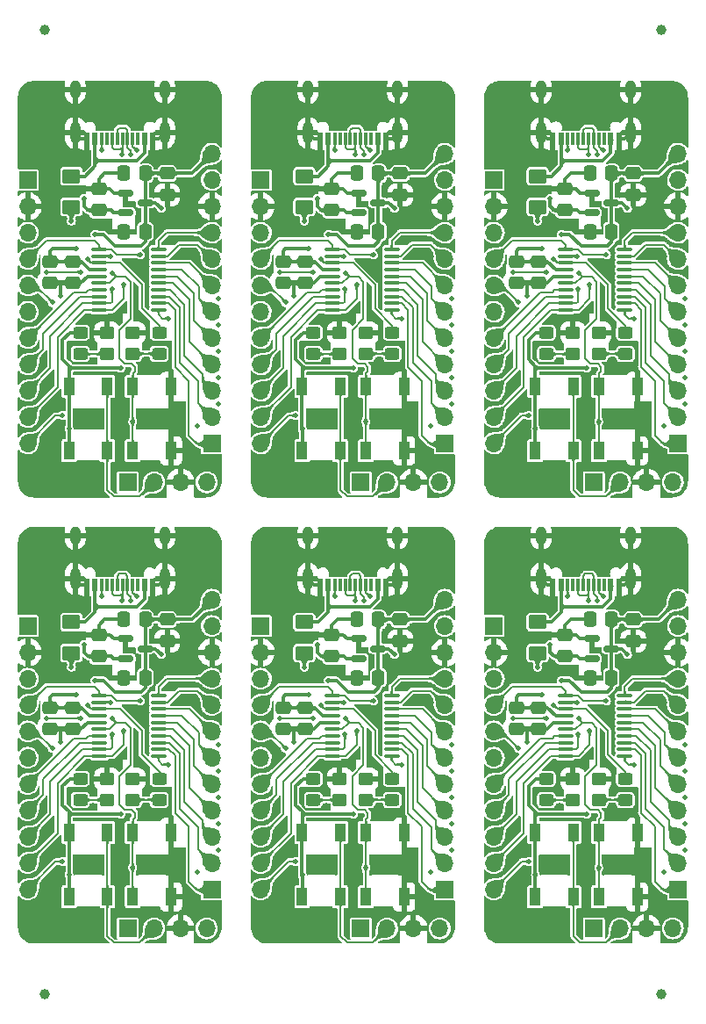
<source format=gbr>
%TF.GenerationSoftware,KiCad,Pcbnew,(6.0.8)*%
%TF.CreationDate,2023-05-03T14:57:18+02:00*%
%TF.ProjectId,Floppy Board v3.1,466c6f70-7079-4204-926f-617264207633,3.0*%
%TF.SameCoordinates,Original*%
%TF.FileFunction,Copper,L1,Top*%
%TF.FilePolarity,Positive*%
%FSLAX46Y46*%
G04 Gerber Fmt 4.6, Leading zero omitted, Abs format (unit mm)*
G04 Created by KiCad (PCBNEW (6.0.8)) date 2023-05-03 14:57:18*
%MOMM*%
%LPD*%
G01*
G04 APERTURE LIST*
G04 Aperture macros list*
%AMRoundRect*
0 Rectangle with rounded corners*
0 $1 Rounding radius*
0 $2 $3 $4 $5 $6 $7 $8 $9 X,Y pos of 4 corners*
0 Add a 4 corners polygon primitive as box body*
4,1,4,$2,$3,$4,$5,$6,$7,$8,$9,$2,$3,0*
0 Add four circle primitives for the rounded corners*
1,1,$1+$1,$2,$3*
1,1,$1+$1,$4,$5*
1,1,$1+$1,$6,$7*
1,1,$1+$1,$8,$9*
0 Add four rect primitives between the rounded corners*
20,1,$1+$1,$2,$3,$4,$5,0*
20,1,$1+$1,$4,$5,$6,$7,0*
20,1,$1+$1,$6,$7,$8,$9,0*
20,1,$1+$1,$8,$9,$2,$3,0*%
G04 Aperture macros list end*
%TA.AperFunction,SMDPad,CuDef*%
%ADD10C,1.000000*%
%TD*%
%TA.AperFunction,SMDPad,CuDef*%
%ADD11RoundRect,0.250000X-0.475000X0.337500X-0.475000X-0.337500X0.475000X-0.337500X0.475000X0.337500X0*%
%TD*%
%TA.AperFunction,ComponentPad*%
%ADD12R,1.700000X1.700000*%
%TD*%
%TA.AperFunction,ComponentPad*%
%ADD13O,1.700000X1.700000*%
%TD*%
%TA.AperFunction,SMDPad,CuDef*%
%ADD14RoundRect,0.250000X0.450000X-0.350000X0.450000X0.350000X-0.450000X0.350000X-0.450000X-0.350000X0*%
%TD*%
%TA.AperFunction,SMDPad,CuDef*%
%ADD15RoundRect,0.250001X-0.624999X0.462499X-0.624999X-0.462499X0.624999X-0.462499X0.624999X0.462499X0*%
%TD*%
%TA.AperFunction,SMDPad,CuDef*%
%ADD16RoundRect,0.250000X0.475000X-0.337500X0.475000X0.337500X-0.475000X0.337500X-0.475000X-0.337500X0*%
%TD*%
%TA.AperFunction,SMDPad,CuDef*%
%ADD17RoundRect,0.150000X-0.587500X-0.150000X0.587500X-0.150000X0.587500X0.150000X-0.587500X0.150000X0*%
%TD*%
%TA.AperFunction,SMDPad,CuDef*%
%ADD18RoundRect,0.100000X-0.637500X-0.100000X0.637500X-0.100000X0.637500X0.100000X-0.637500X0.100000X0*%
%TD*%
%TA.AperFunction,SMDPad,CuDef*%
%ADD19RoundRect,0.250000X0.337500X0.475000X-0.337500X0.475000X-0.337500X-0.475000X0.337500X-0.475000X0*%
%TD*%
%TA.AperFunction,SMDPad,CuDef*%
%ADD20R,0.600000X1.150000*%
%TD*%
%TA.AperFunction,SMDPad,CuDef*%
%ADD21R,0.300000X1.150000*%
%TD*%
%TA.AperFunction,ComponentPad*%
%ADD22O,1.000000X2.100000*%
%TD*%
%TA.AperFunction,ComponentPad*%
%ADD23O,1.000000X1.800000*%
%TD*%
%TA.AperFunction,SMDPad,CuDef*%
%ADD24R,1.100000X1.800000*%
%TD*%
%TA.AperFunction,SMDPad,CuDef*%
%ADD25RoundRect,0.250000X0.450000X-0.325000X0.450000X0.325000X-0.450000X0.325000X-0.450000X-0.325000X0*%
%TD*%
%TA.AperFunction,SMDPad,CuDef*%
%ADD26RoundRect,0.250000X-0.450000X0.350000X-0.450000X-0.350000X0.450000X-0.350000X0.450000X0.350000X0*%
%TD*%
%TA.AperFunction,ViaPad*%
%ADD27C,0.460000*%
%TD*%
%TA.AperFunction,Conductor*%
%ADD28C,0.200000*%
%TD*%
%TA.AperFunction,Conductor*%
%ADD29C,0.300000*%
%TD*%
G04 APERTURE END LIST*
D10*
%TO.P,REF\u002A\u002A,*%
%TO.N,*%
X169312000Y-48308000D03*
%TD*%
%TO.P,REF\u002A\u002A,*%
%TO.N,*%
X109812000Y-48308000D03*
%TD*%
%TO.P,REF\u002A\u002A,*%
%TO.N,*%
X169312000Y-141308000D03*
%TD*%
%TO.P,REF\u002A\u002A,*%
%TO.N,*%
X109812000Y-141308000D03*
%TD*%
D11*
%TO.P,C1,1*%
%TO.N,+3V3*%
X155321000Y-113640500D03*
%TO.P,C1,2*%
%TO.N,GND*%
X155321000Y-115715500D03*
%TD*%
D12*
%TO.P,J3,1,Pin_1*%
%TO.N,VDD*%
X153162000Y-105788000D03*
D13*
%TO.P,J3,2,Pin_2*%
%TO.N,GND*%
X153162000Y-108328000D03*
%TO.P,J3,3,Pin_3*%
%TO.N,NRST*%
X153162000Y-110868000D03*
%TO.P,J3,4,Pin_4*%
%TO.N,PB7*%
X153162000Y-113408000D03*
%TO.P,J3,5,Pin_5*%
%TO.N,PC14*%
X153162000Y-115948000D03*
%TO.P,J3,6,Pin_6*%
%TO.N,PC15*%
X153162000Y-118488000D03*
%TO.P,J3,7,Pin_7*%
%TO.N,PA0*%
X153162000Y-121028000D03*
%TO.P,J3,8,Pin_8*%
%TO.N,PA1*%
X153162000Y-123568000D03*
%TO.P,J3,9,Pin_9*%
%TO.N,PA2{slash}TX2*%
X153162000Y-126108000D03*
%TO.P,J3,10,Pin_10*%
%TO.N,PA3{slash}RX2*%
X153162000Y-128648000D03*
%TO.P,J3,11,Pin_11*%
%TO.N,PA4*%
X153162000Y-131188000D03*
%TD*%
D11*
%TO.P,C7,1*%
%TO.N,VBUS*%
X166624000Y-105156900D03*
%TO.P,C7,2*%
%TO.N,GND*%
X166624000Y-107231900D03*
%TD*%
D12*
%TO.P,J4,1,Pin_1*%
%TO.N,PA5*%
X170942000Y-131188000D03*
D13*
%TO.P,J4,2,Pin_2*%
%TO.N,PA6*%
X170942000Y-128648000D03*
%TO.P,J4,3,Pin_3*%
%TO.N,PA7*%
X170942000Y-126108000D03*
%TO.P,J4,4,Pin_4*%
%TO.N,PB0*%
X170942000Y-123568000D03*
%TO.P,J4,5,Pin_5*%
%TO.N,PA11*%
X170942000Y-121028000D03*
%TO.P,J4,6,Pin_6*%
%TO.N,PA12*%
X170942000Y-118488000D03*
%TO.P,J4,7,Pin_7*%
%TO.N,PA13{slash}SWDIO*%
X170942000Y-115948000D03*
%TO.P,J4,8,Pin_8*%
%TO.N,PA14{slash}SWCLK{slash}BOOT0*%
X170942000Y-113408000D03*
%TO.P,J4,9,Pin_9*%
%TO.N,PB3*%
X170942000Y-110868000D03*
%TO.P,J4,10,Pin_10*%
%TO.N,GND*%
X170942000Y-108328000D03*
%TO.P,J4,11,Pin_11*%
%TO.N,VCC*%
X170942000Y-105788000D03*
%TO.P,J4,12,Pin_12*%
%TO.N,VBUS*%
X170942000Y-103248000D03*
%TD*%
D12*
%TO.P,J1,1,Pin_1*%
%TO.N,+3V3*%
X162822000Y-134938000D03*
D13*
%TO.P,J1,2,Pin_2*%
%TO.N,PA14{slash}SWCLK{slash}BOOT0*%
X165362000Y-134938000D03*
%TO.P,J1,3,Pin_3*%
%TO.N,GND*%
X167902000Y-134938000D03*
%TO.P,J1,4,Pin_4*%
%TO.N,PA13{slash}SWDIO*%
X170442000Y-134938000D03*
%TD*%
D14*
%TO.P,R4,1*%
%TO.N,Net-(D2-Pad1)*%
X163307000Y-122536000D03*
%TO.P,R4,2*%
%TO.N,GND*%
X163307000Y-120536000D03*
%TD*%
D15*
%TO.P,F1,1*%
%TO.N,/VUSB*%
X157378400Y-105418100D03*
%TO.P,F1,2*%
%TO.N,/VBUS_FUSED*%
X157378400Y-108393100D03*
%TD*%
D16*
%TO.P,C5,1*%
%TO.N,+3V3*%
X160020000Y-108705100D03*
%TO.P,C5,2*%
%TO.N,GND*%
X160020000Y-106630100D03*
%TD*%
D17*
%TO.P,U3,1,GND*%
%TO.N,GND*%
X162638500Y-107022400D03*
%TO.P,U3,2,VOUT*%
%TO.N,+3V3*%
X162638500Y-108922400D03*
%TO.P,U3,3,VIN*%
%TO.N,VBUS*%
X164513500Y-107972400D03*
%TD*%
D18*
%TO.P,U1,1,PB7*%
%TO.N,PB7*%
X160078500Y-112481000D03*
%TO.P,U1,2,PC14*%
%TO.N,PC14*%
X160078500Y-113131000D03*
%TO.P,U1,3,PC15*%
%TO.N,PC15*%
X160078500Y-113781000D03*
%TO.P,U1,4,VDD/VDDA*%
%TO.N,+3V3*%
X160078500Y-114431000D03*
%TO.P,U1,5,VSS/VSSA*%
%TO.N,GND*%
X160078500Y-115081000D03*
%TO.P,U1,6,NRST*%
%TO.N,NRST*%
X160078500Y-115731000D03*
%TO.P,U1,7,PA0*%
%TO.N,PA0*%
X160078500Y-116381000D03*
%TO.P,U1,8,PA1*%
%TO.N,PA1*%
X160078500Y-117031000D03*
%TO.P,U1,9,PA2*%
%TO.N,PA2{slash}TX2*%
X160078500Y-117681000D03*
%TO.P,U1,10,PA3*%
%TO.N,PA3{slash}RX2*%
X160078500Y-118331000D03*
%TO.P,U1,11,PA4*%
%TO.N,PA4*%
X165803500Y-118331000D03*
%TO.P,U1,12,PA5*%
%TO.N,PA5*%
X165803500Y-117681000D03*
%TO.P,U1,13,PA6*%
%TO.N,PA6*%
X165803500Y-117031000D03*
%TO.P,U1,14,PA7*%
%TO.N,PA7*%
X165803500Y-116381000D03*
%TO.P,U1,15,PB0*%
%TO.N,PB0*%
X165803500Y-115731000D03*
%TO.P,U1,16,PA11*%
%TO.N,PA11*%
X165803500Y-115081000D03*
%TO.P,U1,17,PA12*%
%TO.N,PA12*%
X165803500Y-114431000D03*
%TO.P,U1,18,PA13/SWDIO*%
%TO.N,PA13{slash}SWDIO*%
X165803500Y-113781000D03*
%TO.P,U1,19,PA14/SWCLK*%
%TO.N,PA14{slash}SWCLK{slash}BOOT0*%
X165803500Y-113131000D03*
%TO.P,U1,20,PB3*%
%TO.N,PB3*%
X165803500Y-112481000D03*
%TD*%
D19*
%TO.P,C6,1*%
%TO.N,VBUS*%
X164508000Y-105153000D03*
%TO.P,C6,2*%
%TO.N,GND*%
X162433000Y-105153000D03*
%TD*%
D11*
%TO.P,C2,1*%
%TO.N,+3V3*%
X157480000Y-113640500D03*
%TO.P,C2,2*%
%TO.N,GND*%
X157480000Y-115715500D03*
%TD*%
D20*
%TO.P,J2,1,GND_1*%
%TO.N,GND*%
X165257000Y-101805500D03*
%TO.P,J2,2,VBUS*%
%TO.N,/VUSB*%
X164457000Y-101805500D03*
D21*
%TO.P,J2,3,SBU2*%
%TO.N,unconnected-(J2-Pad3)*%
X163807000Y-101805500D03*
%TO.P,J2,4,CC1*%
%TO.N,Net-(J2-Pad4)*%
X163307000Y-101805500D03*
%TO.P,J2,5,DN2*%
%TO.N,/D-*%
X162807000Y-101805500D03*
%TO.P,J2,6,DP1*%
%TO.N,/D+*%
X162307000Y-101805500D03*
%TO.P,J2,7,DN1*%
%TO.N,/D-*%
X161807000Y-101805500D03*
%TO.P,J2,8,DP2*%
%TO.N,/D+*%
X161307000Y-101805500D03*
%TO.P,J2,9,SBU1*%
%TO.N,unconnected-(J2-Pad9)*%
X160807000Y-101805500D03*
%TO.P,J2,10,CC2*%
%TO.N,Net-(J2-Pad10)*%
X160307000Y-101805500D03*
D20*
%TO.P,J2,11,VBUS*%
%TO.N,/VUSB*%
X159657000Y-101805500D03*
%TO.P,J2,12,GND_2*%
%TO.N,GND*%
X158857000Y-101805500D03*
D22*
%TO.P,J2,13,SHIELD*%
X157737000Y-101230500D03*
D23*
X157737000Y-97050500D03*
D22*
X166377000Y-101230500D03*
D23*
X166377000Y-97050500D03*
%TD*%
D24*
%TO.P,SW2,1,1*%
%TO.N,+3V3*%
X157154000Y-125700400D03*
X157154000Y-131900400D03*
%TO.P,SW2,2,2*%
%TO.N,PA14{slash}SWCLK{slash}BOOT0*%
X160854000Y-125700400D03*
X160854000Y-131900400D03*
%TD*%
D25*
%TO.P,D2,1,K*%
%TO.N,Net-(D2-Pad1)*%
X165862000Y-122561000D03*
%TO.P,D2,2,A*%
%TO.N,PC15*%
X165862000Y-120511000D03*
%TD*%
%TO.P,D4,1,K*%
%TO.N,Net-(D4-Pad1)*%
X158242000Y-122561000D03*
%TO.P,D4,2,A*%
%TO.N,+3V3*%
X158242000Y-120511000D03*
%TD*%
D19*
%TO.P,C4,1*%
%TO.N,VBUS*%
X164511900Y-110766400D03*
%TO.P,C4,2*%
%TO.N,GND*%
X162436900Y-110766400D03*
%TD*%
D26*
%TO.P,R5,1*%
%TO.N,GND*%
X160797000Y-120536000D03*
%TO.P,R5,2*%
%TO.N,Net-(D4-Pad1)*%
X160797000Y-122536000D03*
%TD*%
D24*
%TO.P,SW1,1,1*%
%TO.N,GND*%
X167000800Y-131900400D03*
X167000800Y-125700400D03*
%TO.P,SW1,2,2*%
%TO.N,NRST*%
X163300800Y-125700400D03*
X163300800Y-131900400D03*
%TD*%
D11*
%TO.P,C1,1*%
%TO.N,+3V3*%
X155321000Y-70640500D03*
%TO.P,C1,2*%
%TO.N,GND*%
X155321000Y-72715500D03*
%TD*%
D12*
%TO.P,J3,1,Pin_1*%
%TO.N,VDD*%
X153162000Y-62788000D03*
D13*
%TO.P,J3,2,Pin_2*%
%TO.N,GND*%
X153162000Y-65328000D03*
%TO.P,J3,3,Pin_3*%
%TO.N,NRST*%
X153162000Y-67868000D03*
%TO.P,J3,4,Pin_4*%
%TO.N,PB7*%
X153162000Y-70408000D03*
%TO.P,J3,5,Pin_5*%
%TO.N,PC14*%
X153162000Y-72948000D03*
%TO.P,J3,6,Pin_6*%
%TO.N,PC15*%
X153162000Y-75488000D03*
%TO.P,J3,7,Pin_7*%
%TO.N,PA0*%
X153162000Y-78028000D03*
%TO.P,J3,8,Pin_8*%
%TO.N,PA1*%
X153162000Y-80568000D03*
%TO.P,J3,9,Pin_9*%
%TO.N,PA2{slash}TX2*%
X153162000Y-83108000D03*
%TO.P,J3,10,Pin_10*%
%TO.N,PA3{slash}RX2*%
X153162000Y-85648000D03*
%TO.P,J3,11,Pin_11*%
%TO.N,PA4*%
X153162000Y-88188000D03*
%TD*%
D11*
%TO.P,C7,1*%
%TO.N,VBUS*%
X166624000Y-62156900D03*
%TO.P,C7,2*%
%TO.N,GND*%
X166624000Y-64231900D03*
%TD*%
D12*
%TO.P,J4,1,Pin_1*%
%TO.N,PA5*%
X170942000Y-88188000D03*
D13*
%TO.P,J4,2,Pin_2*%
%TO.N,PA6*%
X170942000Y-85648000D03*
%TO.P,J4,3,Pin_3*%
%TO.N,PA7*%
X170942000Y-83108000D03*
%TO.P,J4,4,Pin_4*%
%TO.N,PB0*%
X170942000Y-80568000D03*
%TO.P,J4,5,Pin_5*%
%TO.N,PA11*%
X170942000Y-78028000D03*
%TO.P,J4,6,Pin_6*%
%TO.N,PA12*%
X170942000Y-75488000D03*
%TO.P,J4,7,Pin_7*%
%TO.N,PA13{slash}SWDIO*%
X170942000Y-72948000D03*
%TO.P,J4,8,Pin_8*%
%TO.N,PA14{slash}SWCLK{slash}BOOT0*%
X170942000Y-70408000D03*
%TO.P,J4,9,Pin_9*%
%TO.N,PB3*%
X170942000Y-67868000D03*
%TO.P,J4,10,Pin_10*%
%TO.N,GND*%
X170942000Y-65328000D03*
%TO.P,J4,11,Pin_11*%
%TO.N,VCC*%
X170942000Y-62788000D03*
%TO.P,J4,12,Pin_12*%
%TO.N,VBUS*%
X170942000Y-60248000D03*
%TD*%
D12*
%TO.P,J1,1,Pin_1*%
%TO.N,+3V3*%
X162822000Y-91938000D03*
D13*
%TO.P,J1,2,Pin_2*%
%TO.N,PA14{slash}SWCLK{slash}BOOT0*%
X165362000Y-91938000D03*
%TO.P,J1,3,Pin_3*%
%TO.N,GND*%
X167902000Y-91938000D03*
%TO.P,J1,4,Pin_4*%
%TO.N,PA13{slash}SWDIO*%
X170442000Y-91938000D03*
%TD*%
D14*
%TO.P,R4,1*%
%TO.N,Net-(D2-Pad1)*%
X163307000Y-79536000D03*
%TO.P,R4,2*%
%TO.N,GND*%
X163307000Y-77536000D03*
%TD*%
D15*
%TO.P,F1,1*%
%TO.N,/VUSB*%
X157378400Y-62418100D03*
%TO.P,F1,2*%
%TO.N,/VBUS_FUSED*%
X157378400Y-65393100D03*
%TD*%
D16*
%TO.P,C5,1*%
%TO.N,+3V3*%
X160020000Y-65705100D03*
%TO.P,C5,2*%
%TO.N,GND*%
X160020000Y-63630100D03*
%TD*%
D17*
%TO.P,U3,1,GND*%
%TO.N,GND*%
X162638500Y-64022400D03*
%TO.P,U3,2,VOUT*%
%TO.N,+3V3*%
X162638500Y-65922400D03*
%TO.P,U3,3,VIN*%
%TO.N,VBUS*%
X164513500Y-64972400D03*
%TD*%
D18*
%TO.P,U1,1,PB7*%
%TO.N,PB7*%
X160078500Y-69481000D03*
%TO.P,U1,2,PC14*%
%TO.N,PC14*%
X160078500Y-70131000D03*
%TO.P,U1,3,PC15*%
%TO.N,PC15*%
X160078500Y-70781000D03*
%TO.P,U1,4,VDD/VDDA*%
%TO.N,+3V3*%
X160078500Y-71431000D03*
%TO.P,U1,5,VSS/VSSA*%
%TO.N,GND*%
X160078500Y-72081000D03*
%TO.P,U1,6,NRST*%
%TO.N,NRST*%
X160078500Y-72731000D03*
%TO.P,U1,7,PA0*%
%TO.N,PA0*%
X160078500Y-73381000D03*
%TO.P,U1,8,PA1*%
%TO.N,PA1*%
X160078500Y-74031000D03*
%TO.P,U1,9,PA2*%
%TO.N,PA2{slash}TX2*%
X160078500Y-74681000D03*
%TO.P,U1,10,PA3*%
%TO.N,PA3{slash}RX2*%
X160078500Y-75331000D03*
%TO.P,U1,11,PA4*%
%TO.N,PA4*%
X165803500Y-75331000D03*
%TO.P,U1,12,PA5*%
%TO.N,PA5*%
X165803500Y-74681000D03*
%TO.P,U1,13,PA6*%
%TO.N,PA6*%
X165803500Y-74031000D03*
%TO.P,U1,14,PA7*%
%TO.N,PA7*%
X165803500Y-73381000D03*
%TO.P,U1,15,PB0*%
%TO.N,PB0*%
X165803500Y-72731000D03*
%TO.P,U1,16,PA11*%
%TO.N,PA11*%
X165803500Y-72081000D03*
%TO.P,U1,17,PA12*%
%TO.N,PA12*%
X165803500Y-71431000D03*
%TO.P,U1,18,PA13/SWDIO*%
%TO.N,PA13{slash}SWDIO*%
X165803500Y-70781000D03*
%TO.P,U1,19,PA14/SWCLK*%
%TO.N,PA14{slash}SWCLK{slash}BOOT0*%
X165803500Y-70131000D03*
%TO.P,U1,20,PB3*%
%TO.N,PB3*%
X165803500Y-69481000D03*
%TD*%
D19*
%TO.P,C6,1*%
%TO.N,VBUS*%
X164508000Y-62153000D03*
%TO.P,C6,2*%
%TO.N,GND*%
X162433000Y-62153000D03*
%TD*%
D11*
%TO.P,C2,1*%
%TO.N,+3V3*%
X157480000Y-70640500D03*
%TO.P,C2,2*%
%TO.N,GND*%
X157480000Y-72715500D03*
%TD*%
D20*
%TO.P,J2,1,GND_1*%
%TO.N,GND*%
X165257000Y-58805500D03*
%TO.P,J2,2,VBUS*%
%TO.N,/VUSB*%
X164457000Y-58805500D03*
D21*
%TO.P,J2,3,SBU2*%
%TO.N,unconnected-(J2-Pad3)*%
X163807000Y-58805500D03*
%TO.P,J2,4,CC1*%
%TO.N,Net-(J2-Pad4)*%
X163307000Y-58805500D03*
%TO.P,J2,5,DN2*%
%TO.N,/D-*%
X162807000Y-58805500D03*
%TO.P,J2,6,DP1*%
%TO.N,/D+*%
X162307000Y-58805500D03*
%TO.P,J2,7,DN1*%
%TO.N,/D-*%
X161807000Y-58805500D03*
%TO.P,J2,8,DP2*%
%TO.N,/D+*%
X161307000Y-58805500D03*
%TO.P,J2,9,SBU1*%
%TO.N,unconnected-(J2-Pad9)*%
X160807000Y-58805500D03*
%TO.P,J2,10,CC2*%
%TO.N,Net-(J2-Pad10)*%
X160307000Y-58805500D03*
D20*
%TO.P,J2,11,VBUS*%
%TO.N,/VUSB*%
X159657000Y-58805500D03*
%TO.P,J2,12,GND_2*%
%TO.N,GND*%
X158857000Y-58805500D03*
D22*
%TO.P,J2,13,SHIELD*%
X157737000Y-58230500D03*
D23*
X157737000Y-54050500D03*
D22*
X166377000Y-58230500D03*
D23*
X166377000Y-54050500D03*
%TD*%
D24*
%TO.P,SW2,1,1*%
%TO.N,+3V3*%
X157154000Y-82700400D03*
X157154000Y-88900400D03*
%TO.P,SW2,2,2*%
%TO.N,PA14{slash}SWCLK{slash}BOOT0*%
X160854000Y-82700400D03*
X160854000Y-88900400D03*
%TD*%
D25*
%TO.P,D2,1,K*%
%TO.N,Net-(D2-Pad1)*%
X165862000Y-79561000D03*
%TO.P,D2,2,A*%
%TO.N,PC15*%
X165862000Y-77511000D03*
%TD*%
%TO.P,D4,1,K*%
%TO.N,Net-(D4-Pad1)*%
X158242000Y-79561000D03*
%TO.P,D4,2,A*%
%TO.N,+3V3*%
X158242000Y-77511000D03*
%TD*%
D19*
%TO.P,C4,1*%
%TO.N,VBUS*%
X164511900Y-67766400D03*
%TO.P,C4,2*%
%TO.N,GND*%
X162436900Y-67766400D03*
%TD*%
D26*
%TO.P,R5,1*%
%TO.N,GND*%
X160797000Y-77536000D03*
%TO.P,R5,2*%
%TO.N,Net-(D4-Pad1)*%
X160797000Y-79536000D03*
%TD*%
D24*
%TO.P,SW1,1,1*%
%TO.N,GND*%
X167000800Y-88900400D03*
X167000800Y-82700400D03*
%TO.P,SW1,2,2*%
%TO.N,NRST*%
X163300800Y-82700400D03*
X163300800Y-88900400D03*
%TD*%
D11*
%TO.P,C1,1*%
%TO.N,+3V3*%
X132821000Y-113640500D03*
%TO.P,C1,2*%
%TO.N,GND*%
X132821000Y-115715500D03*
%TD*%
D12*
%TO.P,J3,1,Pin_1*%
%TO.N,VDD*%
X130662000Y-105788000D03*
D13*
%TO.P,J3,2,Pin_2*%
%TO.N,GND*%
X130662000Y-108328000D03*
%TO.P,J3,3,Pin_3*%
%TO.N,NRST*%
X130662000Y-110868000D03*
%TO.P,J3,4,Pin_4*%
%TO.N,PB7*%
X130662000Y-113408000D03*
%TO.P,J3,5,Pin_5*%
%TO.N,PC14*%
X130662000Y-115948000D03*
%TO.P,J3,6,Pin_6*%
%TO.N,PC15*%
X130662000Y-118488000D03*
%TO.P,J3,7,Pin_7*%
%TO.N,PA0*%
X130662000Y-121028000D03*
%TO.P,J3,8,Pin_8*%
%TO.N,PA1*%
X130662000Y-123568000D03*
%TO.P,J3,9,Pin_9*%
%TO.N,PA2{slash}TX2*%
X130662000Y-126108000D03*
%TO.P,J3,10,Pin_10*%
%TO.N,PA3{slash}RX2*%
X130662000Y-128648000D03*
%TO.P,J3,11,Pin_11*%
%TO.N,PA4*%
X130662000Y-131188000D03*
%TD*%
D11*
%TO.P,C7,1*%
%TO.N,VBUS*%
X144124000Y-105156900D03*
%TO.P,C7,2*%
%TO.N,GND*%
X144124000Y-107231900D03*
%TD*%
D12*
%TO.P,J4,1,Pin_1*%
%TO.N,PA5*%
X148442000Y-131188000D03*
D13*
%TO.P,J4,2,Pin_2*%
%TO.N,PA6*%
X148442000Y-128648000D03*
%TO.P,J4,3,Pin_3*%
%TO.N,PA7*%
X148442000Y-126108000D03*
%TO.P,J4,4,Pin_4*%
%TO.N,PB0*%
X148442000Y-123568000D03*
%TO.P,J4,5,Pin_5*%
%TO.N,PA11*%
X148442000Y-121028000D03*
%TO.P,J4,6,Pin_6*%
%TO.N,PA12*%
X148442000Y-118488000D03*
%TO.P,J4,7,Pin_7*%
%TO.N,PA13{slash}SWDIO*%
X148442000Y-115948000D03*
%TO.P,J4,8,Pin_8*%
%TO.N,PA14{slash}SWCLK{slash}BOOT0*%
X148442000Y-113408000D03*
%TO.P,J4,9,Pin_9*%
%TO.N,PB3*%
X148442000Y-110868000D03*
%TO.P,J4,10,Pin_10*%
%TO.N,GND*%
X148442000Y-108328000D03*
%TO.P,J4,11,Pin_11*%
%TO.N,VCC*%
X148442000Y-105788000D03*
%TO.P,J4,12,Pin_12*%
%TO.N,VBUS*%
X148442000Y-103248000D03*
%TD*%
D12*
%TO.P,J1,1,Pin_1*%
%TO.N,+3V3*%
X140322000Y-134938000D03*
D13*
%TO.P,J1,2,Pin_2*%
%TO.N,PA14{slash}SWCLK{slash}BOOT0*%
X142862000Y-134938000D03*
%TO.P,J1,3,Pin_3*%
%TO.N,GND*%
X145402000Y-134938000D03*
%TO.P,J1,4,Pin_4*%
%TO.N,PA13{slash}SWDIO*%
X147942000Y-134938000D03*
%TD*%
D14*
%TO.P,R4,1*%
%TO.N,Net-(D2-Pad1)*%
X140807000Y-122536000D03*
%TO.P,R4,2*%
%TO.N,GND*%
X140807000Y-120536000D03*
%TD*%
D15*
%TO.P,F1,1*%
%TO.N,/VUSB*%
X134878400Y-105418100D03*
%TO.P,F1,2*%
%TO.N,/VBUS_FUSED*%
X134878400Y-108393100D03*
%TD*%
D16*
%TO.P,C5,1*%
%TO.N,+3V3*%
X137520000Y-108705100D03*
%TO.P,C5,2*%
%TO.N,GND*%
X137520000Y-106630100D03*
%TD*%
D17*
%TO.P,U3,1,GND*%
%TO.N,GND*%
X140138500Y-107022400D03*
%TO.P,U3,2,VOUT*%
%TO.N,+3V3*%
X140138500Y-108922400D03*
%TO.P,U3,3,VIN*%
%TO.N,VBUS*%
X142013500Y-107972400D03*
%TD*%
D18*
%TO.P,U1,1,PB7*%
%TO.N,PB7*%
X137578500Y-112481000D03*
%TO.P,U1,2,PC14*%
%TO.N,PC14*%
X137578500Y-113131000D03*
%TO.P,U1,3,PC15*%
%TO.N,PC15*%
X137578500Y-113781000D03*
%TO.P,U1,4,VDD/VDDA*%
%TO.N,+3V3*%
X137578500Y-114431000D03*
%TO.P,U1,5,VSS/VSSA*%
%TO.N,GND*%
X137578500Y-115081000D03*
%TO.P,U1,6,NRST*%
%TO.N,NRST*%
X137578500Y-115731000D03*
%TO.P,U1,7,PA0*%
%TO.N,PA0*%
X137578500Y-116381000D03*
%TO.P,U1,8,PA1*%
%TO.N,PA1*%
X137578500Y-117031000D03*
%TO.P,U1,9,PA2*%
%TO.N,PA2{slash}TX2*%
X137578500Y-117681000D03*
%TO.P,U1,10,PA3*%
%TO.N,PA3{slash}RX2*%
X137578500Y-118331000D03*
%TO.P,U1,11,PA4*%
%TO.N,PA4*%
X143303500Y-118331000D03*
%TO.P,U1,12,PA5*%
%TO.N,PA5*%
X143303500Y-117681000D03*
%TO.P,U1,13,PA6*%
%TO.N,PA6*%
X143303500Y-117031000D03*
%TO.P,U1,14,PA7*%
%TO.N,PA7*%
X143303500Y-116381000D03*
%TO.P,U1,15,PB0*%
%TO.N,PB0*%
X143303500Y-115731000D03*
%TO.P,U1,16,PA11*%
%TO.N,PA11*%
X143303500Y-115081000D03*
%TO.P,U1,17,PA12*%
%TO.N,PA12*%
X143303500Y-114431000D03*
%TO.P,U1,18,PA13/SWDIO*%
%TO.N,PA13{slash}SWDIO*%
X143303500Y-113781000D03*
%TO.P,U1,19,PA14/SWCLK*%
%TO.N,PA14{slash}SWCLK{slash}BOOT0*%
X143303500Y-113131000D03*
%TO.P,U1,20,PB3*%
%TO.N,PB3*%
X143303500Y-112481000D03*
%TD*%
D19*
%TO.P,C6,1*%
%TO.N,VBUS*%
X142008000Y-105153000D03*
%TO.P,C6,2*%
%TO.N,GND*%
X139933000Y-105153000D03*
%TD*%
D11*
%TO.P,C2,1*%
%TO.N,+3V3*%
X134980000Y-113640500D03*
%TO.P,C2,2*%
%TO.N,GND*%
X134980000Y-115715500D03*
%TD*%
D20*
%TO.P,J2,1,GND_1*%
%TO.N,GND*%
X142757000Y-101805500D03*
%TO.P,J2,2,VBUS*%
%TO.N,/VUSB*%
X141957000Y-101805500D03*
D21*
%TO.P,J2,3,SBU2*%
%TO.N,unconnected-(J2-Pad3)*%
X141307000Y-101805500D03*
%TO.P,J2,4,CC1*%
%TO.N,Net-(J2-Pad4)*%
X140807000Y-101805500D03*
%TO.P,J2,5,DN2*%
%TO.N,/D-*%
X140307000Y-101805500D03*
%TO.P,J2,6,DP1*%
%TO.N,/D+*%
X139807000Y-101805500D03*
%TO.P,J2,7,DN1*%
%TO.N,/D-*%
X139307000Y-101805500D03*
%TO.P,J2,8,DP2*%
%TO.N,/D+*%
X138807000Y-101805500D03*
%TO.P,J2,9,SBU1*%
%TO.N,unconnected-(J2-Pad9)*%
X138307000Y-101805500D03*
%TO.P,J2,10,CC2*%
%TO.N,Net-(J2-Pad10)*%
X137807000Y-101805500D03*
D20*
%TO.P,J2,11,VBUS*%
%TO.N,/VUSB*%
X137157000Y-101805500D03*
%TO.P,J2,12,GND_2*%
%TO.N,GND*%
X136357000Y-101805500D03*
D22*
%TO.P,J2,13,SHIELD*%
X135237000Y-101230500D03*
D23*
X135237000Y-97050500D03*
D22*
X143877000Y-101230500D03*
D23*
X143877000Y-97050500D03*
%TD*%
D24*
%TO.P,SW2,1,1*%
%TO.N,+3V3*%
X134654000Y-125700400D03*
X134654000Y-131900400D03*
%TO.P,SW2,2,2*%
%TO.N,PA14{slash}SWCLK{slash}BOOT0*%
X138354000Y-125700400D03*
X138354000Y-131900400D03*
%TD*%
D25*
%TO.P,D2,1,K*%
%TO.N,Net-(D2-Pad1)*%
X143362000Y-122561000D03*
%TO.P,D2,2,A*%
%TO.N,PC15*%
X143362000Y-120511000D03*
%TD*%
%TO.P,D4,1,K*%
%TO.N,Net-(D4-Pad1)*%
X135742000Y-122561000D03*
%TO.P,D4,2,A*%
%TO.N,+3V3*%
X135742000Y-120511000D03*
%TD*%
D19*
%TO.P,C4,1*%
%TO.N,VBUS*%
X142011900Y-110766400D03*
%TO.P,C4,2*%
%TO.N,GND*%
X139936900Y-110766400D03*
%TD*%
D26*
%TO.P,R5,1*%
%TO.N,GND*%
X138297000Y-120536000D03*
%TO.P,R5,2*%
%TO.N,Net-(D4-Pad1)*%
X138297000Y-122536000D03*
%TD*%
D24*
%TO.P,SW1,1,1*%
%TO.N,GND*%
X144500800Y-131900400D03*
X144500800Y-125700400D03*
%TO.P,SW1,2,2*%
%TO.N,NRST*%
X140800800Y-125700400D03*
X140800800Y-131900400D03*
%TD*%
D11*
%TO.P,C1,1*%
%TO.N,+3V3*%
X132821000Y-70640500D03*
%TO.P,C1,2*%
%TO.N,GND*%
X132821000Y-72715500D03*
%TD*%
D12*
%TO.P,J3,1,Pin_1*%
%TO.N,VDD*%
X130662000Y-62788000D03*
D13*
%TO.P,J3,2,Pin_2*%
%TO.N,GND*%
X130662000Y-65328000D03*
%TO.P,J3,3,Pin_3*%
%TO.N,NRST*%
X130662000Y-67868000D03*
%TO.P,J3,4,Pin_4*%
%TO.N,PB7*%
X130662000Y-70408000D03*
%TO.P,J3,5,Pin_5*%
%TO.N,PC14*%
X130662000Y-72948000D03*
%TO.P,J3,6,Pin_6*%
%TO.N,PC15*%
X130662000Y-75488000D03*
%TO.P,J3,7,Pin_7*%
%TO.N,PA0*%
X130662000Y-78028000D03*
%TO.P,J3,8,Pin_8*%
%TO.N,PA1*%
X130662000Y-80568000D03*
%TO.P,J3,9,Pin_9*%
%TO.N,PA2{slash}TX2*%
X130662000Y-83108000D03*
%TO.P,J3,10,Pin_10*%
%TO.N,PA3{slash}RX2*%
X130662000Y-85648000D03*
%TO.P,J3,11,Pin_11*%
%TO.N,PA4*%
X130662000Y-88188000D03*
%TD*%
D11*
%TO.P,C7,1*%
%TO.N,VBUS*%
X144124000Y-62156900D03*
%TO.P,C7,2*%
%TO.N,GND*%
X144124000Y-64231900D03*
%TD*%
D12*
%TO.P,J4,1,Pin_1*%
%TO.N,PA5*%
X148442000Y-88188000D03*
D13*
%TO.P,J4,2,Pin_2*%
%TO.N,PA6*%
X148442000Y-85648000D03*
%TO.P,J4,3,Pin_3*%
%TO.N,PA7*%
X148442000Y-83108000D03*
%TO.P,J4,4,Pin_4*%
%TO.N,PB0*%
X148442000Y-80568000D03*
%TO.P,J4,5,Pin_5*%
%TO.N,PA11*%
X148442000Y-78028000D03*
%TO.P,J4,6,Pin_6*%
%TO.N,PA12*%
X148442000Y-75488000D03*
%TO.P,J4,7,Pin_7*%
%TO.N,PA13{slash}SWDIO*%
X148442000Y-72948000D03*
%TO.P,J4,8,Pin_8*%
%TO.N,PA14{slash}SWCLK{slash}BOOT0*%
X148442000Y-70408000D03*
%TO.P,J4,9,Pin_9*%
%TO.N,PB3*%
X148442000Y-67868000D03*
%TO.P,J4,10,Pin_10*%
%TO.N,GND*%
X148442000Y-65328000D03*
%TO.P,J4,11,Pin_11*%
%TO.N,VCC*%
X148442000Y-62788000D03*
%TO.P,J4,12,Pin_12*%
%TO.N,VBUS*%
X148442000Y-60248000D03*
%TD*%
D12*
%TO.P,J1,1,Pin_1*%
%TO.N,+3V3*%
X140322000Y-91938000D03*
D13*
%TO.P,J1,2,Pin_2*%
%TO.N,PA14{slash}SWCLK{slash}BOOT0*%
X142862000Y-91938000D03*
%TO.P,J1,3,Pin_3*%
%TO.N,GND*%
X145402000Y-91938000D03*
%TO.P,J1,4,Pin_4*%
%TO.N,PA13{slash}SWDIO*%
X147942000Y-91938000D03*
%TD*%
D14*
%TO.P,R4,1*%
%TO.N,Net-(D2-Pad1)*%
X140807000Y-79536000D03*
%TO.P,R4,2*%
%TO.N,GND*%
X140807000Y-77536000D03*
%TD*%
D15*
%TO.P,F1,1*%
%TO.N,/VUSB*%
X134878400Y-62418100D03*
%TO.P,F1,2*%
%TO.N,/VBUS_FUSED*%
X134878400Y-65393100D03*
%TD*%
D16*
%TO.P,C5,1*%
%TO.N,+3V3*%
X137520000Y-65705100D03*
%TO.P,C5,2*%
%TO.N,GND*%
X137520000Y-63630100D03*
%TD*%
D17*
%TO.P,U3,1,GND*%
%TO.N,GND*%
X140138500Y-64022400D03*
%TO.P,U3,2,VOUT*%
%TO.N,+3V3*%
X140138500Y-65922400D03*
%TO.P,U3,3,VIN*%
%TO.N,VBUS*%
X142013500Y-64972400D03*
%TD*%
D18*
%TO.P,U1,1,PB7*%
%TO.N,PB7*%
X137578500Y-69481000D03*
%TO.P,U1,2,PC14*%
%TO.N,PC14*%
X137578500Y-70131000D03*
%TO.P,U1,3,PC15*%
%TO.N,PC15*%
X137578500Y-70781000D03*
%TO.P,U1,4,VDD/VDDA*%
%TO.N,+3V3*%
X137578500Y-71431000D03*
%TO.P,U1,5,VSS/VSSA*%
%TO.N,GND*%
X137578500Y-72081000D03*
%TO.P,U1,6,NRST*%
%TO.N,NRST*%
X137578500Y-72731000D03*
%TO.P,U1,7,PA0*%
%TO.N,PA0*%
X137578500Y-73381000D03*
%TO.P,U1,8,PA1*%
%TO.N,PA1*%
X137578500Y-74031000D03*
%TO.P,U1,9,PA2*%
%TO.N,PA2{slash}TX2*%
X137578500Y-74681000D03*
%TO.P,U1,10,PA3*%
%TO.N,PA3{slash}RX2*%
X137578500Y-75331000D03*
%TO.P,U1,11,PA4*%
%TO.N,PA4*%
X143303500Y-75331000D03*
%TO.P,U1,12,PA5*%
%TO.N,PA5*%
X143303500Y-74681000D03*
%TO.P,U1,13,PA6*%
%TO.N,PA6*%
X143303500Y-74031000D03*
%TO.P,U1,14,PA7*%
%TO.N,PA7*%
X143303500Y-73381000D03*
%TO.P,U1,15,PB0*%
%TO.N,PB0*%
X143303500Y-72731000D03*
%TO.P,U1,16,PA11*%
%TO.N,PA11*%
X143303500Y-72081000D03*
%TO.P,U1,17,PA12*%
%TO.N,PA12*%
X143303500Y-71431000D03*
%TO.P,U1,18,PA13/SWDIO*%
%TO.N,PA13{slash}SWDIO*%
X143303500Y-70781000D03*
%TO.P,U1,19,PA14/SWCLK*%
%TO.N,PA14{slash}SWCLK{slash}BOOT0*%
X143303500Y-70131000D03*
%TO.P,U1,20,PB3*%
%TO.N,PB3*%
X143303500Y-69481000D03*
%TD*%
D19*
%TO.P,C6,1*%
%TO.N,VBUS*%
X142008000Y-62153000D03*
%TO.P,C6,2*%
%TO.N,GND*%
X139933000Y-62153000D03*
%TD*%
D11*
%TO.P,C2,1*%
%TO.N,+3V3*%
X134980000Y-70640500D03*
%TO.P,C2,2*%
%TO.N,GND*%
X134980000Y-72715500D03*
%TD*%
D20*
%TO.P,J2,1,GND_1*%
%TO.N,GND*%
X142757000Y-58805500D03*
%TO.P,J2,2,VBUS*%
%TO.N,/VUSB*%
X141957000Y-58805500D03*
D21*
%TO.P,J2,3,SBU2*%
%TO.N,unconnected-(J2-Pad3)*%
X141307000Y-58805500D03*
%TO.P,J2,4,CC1*%
%TO.N,Net-(J2-Pad4)*%
X140807000Y-58805500D03*
%TO.P,J2,5,DN2*%
%TO.N,/D-*%
X140307000Y-58805500D03*
%TO.P,J2,6,DP1*%
%TO.N,/D+*%
X139807000Y-58805500D03*
%TO.P,J2,7,DN1*%
%TO.N,/D-*%
X139307000Y-58805500D03*
%TO.P,J2,8,DP2*%
%TO.N,/D+*%
X138807000Y-58805500D03*
%TO.P,J2,9,SBU1*%
%TO.N,unconnected-(J2-Pad9)*%
X138307000Y-58805500D03*
%TO.P,J2,10,CC2*%
%TO.N,Net-(J2-Pad10)*%
X137807000Y-58805500D03*
D20*
%TO.P,J2,11,VBUS*%
%TO.N,/VUSB*%
X137157000Y-58805500D03*
%TO.P,J2,12,GND_2*%
%TO.N,GND*%
X136357000Y-58805500D03*
D22*
%TO.P,J2,13,SHIELD*%
X135237000Y-58230500D03*
D23*
X135237000Y-54050500D03*
D22*
X143877000Y-58230500D03*
D23*
X143877000Y-54050500D03*
%TD*%
D24*
%TO.P,SW2,1,1*%
%TO.N,+3V3*%
X134654000Y-82700400D03*
X134654000Y-88900400D03*
%TO.P,SW2,2,2*%
%TO.N,PA14{slash}SWCLK{slash}BOOT0*%
X138354000Y-82700400D03*
X138354000Y-88900400D03*
%TD*%
D25*
%TO.P,D2,1,K*%
%TO.N,Net-(D2-Pad1)*%
X143362000Y-79561000D03*
%TO.P,D2,2,A*%
%TO.N,PC15*%
X143362000Y-77511000D03*
%TD*%
%TO.P,D4,1,K*%
%TO.N,Net-(D4-Pad1)*%
X135742000Y-79561000D03*
%TO.P,D4,2,A*%
%TO.N,+3V3*%
X135742000Y-77511000D03*
%TD*%
D19*
%TO.P,C4,1*%
%TO.N,VBUS*%
X142011900Y-67766400D03*
%TO.P,C4,2*%
%TO.N,GND*%
X139936900Y-67766400D03*
%TD*%
D26*
%TO.P,R5,1*%
%TO.N,GND*%
X138297000Y-77536000D03*
%TO.P,R5,2*%
%TO.N,Net-(D4-Pad1)*%
X138297000Y-79536000D03*
%TD*%
D24*
%TO.P,SW1,1,1*%
%TO.N,GND*%
X144500800Y-88900400D03*
X144500800Y-82700400D03*
%TO.P,SW1,2,2*%
%TO.N,NRST*%
X140800800Y-82700400D03*
X140800800Y-88900400D03*
%TD*%
D11*
%TO.P,C1,1*%
%TO.N,+3V3*%
X110321000Y-113640500D03*
%TO.P,C1,2*%
%TO.N,GND*%
X110321000Y-115715500D03*
%TD*%
D12*
%TO.P,J3,1,Pin_1*%
%TO.N,VDD*%
X108162000Y-105788000D03*
D13*
%TO.P,J3,2,Pin_2*%
%TO.N,GND*%
X108162000Y-108328000D03*
%TO.P,J3,3,Pin_3*%
%TO.N,NRST*%
X108162000Y-110868000D03*
%TO.P,J3,4,Pin_4*%
%TO.N,PB7*%
X108162000Y-113408000D03*
%TO.P,J3,5,Pin_5*%
%TO.N,PC14*%
X108162000Y-115948000D03*
%TO.P,J3,6,Pin_6*%
%TO.N,PC15*%
X108162000Y-118488000D03*
%TO.P,J3,7,Pin_7*%
%TO.N,PA0*%
X108162000Y-121028000D03*
%TO.P,J3,8,Pin_8*%
%TO.N,PA1*%
X108162000Y-123568000D03*
%TO.P,J3,9,Pin_9*%
%TO.N,PA2{slash}TX2*%
X108162000Y-126108000D03*
%TO.P,J3,10,Pin_10*%
%TO.N,PA3{slash}RX2*%
X108162000Y-128648000D03*
%TO.P,J3,11,Pin_11*%
%TO.N,PA4*%
X108162000Y-131188000D03*
%TD*%
D11*
%TO.P,C7,1*%
%TO.N,VBUS*%
X121624000Y-105156900D03*
%TO.P,C7,2*%
%TO.N,GND*%
X121624000Y-107231900D03*
%TD*%
D12*
%TO.P,J4,1,Pin_1*%
%TO.N,PA5*%
X125942000Y-131188000D03*
D13*
%TO.P,J4,2,Pin_2*%
%TO.N,PA6*%
X125942000Y-128648000D03*
%TO.P,J4,3,Pin_3*%
%TO.N,PA7*%
X125942000Y-126108000D03*
%TO.P,J4,4,Pin_4*%
%TO.N,PB0*%
X125942000Y-123568000D03*
%TO.P,J4,5,Pin_5*%
%TO.N,PA11*%
X125942000Y-121028000D03*
%TO.P,J4,6,Pin_6*%
%TO.N,PA12*%
X125942000Y-118488000D03*
%TO.P,J4,7,Pin_7*%
%TO.N,PA13{slash}SWDIO*%
X125942000Y-115948000D03*
%TO.P,J4,8,Pin_8*%
%TO.N,PA14{slash}SWCLK{slash}BOOT0*%
X125942000Y-113408000D03*
%TO.P,J4,9,Pin_9*%
%TO.N,PB3*%
X125942000Y-110868000D03*
%TO.P,J4,10,Pin_10*%
%TO.N,GND*%
X125942000Y-108328000D03*
%TO.P,J4,11,Pin_11*%
%TO.N,VCC*%
X125942000Y-105788000D03*
%TO.P,J4,12,Pin_12*%
%TO.N,VBUS*%
X125942000Y-103248000D03*
%TD*%
D12*
%TO.P,J1,1,Pin_1*%
%TO.N,+3V3*%
X117822000Y-134938000D03*
D13*
%TO.P,J1,2,Pin_2*%
%TO.N,PA14{slash}SWCLK{slash}BOOT0*%
X120362000Y-134938000D03*
%TO.P,J1,3,Pin_3*%
%TO.N,GND*%
X122902000Y-134938000D03*
%TO.P,J1,4,Pin_4*%
%TO.N,PA13{slash}SWDIO*%
X125442000Y-134938000D03*
%TD*%
D14*
%TO.P,R4,1*%
%TO.N,Net-(D2-Pad1)*%
X118307000Y-122536000D03*
%TO.P,R4,2*%
%TO.N,GND*%
X118307000Y-120536000D03*
%TD*%
D15*
%TO.P,F1,1*%
%TO.N,/VUSB*%
X112378400Y-105418100D03*
%TO.P,F1,2*%
%TO.N,/VBUS_FUSED*%
X112378400Y-108393100D03*
%TD*%
D16*
%TO.P,C5,1*%
%TO.N,+3V3*%
X115020000Y-108705100D03*
%TO.P,C5,2*%
%TO.N,GND*%
X115020000Y-106630100D03*
%TD*%
D17*
%TO.P,U3,1,GND*%
%TO.N,GND*%
X117638500Y-107022400D03*
%TO.P,U3,2,VOUT*%
%TO.N,+3V3*%
X117638500Y-108922400D03*
%TO.P,U3,3,VIN*%
%TO.N,VBUS*%
X119513500Y-107972400D03*
%TD*%
D18*
%TO.P,U1,1,PB7*%
%TO.N,PB7*%
X115078500Y-112481000D03*
%TO.P,U1,2,PC14*%
%TO.N,PC14*%
X115078500Y-113131000D03*
%TO.P,U1,3,PC15*%
%TO.N,PC15*%
X115078500Y-113781000D03*
%TO.P,U1,4,VDD/VDDA*%
%TO.N,+3V3*%
X115078500Y-114431000D03*
%TO.P,U1,5,VSS/VSSA*%
%TO.N,GND*%
X115078500Y-115081000D03*
%TO.P,U1,6,NRST*%
%TO.N,NRST*%
X115078500Y-115731000D03*
%TO.P,U1,7,PA0*%
%TO.N,PA0*%
X115078500Y-116381000D03*
%TO.P,U1,8,PA1*%
%TO.N,PA1*%
X115078500Y-117031000D03*
%TO.P,U1,9,PA2*%
%TO.N,PA2{slash}TX2*%
X115078500Y-117681000D03*
%TO.P,U1,10,PA3*%
%TO.N,PA3{slash}RX2*%
X115078500Y-118331000D03*
%TO.P,U1,11,PA4*%
%TO.N,PA4*%
X120803500Y-118331000D03*
%TO.P,U1,12,PA5*%
%TO.N,PA5*%
X120803500Y-117681000D03*
%TO.P,U1,13,PA6*%
%TO.N,PA6*%
X120803500Y-117031000D03*
%TO.P,U1,14,PA7*%
%TO.N,PA7*%
X120803500Y-116381000D03*
%TO.P,U1,15,PB0*%
%TO.N,PB0*%
X120803500Y-115731000D03*
%TO.P,U1,16,PA11*%
%TO.N,PA11*%
X120803500Y-115081000D03*
%TO.P,U1,17,PA12*%
%TO.N,PA12*%
X120803500Y-114431000D03*
%TO.P,U1,18,PA13/SWDIO*%
%TO.N,PA13{slash}SWDIO*%
X120803500Y-113781000D03*
%TO.P,U1,19,PA14/SWCLK*%
%TO.N,PA14{slash}SWCLK{slash}BOOT0*%
X120803500Y-113131000D03*
%TO.P,U1,20,PB3*%
%TO.N,PB3*%
X120803500Y-112481000D03*
%TD*%
D19*
%TO.P,C6,1*%
%TO.N,VBUS*%
X119508000Y-105153000D03*
%TO.P,C6,2*%
%TO.N,GND*%
X117433000Y-105153000D03*
%TD*%
D11*
%TO.P,C2,1*%
%TO.N,+3V3*%
X112480000Y-113640500D03*
%TO.P,C2,2*%
%TO.N,GND*%
X112480000Y-115715500D03*
%TD*%
D20*
%TO.P,J2,1,GND_1*%
%TO.N,GND*%
X120257000Y-101805500D03*
%TO.P,J2,2,VBUS*%
%TO.N,/VUSB*%
X119457000Y-101805500D03*
D21*
%TO.P,J2,3,SBU2*%
%TO.N,unconnected-(J2-Pad3)*%
X118807000Y-101805500D03*
%TO.P,J2,4,CC1*%
%TO.N,Net-(J2-Pad4)*%
X118307000Y-101805500D03*
%TO.P,J2,5,DN2*%
%TO.N,/D-*%
X117807000Y-101805500D03*
%TO.P,J2,6,DP1*%
%TO.N,/D+*%
X117307000Y-101805500D03*
%TO.P,J2,7,DN1*%
%TO.N,/D-*%
X116807000Y-101805500D03*
%TO.P,J2,8,DP2*%
%TO.N,/D+*%
X116307000Y-101805500D03*
%TO.P,J2,9,SBU1*%
%TO.N,unconnected-(J2-Pad9)*%
X115807000Y-101805500D03*
%TO.P,J2,10,CC2*%
%TO.N,Net-(J2-Pad10)*%
X115307000Y-101805500D03*
D20*
%TO.P,J2,11,VBUS*%
%TO.N,/VUSB*%
X114657000Y-101805500D03*
%TO.P,J2,12,GND_2*%
%TO.N,GND*%
X113857000Y-101805500D03*
D22*
%TO.P,J2,13,SHIELD*%
X112737000Y-101230500D03*
D23*
X112737000Y-97050500D03*
D22*
X121377000Y-101230500D03*
D23*
X121377000Y-97050500D03*
%TD*%
D24*
%TO.P,SW2,1,1*%
%TO.N,+3V3*%
X112154000Y-125700400D03*
X112154000Y-131900400D03*
%TO.P,SW2,2,2*%
%TO.N,PA14{slash}SWCLK{slash}BOOT0*%
X115854000Y-125700400D03*
X115854000Y-131900400D03*
%TD*%
D25*
%TO.P,D2,1,K*%
%TO.N,Net-(D2-Pad1)*%
X120862000Y-122561000D03*
%TO.P,D2,2,A*%
%TO.N,PC15*%
X120862000Y-120511000D03*
%TD*%
%TO.P,D4,1,K*%
%TO.N,Net-(D4-Pad1)*%
X113242000Y-122561000D03*
%TO.P,D4,2,A*%
%TO.N,+3V3*%
X113242000Y-120511000D03*
%TD*%
D19*
%TO.P,C4,1*%
%TO.N,VBUS*%
X119511900Y-110766400D03*
%TO.P,C4,2*%
%TO.N,GND*%
X117436900Y-110766400D03*
%TD*%
D26*
%TO.P,R5,1*%
%TO.N,GND*%
X115797000Y-120536000D03*
%TO.P,R5,2*%
%TO.N,Net-(D4-Pad1)*%
X115797000Y-122536000D03*
%TD*%
D24*
%TO.P,SW1,1,1*%
%TO.N,GND*%
X122000800Y-131900400D03*
X122000800Y-125700400D03*
%TO.P,SW1,2,2*%
%TO.N,NRST*%
X118300800Y-125700400D03*
X118300800Y-131900400D03*
%TD*%
D25*
%TO.P,D4,1,K*%
%TO.N,Net-(D4-Pad1)*%
X113242000Y-79561000D03*
%TO.P,D4,2,A*%
%TO.N,+3V3*%
X113242000Y-77511000D03*
%TD*%
D11*
%TO.P,C1,1*%
%TO.N,+3V3*%
X110321000Y-70640500D03*
%TO.P,C1,2*%
%TO.N,GND*%
X110321000Y-72715500D03*
%TD*%
D24*
%TO.P,SW1,1,1*%
%TO.N,GND*%
X122000800Y-88900400D03*
X122000800Y-82700400D03*
%TO.P,SW1,2,2*%
%TO.N,NRST*%
X118300800Y-82700400D03*
X118300800Y-88900400D03*
%TD*%
D26*
%TO.P,R5,1*%
%TO.N,GND*%
X115797000Y-77536000D03*
%TO.P,R5,2*%
%TO.N,Net-(D4-Pad1)*%
X115797000Y-79536000D03*
%TD*%
D19*
%TO.P,C4,1*%
%TO.N,VBUS*%
X119511900Y-67766400D03*
%TO.P,C4,2*%
%TO.N,GND*%
X117436900Y-67766400D03*
%TD*%
%TO.P,C6,1*%
%TO.N,VBUS*%
X119508000Y-62153000D03*
%TO.P,C6,2*%
%TO.N,GND*%
X117433000Y-62153000D03*
%TD*%
D25*
%TO.P,D2,1,K*%
%TO.N,Net-(D2-Pad1)*%
X120862000Y-79561000D03*
%TO.P,D2,2,A*%
%TO.N,PC15*%
X120862000Y-77511000D03*
%TD*%
D12*
%TO.P,J1,1,Pin_1*%
%TO.N,+3V3*%
X117822000Y-91938000D03*
D13*
%TO.P,J1,2,Pin_2*%
%TO.N,PA14{slash}SWCLK{slash}BOOT0*%
X120362000Y-91938000D03*
%TO.P,J1,3,Pin_3*%
%TO.N,GND*%
X122902000Y-91938000D03*
%TO.P,J1,4,Pin_4*%
%TO.N,PA13{slash}SWDIO*%
X125442000Y-91938000D03*
%TD*%
D14*
%TO.P,R4,1*%
%TO.N,Net-(D2-Pad1)*%
X118307000Y-79536000D03*
%TO.P,R4,2*%
%TO.N,GND*%
X118307000Y-77536000D03*
%TD*%
D24*
%TO.P,SW2,1,1*%
%TO.N,+3V3*%
X112154000Y-82700400D03*
X112154000Y-88900400D03*
%TO.P,SW2,2,2*%
%TO.N,PA14{slash}SWCLK{slash}BOOT0*%
X115854000Y-82700400D03*
X115854000Y-88900400D03*
%TD*%
D16*
%TO.P,C5,1*%
%TO.N,+3V3*%
X115020000Y-65705100D03*
%TO.P,C5,2*%
%TO.N,GND*%
X115020000Y-63630100D03*
%TD*%
D15*
%TO.P,F1,1*%
%TO.N,/VUSB*%
X112378400Y-62418100D03*
%TO.P,F1,2*%
%TO.N,/VBUS_FUSED*%
X112378400Y-65393100D03*
%TD*%
D11*
%TO.P,C2,1*%
%TO.N,+3V3*%
X112480000Y-70640500D03*
%TO.P,C2,2*%
%TO.N,GND*%
X112480000Y-72715500D03*
%TD*%
D20*
%TO.P,J2,1,GND_1*%
%TO.N,GND*%
X120257000Y-58805500D03*
%TO.P,J2,2,VBUS*%
%TO.N,/VUSB*%
X119457000Y-58805500D03*
D21*
%TO.P,J2,3,SBU2*%
%TO.N,unconnected-(J2-Pad3)*%
X118807000Y-58805500D03*
%TO.P,J2,4,CC1*%
%TO.N,Net-(J2-Pad4)*%
X118307000Y-58805500D03*
%TO.P,J2,5,DN2*%
%TO.N,/D-*%
X117807000Y-58805500D03*
%TO.P,J2,6,DP1*%
%TO.N,/D+*%
X117307000Y-58805500D03*
%TO.P,J2,7,DN1*%
%TO.N,/D-*%
X116807000Y-58805500D03*
%TO.P,J2,8,DP2*%
%TO.N,/D+*%
X116307000Y-58805500D03*
%TO.P,J2,9,SBU1*%
%TO.N,unconnected-(J2-Pad9)*%
X115807000Y-58805500D03*
%TO.P,J2,10,CC2*%
%TO.N,Net-(J2-Pad10)*%
X115307000Y-58805500D03*
D20*
%TO.P,J2,11,VBUS*%
%TO.N,/VUSB*%
X114657000Y-58805500D03*
%TO.P,J2,12,GND_2*%
%TO.N,GND*%
X113857000Y-58805500D03*
D22*
%TO.P,J2,13,SHIELD*%
X112737000Y-58230500D03*
D23*
X112737000Y-54050500D03*
D22*
X121377000Y-58230500D03*
D23*
X121377000Y-54050500D03*
%TD*%
D17*
%TO.P,U3,1,GND*%
%TO.N,GND*%
X117638500Y-64022400D03*
%TO.P,U3,2,VOUT*%
%TO.N,+3V3*%
X117638500Y-65922400D03*
%TO.P,U3,3,VIN*%
%TO.N,VBUS*%
X119513500Y-64972400D03*
%TD*%
D11*
%TO.P,C7,1*%
%TO.N,VBUS*%
X121624000Y-62156900D03*
%TO.P,C7,2*%
%TO.N,GND*%
X121624000Y-64231900D03*
%TD*%
D18*
%TO.P,U1,1,PB7*%
%TO.N,PB7*%
X115078500Y-69481000D03*
%TO.P,U1,2,PC14*%
%TO.N,PC14*%
X115078500Y-70131000D03*
%TO.P,U1,3,PC15*%
%TO.N,PC15*%
X115078500Y-70781000D03*
%TO.P,U1,4,VDD/VDDA*%
%TO.N,+3V3*%
X115078500Y-71431000D03*
%TO.P,U1,5,VSS/VSSA*%
%TO.N,GND*%
X115078500Y-72081000D03*
%TO.P,U1,6,NRST*%
%TO.N,NRST*%
X115078500Y-72731000D03*
%TO.P,U1,7,PA0*%
%TO.N,PA0*%
X115078500Y-73381000D03*
%TO.P,U1,8,PA1*%
%TO.N,PA1*%
X115078500Y-74031000D03*
%TO.P,U1,9,PA2*%
%TO.N,PA2{slash}TX2*%
X115078500Y-74681000D03*
%TO.P,U1,10,PA3*%
%TO.N,PA3{slash}RX2*%
X115078500Y-75331000D03*
%TO.P,U1,11,PA4*%
%TO.N,PA4*%
X120803500Y-75331000D03*
%TO.P,U1,12,PA5*%
%TO.N,PA5*%
X120803500Y-74681000D03*
%TO.P,U1,13,PA6*%
%TO.N,PA6*%
X120803500Y-74031000D03*
%TO.P,U1,14,PA7*%
%TO.N,PA7*%
X120803500Y-73381000D03*
%TO.P,U1,15,PB0*%
%TO.N,PB0*%
X120803500Y-72731000D03*
%TO.P,U1,16,PA11*%
%TO.N,PA11*%
X120803500Y-72081000D03*
%TO.P,U1,17,PA12*%
%TO.N,PA12*%
X120803500Y-71431000D03*
%TO.P,U1,18,PA13/SWDIO*%
%TO.N,PA13{slash}SWDIO*%
X120803500Y-70781000D03*
%TO.P,U1,19,PA14/SWCLK*%
%TO.N,PA14{slash}SWCLK{slash}BOOT0*%
X120803500Y-70131000D03*
%TO.P,U1,20,PB3*%
%TO.N,PB3*%
X120803500Y-69481000D03*
%TD*%
D12*
%TO.P,J4,1,Pin_1*%
%TO.N,PA5*%
X125942000Y-88188000D03*
D13*
%TO.P,J4,2,Pin_2*%
%TO.N,PA6*%
X125942000Y-85648000D03*
%TO.P,J4,3,Pin_3*%
%TO.N,PA7*%
X125942000Y-83108000D03*
%TO.P,J4,4,Pin_4*%
%TO.N,PB0*%
X125942000Y-80568000D03*
%TO.P,J4,5,Pin_5*%
%TO.N,PA11*%
X125942000Y-78028000D03*
%TO.P,J4,6,Pin_6*%
%TO.N,PA12*%
X125942000Y-75488000D03*
%TO.P,J4,7,Pin_7*%
%TO.N,PA13{slash}SWDIO*%
X125942000Y-72948000D03*
%TO.P,J4,8,Pin_8*%
%TO.N,PA14{slash}SWCLK{slash}BOOT0*%
X125942000Y-70408000D03*
%TO.P,J4,9,Pin_9*%
%TO.N,PB3*%
X125942000Y-67868000D03*
%TO.P,J4,10,Pin_10*%
%TO.N,GND*%
X125942000Y-65328000D03*
%TO.P,J4,11,Pin_11*%
%TO.N,VCC*%
X125942000Y-62788000D03*
%TO.P,J4,12,Pin_12*%
%TO.N,VBUS*%
X125942000Y-60248000D03*
%TD*%
D12*
%TO.P,J3,1,Pin_1*%
%TO.N,VDD*%
X108162000Y-62788000D03*
D13*
%TO.P,J3,2,Pin_2*%
%TO.N,GND*%
X108162000Y-65328000D03*
%TO.P,J3,3,Pin_3*%
%TO.N,NRST*%
X108162000Y-67868000D03*
%TO.P,J3,4,Pin_4*%
%TO.N,PB7*%
X108162000Y-70408000D03*
%TO.P,J3,5,Pin_5*%
%TO.N,PC14*%
X108162000Y-72948000D03*
%TO.P,J3,6,Pin_6*%
%TO.N,PC15*%
X108162000Y-75488000D03*
%TO.P,J3,7,Pin_7*%
%TO.N,PA0*%
X108162000Y-78028000D03*
%TO.P,J3,8,Pin_8*%
%TO.N,PA1*%
X108162000Y-80568000D03*
%TO.P,J3,9,Pin_9*%
%TO.N,PA2{slash}TX2*%
X108162000Y-83108000D03*
%TO.P,J3,10,Pin_10*%
%TO.N,PA3{slash}RX2*%
X108162000Y-85648000D03*
%TO.P,J3,11,Pin_11*%
%TO.N,PA4*%
X108162000Y-88188000D03*
%TD*%
D27*
%TO.N,PC15*%
X158943869Y-113417331D03*
%TO.N,GND*%
X171577000Y-127378000D03*
%TO.N,NRST*%
X161340800Y-114728800D03*
X154990800Y-114678000D03*
%TO.N,PC14*%
X155549600Y-117599000D03*
%TO.N,GND*%
X154711400Y-118310200D03*
%TO.N,NRST*%
X158242000Y-114678000D03*
%TO.N,GND*%
X165963600Y-121556500D03*
%TO.N,/VBUS_FUSED*%
X157378400Y-109750400D03*
%TO.N,GND*%
X164211000Y-133601000D03*
%TO.N,NRST*%
X163302401Y-129085431D03*
%TO.N,VBUS*%
X166065200Y-108531200D03*
%TO.N,Net-(J2-Pad10)*%
X160299400Y-102917800D03*
%TO.N,PA3{slash}RX2*%
X162414186Y-115903786D03*
%TO.N,GND*%
X169545000Y-129537000D03*
%TO.N,Net-(J2-Pad4)*%
X163728400Y-102917800D03*
%TO.N,PB7*%
X164033200Y-113001600D03*
%TO.N,/D+*%
X162280600Y-103349600D03*
%TO.N,GND*%
X159512000Y-123237800D03*
X164287200Y-114322400D03*
%TO.N,PA4*%
X156535500Y-128495600D03*
%TO.N,GND*%
X157302200Y-121510600D03*
%TO.N,PA4*%
X166725600Y-119148400D03*
%TO.N,GND*%
X169646600Y-113154000D03*
%TO.N,PC14*%
X161182786Y-113188571D03*
%TO.N,/D-*%
X163118800Y-103375000D03*
%TO.N,GND*%
X162061005Y-125709200D03*
%TO.N,PA2{slash}TX2*%
X161290000Y-116252800D03*
%TO.N,GND*%
X154686000Y-125981000D03*
%TO.N,VBUS*%
X159664400Y-111020400D03*
%TO.N,GND*%
X171577000Y-117218000D03*
X154686000Y-123314000D03*
X171577000Y-122298000D03*
X162847500Y-124177600D03*
X154228800Y-134286800D03*
X170307000Y-97533000D03*
X160731200Y-119300800D03*
X170307000Y-100708000D03*
X164998400Y-123923600D03*
X156337000Y-116938600D03*
X171577000Y-124838000D03*
X154686000Y-128267000D03*
%TO.N,+3V3*%
X157813569Y-112420769D03*
X157175200Y-129765600D03*
%TO.N,GND*%
X164642800Y-120520000D03*
X162052000Y-129410000D03*
X165252400Y-129025100D03*
%TO.N,+3V3*%
X158597600Y-107566000D03*
X162132364Y-123931664D03*
%TO.N,GND*%
X153797000Y-114678000D03*
X152552400Y-122298000D03*
X168656000Y-107312000D03*
X163626800Y-116430600D03*
X153924000Y-97660000D03*
X162052000Y-98523600D03*
X153924000Y-102994000D03*
X171577000Y-114678000D03*
X158597600Y-134337600D03*
X152501600Y-112188800D03*
X171602400Y-112138000D03*
X158953200Y-129105200D03*
X171577000Y-119758000D03*
%TO.N,PC15*%
X158943869Y-70417331D03*
%TO.N,GND*%
X171577000Y-84378000D03*
%TO.N,NRST*%
X161340800Y-71728800D03*
X154990800Y-71678000D03*
%TO.N,PC14*%
X155549600Y-74599000D03*
%TO.N,GND*%
X154711400Y-75310200D03*
%TO.N,NRST*%
X158242000Y-71678000D03*
%TO.N,GND*%
X165963600Y-78556500D03*
%TO.N,/VBUS_FUSED*%
X157378400Y-66750400D03*
%TO.N,GND*%
X164211000Y-90601000D03*
%TO.N,NRST*%
X163302401Y-86085431D03*
%TO.N,VBUS*%
X166065200Y-65531200D03*
%TO.N,Net-(J2-Pad10)*%
X160299400Y-59917800D03*
%TO.N,PA3{slash}RX2*%
X162414186Y-72903786D03*
%TO.N,GND*%
X169545000Y-86537000D03*
%TO.N,Net-(J2-Pad4)*%
X163728400Y-59917800D03*
%TO.N,PB7*%
X164033200Y-70001600D03*
%TO.N,/D+*%
X162280600Y-60349600D03*
%TO.N,GND*%
X159512000Y-80237800D03*
X164287200Y-71322400D03*
%TO.N,PA4*%
X156535500Y-85495600D03*
%TO.N,GND*%
X157302200Y-78510600D03*
%TO.N,PA4*%
X166725600Y-76148400D03*
%TO.N,GND*%
X169646600Y-70154000D03*
%TO.N,PC14*%
X161182786Y-70188571D03*
%TO.N,/D-*%
X163118800Y-60375000D03*
%TO.N,GND*%
X162061005Y-82709200D03*
%TO.N,PA2{slash}TX2*%
X161290000Y-73252800D03*
%TO.N,GND*%
X154686000Y-82981000D03*
%TO.N,VBUS*%
X159664400Y-68020400D03*
%TO.N,GND*%
X171577000Y-74218000D03*
X154686000Y-80314000D03*
X171577000Y-79298000D03*
X162847500Y-81177600D03*
X154228800Y-91286800D03*
X170307000Y-54533000D03*
X160731200Y-76300800D03*
X170307000Y-57708000D03*
X164998400Y-80923600D03*
X156337000Y-73938600D03*
X171577000Y-81838000D03*
X154686000Y-85267000D03*
%TO.N,+3V3*%
X157813569Y-69420769D03*
X157175200Y-86765600D03*
%TO.N,GND*%
X164642800Y-77520000D03*
X162052000Y-86410000D03*
X165252400Y-86025100D03*
%TO.N,+3V3*%
X158597600Y-64566000D03*
X162132364Y-80931664D03*
%TO.N,GND*%
X153797000Y-71678000D03*
X152552400Y-79298000D03*
X168656000Y-64312000D03*
X163626800Y-73430600D03*
X153924000Y-54660000D03*
X162052000Y-55523600D03*
X153924000Y-59994000D03*
X171577000Y-71678000D03*
X158597600Y-91337600D03*
X152501600Y-69188800D03*
X171602400Y-69138000D03*
X158953200Y-86105200D03*
X171577000Y-76758000D03*
%TO.N,PC15*%
X136443869Y-113417331D03*
%TO.N,GND*%
X149077000Y-127378000D03*
%TO.N,NRST*%
X138840800Y-114728800D03*
X132490800Y-114678000D03*
%TO.N,PC14*%
X133049600Y-117599000D03*
%TO.N,GND*%
X132211400Y-118310200D03*
%TO.N,NRST*%
X135742000Y-114678000D03*
%TO.N,GND*%
X143463600Y-121556500D03*
%TO.N,/VBUS_FUSED*%
X134878400Y-109750400D03*
%TO.N,GND*%
X141711000Y-133601000D03*
%TO.N,NRST*%
X140802401Y-129085431D03*
%TO.N,VBUS*%
X143565200Y-108531200D03*
%TO.N,Net-(J2-Pad10)*%
X137799400Y-102917800D03*
%TO.N,PA3{slash}RX2*%
X139914186Y-115903786D03*
%TO.N,GND*%
X147045000Y-129537000D03*
%TO.N,Net-(J2-Pad4)*%
X141228400Y-102917800D03*
%TO.N,PB7*%
X141533200Y-113001600D03*
%TO.N,/D+*%
X139780600Y-103349600D03*
%TO.N,GND*%
X137012000Y-123237800D03*
X141787200Y-114322400D03*
%TO.N,PA4*%
X134035500Y-128495600D03*
%TO.N,GND*%
X134802200Y-121510600D03*
%TO.N,PA4*%
X144225600Y-119148400D03*
%TO.N,GND*%
X147146600Y-113154000D03*
%TO.N,PC14*%
X138682786Y-113188571D03*
%TO.N,/D-*%
X140618800Y-103375000D03*
%TO.N,GND*%
X139561005Y-125709200D03*
%TO.N,PA2{slash}TX2*%
X138790000Y-116252800D03*
%TO.N,GND*%
X132186000Y-125981000D03*
%TO.N,VBUS*%
X137164400Y-111020400D03*
%TO.N,GND*%
X149077000Y-117218000D03*
X132186000Y-123314000D03*
X149077000Y-122298000D03*
X140347500Y-124177600D03*
X131728800Y-134286800D03*
X147807000Y-97533000D03*
X138231200Y-119300800D03*
X147807000Y-100708000D03*
X142498400Y-123923600D03*
X133837000Y-116938600D03*
X149077000Y-124838000D03*
X132186000Y-128267000D03*
%TO.N,+3V3*%
X135313569Y-112420769D03*
X134675200Y-129765600D03*
%TO.N,GND*%
X142142800Y-120520000D03*
X139552000Y-129410000D03*
X142752400Y-129025100D03*
%TO.N,+3V3*%
X136097600Y-107566000D03*
X139632364Y-123931664D03*
%TO.N,GND*%
X131297000Y-114678000D03*
X130052400Y-122298000D03*
X146156000Y-107312000D03*
X141126800Y-116430600D03*
X131424000Y-97660000D03*
X139552000Y-98523600D03*
X131424000Y-102994000D03*
X149077000Y-114678000D03*
X136097600Y-134337600D03*
X130001600Y-112188800D03*
X149102400Y-112138000D03*
X136453200Y-129105200D03*
X149077000Y-119758000D03*
%TO.N,PC15*%
X136443869Y-70417331D03*
%TO.N,GND*%
X149077000Y-84378000D03*
%TO.N,NRST*%
X138840800Y-71728800D03*
X132490800Y-71678000D03*
%TO.N,PC14*%
X133049600Y-74599000D03*
%TO.N,GND*%
X132211400Y-75310200D03*
%TO.N,NRST*%
X135742000Y-71678000D03*
%TO.N,GND*%
X143463600Y-78556500D03*
%TO.N,/VBUS_FUSED*%
X134878400Y-66750400D03*
%TO.N,GND*%
X141711000Y-90601000D03*
%TO.N,NRST*%
X140802401Y-86085431D03*
%TO.N,VBUS*%
X143565200Y-65531200D03*
%TO.N,Net-(J2-Pad10)*%
X137799400Y-59917800D03*
%TO.N,PA3{slash}RX2*%
X139914186Y-72903786D03*
%TO.N,GND*%
X147045000Y-86537000D03*
%TO.N,Net-(J2-Pad4)*%
X141228400Y-59917800D03*
%TO.N,PB7*%
X141533200Y-70001600D03*
%TO.N,/D+*%
X139780600Y-60349600D03*
%TO.N,GND*%
X137012000Y-80237800D03*
X141787200Y-71322400D03*
%TO.N,PA4*%
X134035500Y-85495600D03*
%TO.N,GND*%
X134802200Y-78510600D03*
%TO.N,PA4*%
X144225600Y-76148400D03*
%TO.N,GND*%
X147146600Y-70154000D03*
%TO.N,PC14*%
X138682786Y-70188571D03*
%TO.N,/D-*%
X140618800Y-60375000D03*
%TO.N,GND*%
X139561005Y-82709200D03*
%TO.N,PA2{slash}TX2*%
X138790000Y-73252800D03*
%TO.N,GND*%
X132186000Y-82981000D03*
%TO.N,VBUS*%
X137164400Y-68020400D03*
%TO.N,GND*%
X149077000Y-74218000D03*
X132186000Y-80314000D03*
X149077000Y-79298000D03*
X140347500Y-81177600D03*
X131728800Y-91286800D03*
X147807000Y-54533000D03*
X138231200Y-76300800D03*
X147807000Y-57708000D03*
X142498400Y-80923600D03*
X133837000Y-73938600D03*
X149077000Y-81838000D03*
X132186000Y-85267000D03*
%TO.N,+3V3*%
X135313569Y-69420769D03*
X134675200Y-86765600D03*
%TO.N,GND*%
X142142800Y-77520000D03*
X139552000Y-86410000D03*
X142752400Y-86025100D03*
%TO.N,+3V3*%
X136097600Y-64566000D03*
X139632364Y-80931664D03*
%TO.N,GND*%
X131297000Y-71678000D03*
X130052400Y-79298000D03*
X146156000Y-64312000D03*
X141126800Y-73430600D03*
X131424000Y-54660000D03*
X139552000Y-55523600D03*
X131424000Y-59994000D03*
X149077000Y-71678000D03*
X136097600Y-91337600D03*
X130001600Y-69188800D03*
X149102400Y-69138000D03*
X136453200Y-86105200D03*
X149077000Y-76758000D03*
%TO.N,PC15*%
X113943869Y-113417331D03*
%TO.N,GND*%
X126577000Y-127378000D03*
%TO.N,NRST*%
X116340800Y-114728800D03*
X109990800Y-114678000D03*
%TO.N,PC14*%
X110549600Y-117599000D03*
%TO.N,GND*%
X109711400Y-118310200D03*
%TO.N,NRST*%
X113242000Y-114678000D03*
%TO.N,GND*%
X120963600Y-121556500D03*
%TO.N,/VBUS_FUSED*%
X112378400Y-109750400D03*
%TO.N,GND*%
X119211000Y-133601000D03*
%TO.N,NRST*%
X118302401Y-129085431D03*
%TO.N,VBUS*%
X121065200Y-108531200D03*
%TO.N,Net-(J2-Pad10)*%
X115299400Y-102917800D03*
%TO.N,PA3{slash}RX2*%
X117414186Y-115903786D03*
%TO.N,GND*%
X124545000Y-129537000D03*
%TO.N,Net-(J2-Pad4)*%
X118728400Y-102917800D03*
%TO.N,PB7*%
X119033200Y-113001600D03*
%TO.N,/D+*%
X117280600Y-103349600D03*
%TO.N,GND*%
X114512000Y-123237800D03*
X119287200Y-114322400D03*
%TO.N,PA4*%
X111535500Y-128495600D03*
%TO.N,GND*%
X112302200Y-121510600D03*
%TO.N,PA4*%
X121725600Y-119148400D03*
%TO.N,GND*%
X124646600Y-113154000D03*
%TO.N,PC14*%
X116182786Y-113188571D03*
%TO.N,/D-*%
X118118800Y-103375000D03*
%TO.N,GND*%
X117061005Y-125709200D03*
%TO.N,PA2{slash}TX2*%
X116290000Y-116252800D03*
%TO.N,GND*%
X109686000Y-125981000D03*
%TO.N,VBUS*%
X114664400Y-111020400D03*
%TO.N,GND*%
X126577000Y-117218000D03*
X109686000Y-123314000D03*
X126577000Y-122298000D03*
X117847500Y-124177600D03*
X109228800Y-134286800D03*
X125307000Y-97533000D03*
X115731200Y-119300800D03*
X125307000Y-100708000D03*
X119998400Y-123923600D03*
X111337000Y-116938600D03*
X126577000Y-124838000D03*
X109686000Y-128267000D03*
%TO.N,+3V3*%
X112813569Y-112420769D03*
X112175200Y-129765600D03*
%TO.N,GND*%
X119642800Y-120520000D03*
X117052000Y-129410000D03*
X120252400Y-129025100D03*
%TO.N,+3V3*%
X113597600Y-107566000D03*
X117132364Y-123931664D03*
%TO.N,GND*%
X108797000Y-114678000D03*
X107552400Y-122298000D03*
X123656000Y-107312000D03*
X118626800Y-116430600D03*
X108924000Y-97660000D03*
X117052000Y-98523600D03*
X108924000Y-102994000D03*
X126577000Y-114678000D03*
X113597600Y-134337600D03*
X107501600Y-112188800D03*
X126602400Y-112138000D03*
X113953200Y-129105200D03*
X126577000Y-119758000D03*
%TO.N,+3V3*%
X112175200Y-86765600D03*
X113597600Y-64566000D03*
X112813569Y-69420769D03*
X117132364Y-80931664D03*
%TO.N,GND*%
X120252400Y-86025100D03*
X117052000Y-86410000D03*
X119642800Y-77520000D03*
X117847500Y-81177600D03*
X109686000Y-85267000D03*
X119998400Y-80923600D03*
X126577000Y-81838000D03*
X126577000Y-79298000D03*
X125307000Y-54533000D03*
X125307000Y-57708000D03*
X111337000Y-73938600D03*
X126577000Y-74218000D03*
X115731200Y-76300800D03*
X109686000Y-80314000D03*
X109228800Y-91286800D03*
X123656000Y-64312000D03*
X107552400Y-79298000D03*
X108797000Y-71678000D03*
X107501600Y-69188800D03*
X126577000Y-76758000D03*
X113953200Y-86105200D03*
X126602400Y-69138000D03*
X113597600Y-91337600D03*
X126577000Y-71678000D03*
X108924000Y-59994000D03*
X117052000Y-55523600D03*
X108924000Y-54660000D03*
X118626800Y-73430600D03*
X114512000Y-80237800D03*
X117061005Y-82709200D03*
X124646600Y-70154000D03*
X120963600Y-78556500D03*
X109686000Y-82981000D03*
X112302200Y-78510600D03*
X119211000Y-90601000D03*
X109711400Y-75310200D03*
X126577000Y-84378000D03*
X124545000Y-86537000D03*
X119287200Y-71322400D03*
%TO.N,NRST*%
X118302401Y-86085431D03*
X113242000Y-71678000D03*
X109990800Y-71678000D03*
X116340800Y-71728800D03*
%TO.N,VBUS*%
X114664400Y-68020400D03*
X121065200Y-65531200D03*
%TO.N,PC15*%
X113943869Y-70417331D03*
%TO.N,PA2{slash}TX2*%
X116290000Y-73252800D03*
%TO.N,PA3{slash}RX2*%
X117414186Y-72903786D03*
%TO.N,/VBUS_FUSED*%
X112378400Y-66750400D03*
%TO.N,Net-(J2-Pad4)*%
X118728400Y-59917800D03*
%TO.N,/D-*%
X118118800Y-60375000D03*
%TO.N,/D+*%
X117280600Y-60349600D03*
%TO.N,Net-(J2-Pad10)*%
X115299400Y-59917800D03*
%TO.N,PB7*%
X119033200Y-70001600D03*
%TO.N,PC14*%
X116182786Y-70188571D03*
X110549600Y-74599000D03*
%TO.N,PA4*%
X121725600Y-76148400D03*
X111535500Y-85495600D03*
%TD*%
D28*
%TO.N,Net-(D4-Pad1)*%
X158242000Y-122561000D02*
X160772000Y-122561000D01*
X160772000Y-122561000D02*
X160797000Y-122536000D01*
D29*
%TO.N,/VUSB*%
X164457000Y-103179800D02*
X163681800Y-103955000D01*
D28*
%TO.N,PA7*%
X170078400Y-125244400D02*
X170942000Y-126108000D01*
%TO.N,PA13{slash}SWDIO*%
X165803500Y-113781000D02*
X168775000Y-113781000D01*
%TO.N,PA12*%
X168053400Y-114431000D02*
X169672000Y-116049600D01*
%TO.N,PA5*%
X166782200Y-117681000D02*
X167386000Y-118284800D01*
%TO.N,PA6*%
X169621200Y-127327200D02*
X170942000Y-128648000D01*
%TO.N,PA5*%
X165803500Y-117681000D02*
X166782200Y-117681000D01*
%TO.N,PA4*%
X166166800Y-119148400D02*
X165803500Y-118785100D01*
%TO.N,PA5*%
X167386000Y-123822000D02*
X168706800Y-125142800D01*
%TO.N,PA7*%
X166904600Y-116381000D02*
X168300400Y-117776800D01*
%TO.N,PA5*%
X169468800Y-131188000D02*
X170942000Y-131188000D01*
X167386000Y-118284800D02*
X167386000Y-123822000D01*
%TO.N,PB0*%
X168757600Y-121383600D02*
X170942000Y-123568000D01*
%TO.N,PA7*%
X168300400Y-122755200D02*
X170078400Y-124533200D01*
%TO.N,PA5*%
X168706800Y-130426000D02*
X169468800Y-131188000D01*
%TO.N,PA6*%
X169621200Y-125193600D02*
X169621200Y-127327200D01*
%TO.N,PA12*%
X169672000Y-116049600D02*
X169672000Y-117218000D01*
%TO.N,PA11*%
X167585800Y-115081000D02*
X169214800Y-116710000D01*
%TO.N,PA13{slash}SWDIO*%
X168775000Y-113781000D02*
X170942000Y-115948000D01*
%TO.N,PB0*%
X165803500Y-115731000D02*
X167169000Y-115731000D01*
%TO.N,PA12*%
X165803500Y-114431000D02*
X168053400Y-114431000D01*
%TO.N,PA4*%
X156535500Y-128495600D02*
X155854400Y-128495600D01*
%TO.N,PA6*%
X167843200Y-123415600D02*
X169621200Y-125193600D01*
D29*
%TO.N,/VUSB*%
X159657000Y-104231200D02*
X159657000Y-103992000D01*
X164457000Y-101805500D02*
X164457000Y-103179800D01*
X159939600Y-103955000D02*
X159933200Y-103955000D01*
X159657000Y-103992000D02*
X159657000Y-103672400D01*
X159694000Y-103955000D02*
X159657000Y-103992000D01*
D28*
%TO.N,PB0*%
X168757600Y-117319600D02*
X168757600Y-121383600D01*
%TO.N,PA6*%
X167843200Y-118081600D02*
X167843200Y-123415600D01*
%TO.N,PA11*%
X169214800Y-116710000D02*
X169214800Y-119300800D01*
%TO.N,PA7*%
X168300400Y-117776800D02*
X168300400Y-122755200D01*
X165803500Y-116381000D02*
X166904600Y-116381000D01*
%TO.N,PA12*%
X169672000Y-117218000D02*
X170942000Y-118488000D01*
D29*
%TO.N,/VUSB*%
X159933200Y-103955000D02*
X159657000Y-104231200D01*
X158713500Y-105418100D02*
X159657000Y-104474600D01*
X159939600Y-103955000D02*
X159694000Y-103955000D01*
D28*
%TO.N,PA5*%
X168706800Y-125142800D02*
X168706800Y-130426000D01*
%TO.N,PA7*%
X170078400Y-124533200D02*
X170078400Y-125244400D01*
%TO.N,PA11*%
X169214800Y-119300800D02*
X170942000Y-121028000D01*
%TO.N,PB3*%
X165803500Y-111637700D02*
X166573200Y-110868000D01*
X166573200Y-110868000D02*
X170942000Y-110868000D01*
D29*
%TO.N,/VUSB*%
X159657000Y-104474600D02*
X159657000Y-104231200D01*
X163681800Y-103955000D02*
X159939600Y-103955000D01*
X157378400Y-105418100D02*
X158713500Y-105418100D01*
D28*
%TO.N,PB0*%
X167169000Y-115731000D02*
X168757600Y-117319600D01*
D29*
%TO.N,/VUSB*%
X159657000Y-103672400D02*
X159657000Y-101805500D01*
X159939600Y-103955000D02*
X159657000Y-103672400D01*
D28*
%TO.N,PA11*%
X165803500Y-115081000D02*
X167585800Y-115081000D01*
%TO.N,PB3*%
X165803500Y-112481000D02*
X165803500Y-111637700D01*
%TO.N,PA6*%
X165803500Y-117031000D02*
X166792600Y-117031000D01*
X166792600Y-117031000D02*
X167843200Y-118081600D01*
%TO.N,PB7*%
X164033200Y-113001600D02*
X161772600Y-113001600D01*
%TO.N,/D-*%
X162001200Y-100758800D02*
X161807000Y-100953000D01*
%TO.N,PB7*%
X159639000Y-111630000D02*
X154940000Y-111630000D01*
X154940000Y-111630000D02*
X153162000Y-113408000D01*
%TO.N,/D+*%
X162120800Y-102816700D02*
X162181500Y-102816700D01*
X162280600Y-103349600D02*
X162307000Y-103323200D01*
X162120800Y-102816700D02*
X162307000Y-102630500D01*
%TO.N,/D-*%
X162807000Y-101805500D02*
X162807000Y-100955000D01*
%TO.N,PA0*%
X153212800Y-121028000D02*
X153162000Y-121028000D01*
%TO.N,/D+*%
X161493200Y-102816700D02*
X162120800Y-102816700D01*
%TO.N,PB7*%
X160078500Y-112069500D02*
X159639000Y-111630000D01*
X161252000Y-112481000D02*
X160078500Y-112481000D01*
%TO.N,/D+*%
X162307000Y-103323200D02*
X162307000Y-102942200D01*
%TO.N,/D-*%
X163118800Y-103375000D02*
X163118800Y-102979801D01*
X161807000Y-100953000D02*
X161807000Y-101805500D01*
X163118800Y-102979801D02*
X162807000Y-102668001D01*
%TO.N,/D+*%
X162307000Y-102630500D02*
X162307000Y-101805500D01*
%TO.N,PA1*%
X160078500Y-117031000D02*
X158175000Y-117031000D01*
%TO.N,/D+*%
X162307000Y-102942200D02*
X162307000Y-101805500D01*
%TO.N,PC14*%
X153898600Y-115948000D02*
X153162000Y-115948000D01*
%TO.N,/D-*%
X162807000Y-102668001D02*
X162807000Y-101805500D01*
X162610800Y-100758800D02*
X162001200Y-100758800D01*
%TO.N,PA0*%
X159028200Y-116381000D02*
X158800800Y-116608400D01*
%TO.N,/D+*%
X161307000Y-102630500D02*
X161493200Y-102816700D01*
%TO.N,PA4*%
X165803500Y-118785100D02*
X165803500Y-118331000D01*
%TO.N,PB7*%
X161772600Y-113001600D02*
X161252000Y-112481000D01*
%TO.N,Net-(J2-Pad10)*%
X160307000Y-102910200D02*
X160299400Y-102917800D01*
%TO.N,/D+*%
X162181500Y-102816700D02*
X162307000Y-102942200D01*
%TO.N,PA4*%
X155854400Y-128495600D02*
X153162000Y-131188000D01*
X166725600Y-119148400D02*
X166166800Y-119148400D01*
%TO.N,PA1*%
X154635200Y-122094800D02*
X153162000Y-123568000D01*
X158175000Y-117031000D02*
X154635200Y-120570800D01*
X154635200Y-120570800D02*
X154635200Y-122094800D01*
%TO.N,PA0*%
X158800800Y-116608400D02*
X157632400Y-116608400D01*
%TO.N,/D-*%
X162807000Y-100955000D02*
X162610800Y-100758800D01*
%TO.N,PA0*%
X157632400Y-116608400D02*
X153212800Y-121028000D01*
X160078500Y-116381000D02*
X159028200Y-116381000D01*
%TO.N,PB7*%
X160078500Y-112481000D02*
X160078500Y-112069500D01*
%TO.N,PC14*%
X155549600Y-117599000D02*
X153898600Y-115948000D01*
X161182786Y-113188571D02*
X161125215Y-113131000D01*
%TO.N,Net-(J2-Pad10)*%
X160307000Y-101805500D02*
X160307000Y-102910200D01*
%TO.N,/D+*%
X161307000Y-101805500D02*
X161307000Y-102630500D01*
%TO.N,PC14*%
X161125215Y-113131000D02*
X160078500Y-113131000D01*
D29*
%TO.N,/VBUS_FUSED*%
X157378400Y-108393100D02*
X157378400Y-109750400D01*
D28*
%TO.N,PA2{slash}TX2*%
X160078500Y-117681000D02*
X158490200Y-117681000D01*
%TO.N,PA3{slash}RX2*%
X162414186Y-117262214D02*
X161345400Y-118331000D01*
%TO.N,PC15*%
X160078500Y-113781000D02*
X159307538Y-113781000D01*
D29*
%TO.N,VBUS*%
X165506400Y-107972400D02*
X164513500Y-107972400D01*
D28*
%TO.N,PA3{slash}RX2*%
X161345400Y-118331000D02*
X160078500Y-118331000D01*
D29*
%TO.N,VBUS*%
X164513500Y-107972400D02*
X164513500Y-110764800D01*
D28*
%TO.N,PA3{slash}RX2*%
X158653000Y-118331000D02*
X156057600Y-120926400D01*
D29*
%TO.N,VBUS*%
X166065200Y-108531200D02*
X165506400Y-107972400D01*
X159664400Y-111020400D02*
X160477200Y-111020400D01*
X164508000Y-107966900D02*
X164513500Y-107972400D01*
D28*
%TO.N,PA2{slash}TX2*%
X158490200Y-117681000D02*
X155346400Y-120824800D01*
D29*
%TO.N,VBUS*%
X164511900Y-111760900D02*
X164511900Y-110766400D01*
X160477200Y-111020400D02*
X161594800Y-112138000D01*
D28*
%TO.N,PA3{slash}RX2*%
X162414186Y-115903786D02*
X162414186Y-117262214D01*
X156057600Y-125752400D02*
X153162000Y-128648000D01*
%TO.N,Net-(D2-Pad1)*%
X163307000Y-122536000D02*
X165837000Y-122536000D01*
%TO.N,PA2{slash}TX2*%
X155346400Y-123923600D02*
X153162000Y-126108000D01*
D29*
%TO.N,VBUS*%
X166624000Y-105156900D02*
X169033100Y-105156900D01*
D28*
%TO.N,PC15*%
X165862000Y-119859600D02*
X164185600Y-118183200D01*
X162069400Y-113781000D02*
X160078500Y-113781000D01*
D29*
%TO.N,VBUS*%
X164511900Y-105156900D02*
X164508000Y-105153000D01*
X164513500Y-110764800D02*
X164511900Y-110766400D01*
X169033100Y-105156900D02*
X170942000Y-103248000D01*
D28*
%TO.N,PA2{slash}TX2*%
X161290000Y-117522800D02*
X161131800Y-117681000D01*
D29*
%TO.N,VBUS*%
X161594800Y-112138000D02*
X164134800Y-112138000D01*
D28*
%TO.N,PC15*%
X165862000Y-120511000D02*
X165862000Y-119859600D01*
%TO.N,PA2{slash}TX2*%
X161131800Y-117681000D02*
X160078500Y-117681000D01*
%TO.N,PC15*%
X159307538Y-113781000D02*
X158943869Y-113417331D01*
%TO.N,Net-(J2-Pad4)*%
X163728400Y-102917800D02*
X163677600Y-102917800D01*
X163677600Y-102917800D02*
X163307000Y-102547200D01*
%TO.N,PA2{slash}TX2*%
X155346400Y-120824800D02*
X155346400Y-123923600D01*
%TO.N,PC15*%
X164185600Y-115897200D02*
X162069400Y-113781000D01*
X164185600Y-118183200D02*
X164185600Y-115897200D01*
D29*
%TO.N,VBUS*%
X164134800Y-112138000D02*
X164511900Y-111760900D01*
D28*
%TO.N,PA3{slash}RX2*%
X156057600Y-120926400D02*
X156057600Y-125752400D01*
%TO.N,PA2{slash}TX2*%
X161290000Y-116252800D02*
X161290000Y-117522800D01*
%TO.N,Net-(J2-Pad4)*%
X163307000Y-102547200D02*
X163307000Y-101805500D01*
%TO.N,PA3{slash}RX2*%
X160078500Y-118331000D02*
X158653000Y-118331000D01*
%TO.N,Net-(D2-Pad1)*%
X165837000Y-122536000D02*
X165862000Y-122561000D01*
D29*
%TO.N,GND*%
X160078500Y-115081000D02*
X158931200Y-115081000D01*
D28*
%TO.N,PA14{slash}SWCLK{slash}BOOT0*%
X167792400Y-112036400D02*
X169570400Y-112036400D01*
%TO.N,NRST*%
X161049800Y-115731000D02*
X161594800Y-115186000D01*
%TO.N,PA14{slash}SWCLK{slash}BOOT0*%
X165803500Y-113131000D02*
X166697800Y-113131000D01*
%TO.N,NRST*%
X163068000Y-115592400D02*
X163068000Y-119197183D01*
D29*
%TO.N,GND*%
X156337000Y-115715500D02*
X156337000Y-116938600D01*
D28*
%TO.N,NRST*%
X163302401Y-129085431D02*
X163300800Y-129083830D01*
D29*
%TO.N,GND*%
X158857000Y-101805500D02*
X158312000Y-101805500D01*
X155321000Y-115715500D02*
X156337000Y-115715500D01*
X160020000Y-106630100D02*
X161090700Y-106630100D01*
D28*
%TO.N,NRST*%
X163302401Y-129085431D02*
X163300800Y-129087032D01*
X163499800Y-124274834D02*
X163322000Y-124452634D01*
X163322000Y-125679200D02*
X163300800Y-125700400D01*
D29*
%TO.N,GND*%
X161090700Y-106630100D02*
X161483000Y-107022400D01*
X157480000Y-115715500D02*
X156337000Y-115715500D01*
D28*
%TO.N,NRST*%
X158242000Y-114678000D02*
X154990800Y-114678000D01*
D29*
%TO.N,VBUS*%
X166624000Y-105156900D02*
X164511900Y-105156900D01*
D28*
%TO.N,PA14{slash}SWCLK{slash}BOOT0*%
X163993200Y-136308000D02*
X161482400Y-136308000D01*
%TO.N,NRST*%
X161569400Y-114957400D02*
X161747200Y-115135200D01*
D29*
%TO.N,GND*%
X160604200Y-105153000D02*
X162433000Y-105153000D01*
D28*
%TO.N,PA14{slash}SWCLK{slash}BOOT0*%
X160854000Y-125700400D02*
X160854000Y-131900400D01*
%TO.N,NRST*%
X162001200Y-120263983D02*
X162001200Y-123009200D01*
X163068000Y-119197183D02*
X162001200Y-120263983D01*
%TO.N,PA14{slash}SWCLK{slash}BOOT0*%
X161482400Y-136308000D02*
X160854000Y-135679600D01*
%TO.N,NRST*%
X162610800Y-115135200D02*
X163068000Y-115592400D01*
X160078500Y-115731000D02*
X161049800Y-115731000D01*
X161594800Y-114982800D02*
X161594800Y-115186000D01*
X163322000Y-124452634D02*
X163322000Y-125679200D01*
D29*
%TO.N,VBUS*%
X164508000Y-105153000D02*
X164508000Y-107966900D01*
D28*
%TO.N,NRST*%
X161569400Y-114957400D02*
X161594800Y-114982800D01*
%TO.N,PA14{slash}SWCLK{slash}BOOT0*%
X166697800Y-113131000D02*
X167792400Y-112036400D01*
%TO.N,NRST*%
X161747200Y-115135200D02*
X162610800Y-115135200D01*
%TO.N,PA14{slash}SWCLK{slash}BOOT0*%
X165362000Y-134938000D02*
X165362000Y-134939200D01*
%TO.N,NRST*%
X162509200Y-123517200D02*
X163220400Y-123517200D01*
X163300800Y-129083830D02*
X163300800Y-125700400D01*
D29*
%TO.N,GND*%
X161483000Y-107022400D02*
X162638500Y-107022400D01*
D28*
%TO.N,NRST*%
X161340800Y-114728800D02*
X161569400Y-114957400D01*
X163499800Y-123796600D02*
X163499800Y-124274834D01*
X161645600Y-115135200D02*
X161747200Y-115135200D01*
X163220400Y-123517200D02*
X163499800Y-123796600D01*
X162001200Y-123009200D02*
X162509200Y-123517200D01*
X163300800Y-129087032D02*
X163300800Y-131900400D01*
D29*
%TO.N,GND*%
X165257000Y-101805500D02*
X165802000Y-101805500D01*
X160020000Y-106630100D02*
X160020000Y-105737200D01*
D28*
%TO.N,PA14{slash}SWCLK{slash}BOOT0*%
X169570400Y-112036400D02*
X170942000Y-113408000D01*
X165362000Y-134939200D02*
X163993200Y-136308000D01*
%TO.N,NRST*%
X161594800Y-115186000D02*
X161645600Y-115135200D01*
%TO.N,PA14{slash}SWCLK{slash}BOOT0*%
X160854000Y-135679600D02*
X160854000Y-132383000D01*
D29*
%TO.N,GND*%
X160020000Y-105737200D02*
X160604200Y-105153000D01*
X158312000Y-101805500D02*
X157737000Y-101230500D01*
X158931200Y-115081000D02*
X158296700Y-115715500D01*
%TO.N,+3V3*%
X157167100Y-125687300D02*
X157167100Y-124194900D01*
%TO.N,GND*%
X158296700Y-115715500D02*
X157480000Y-115715500D01*
X165802000Y-101805500D02*
X166377000Y-101230500D01*
%TO.N,+3V3*%
X157234064Y-123931664D02*
X157167100Y-123864700D01*
X158603400Y-108333800D02*
X158974700Y-108705100D01*
X157175200Y-129765600D02*
X157154000Y-129744400D01*
X157411864Y-123931664D02*
X157234064Y-123931664D01*
X157175200Y-129765600D02*
X157175200Y-131879200D01*
X158597600Y-107566000D02*
X158603400Y-107571800D01*
X157411864Y-123950136D02*
X157167100Y-124194900D01*
X158974700Y-108705100D02*
X160020000Y-108705100D01*
X161209900Y-108705100D02*
X160020000Y-108705100D01*
X155321000Y-112646000D02*
X155321000Y-113640500D01*
X157411864Y-123931664D02*
X157395664Y-123931664D01*
X156540200Y-123076200D02*
X156540200Y-121231200D01*
X161427200Y-108922400D02*
X161209900Y-108705100D01*
X162638500Y-108922400D02*
X161427200Y-108922400D01*
X157167100Y-124194900D02*
X157167100Y-123864700D01*
X157813569Y-112420769D02*
X155546231Y-112420769D01*
X157411864Y-123950136D02*
X157411864Y-123947864D01*
X155546231Y-112420769D02*
X155321000Y-112646000D01*
X156540200Y-121231200D02*
X157260400Y-120511000D01*
X158603400Y-107571800D02*
X158603400Y-108333800D01*
X160078500Y-114431000D02*
X159138000Y-114431000D01*
X157260400Y-120511000D02*
X158242000Y-120511000D01*
X159138000Y-114431000D02*
X158347500Y-113640500D01*
X157411864Y-123931664D02*
X157411864Y-123950136D01*
X157167100Y-123864700D02*
X157167100Y-123703100D01*
X162132364Y-123931664D02*
X157411864Y-123931664D01*
X157411864Y-123947864D02*
X157167100Y-123703100D01*
X155321000Y-113640500D02*
X157480000Y-113640500D01*
X157167100Y-123703100D02*
X156540200Y-123076200D01*
X157154000Y-125700400D02*
X157167100Y-125687300D01*
X157175200Y-131879200D02*
X157154000Y-131900400D01*
X158347500Y-113640500D02*
X157480000Y-113640500D01*
X157154000Y-129744400D02*
X157154000Y-125700400D01*
D28*
%TO.N,Net-(D4-Pad1)*%
X158242000Y-79561000D02*
X160772000Y-79561000D01*
X160772000Y-79561000D02*
X160797000Y-79536000D01*
D29*
%TO.N,/VUSB*%
X164457000Y-60179800D02*
X163681800Y-60955000D01*
D28*
%TO.N,PA7*%
X170078400Y-82244400D02*
X170942000Y-83108000D01*
%TO.N,PA13{slash}SWDIO*%
X165803500Y-70781000D02*
X168775000Y-70781000D01*
%TO.N,PA12*%
X168053400Y-71431000D02*
X169672000Y-73049600D01*
%TO.N,PA5*%
X166782200Y-74681000D02*
X167386000Y-75284800D01*
%TO.N,PA6*%
X169621200Y-84327200D02*
X170942000Y-85648000D01*
%TO.N,PA5*%
X165803500Y-74681000D02*
X166782200Y-74681000D01*
%TO.N,PA4*%
X166166800Y-76148400D02*
X165803500Y-75785100D01*
%TO.N,PA5*%
X167386000Y-80822000D02*
X168706800Y-82142800D01*
%TO.N,PA7*%
X166904600Y-73381000D02*
X168300400Y-74776800D01*
%TO.N,PA5*%
X169468800Y-88188000D02*
X170942000Y-88188000D01*
X167386000Y-75284800D02*
X167386000Y-80822000D01*
%TO.N,PB0*%
X168757600Y-78383600D02*
X170942000Y-80568000D01*
%TO.N,PA7*%
X168300400Y-79755200D02*
X170078400Y-81533200D01*
%TO.N,PA5*%
X168706800Y-87426000D02*
X169468800Y-88188000D01*
%TO.N,PA6*%
X169621200Y-82193600D02*
X169621200Y-84327200D01*
%TO.N,PA12*%
X169672000Y-73049600D02*
X169672000Y-74218000D01*
%TO.N,PA11*%
X167585800Y-72081000D02*
X169214800Y-73710000D01*
%TO.N,PA13{slash}SWDIO*%
X168775000Y-70781000D02*
X170942000Y-72948000D01*
%TO.N,PB0*%
X165803500Y-72731000D02*
X167169000Y-72731000D01*
%TO.N,PA12*%
X165803500Y-71431000D02*
X168053400Y-71431000D01*
%TO.N,PA4*%
X156535500Y-85495600D02*
X155854400Y-85495600D01*
%TO.N,PA6*%
X167843200Y-80415600D02*
X169621200Y-82193600D01*
D29*
%TO.N,/VUSB*%
X159657000Y-61231200D02*
X159657000Y-60992000D01*
X164457000Y-58805500D02*
X164457000Y-60179800D01*
X159939600Y-60955000D02*
X159933200Y-60955000D01*
X159657000Y-60992000D02*
X159657000Y-60672400D01*
X159694000Y-60955000D02*
X159657000Y-60992000D01*
D28*
%TO.N,PB0*%
X168757600Y-74319600D02*
X168757600Y-78383600D01*
%TO.N,PA6*%
X167843200Y-75081600D02*
X167843200Y-80415600D01*
%TO.N,PA11*%
X169214800Y-73710000D02*
X169214800Y-76300800D01*
%TO.N,PA7*%
X168300400Y-74776800D02*
X168300400Y-79755200D01*
X165803500Y-73381000D02*
X166904600Y-73381000D01*
%TO.N,PA12*%
X169672000Y-74218000D02*
X170942000Y-75488000D01*
D29*
%TO.N,/VUSB*%
X159933200Y-60955000D02*
X159657000Y-61231200D01*
X158713500Y-62418100D02*
X159657000Y-61474600D01*
X159939600Y-60955000D02*
X159694000Y-60955000D01*
D28*
%TO.N,PA5*%
X168706800Y-82142800D02*
X168706800Y-87426000D01*
%TO.N,PA7*%
X170078400Y-81533200D02*
X170078400Y-82244400D01*
%TO.N,PA11*%
X169214800Y-76300800D02*
X170942000Y-78028000D01*
%TO.N,PB3*%
X165803500Y-68637700D02*
X166573200Y-67868000D01*
X166573200Y-67868000D02*
X170942000Y-67868000D01*
D29*
%TO.N,/VUSB*%
X159657000Y-61474600D02*
X159657000Y-61231200D01*
X163681800Y-60955000D02*
X159939600Y-60955000D01*
X157378400Y-62418100D02*
X158713500Y-62418100D01*
D28*
%TO.N,PB0*%
X167169000Y-72731000D02*
X168757600Y-74319600D01*
D29*
%TO.N,/VUSB*%
X159657000Y-60672400D02*
X159657000Y-58805500D01*
X159939600Y-60955000D02*
X159657000Y-60672400D01*
D28*
%TO.N,PA11*%
X165803500Y-72081000D02*
X167585800Y-72081000D01*
%TO.N,PB3*%
X165803500Y-69481000D02*
X165803500Y-68637700D01*
%TO.N,PA6*%
X165803500Y-74031000D02*
X166792600Y-74031000D01*
X166792600Y-74031000D02*
X167843200Y-75081600D01*
%TO.N,PB7*%
X164033200Y-70001600D02*
X161772600Y-70001600D01*
%TO.N,/D-*%
X162001200Y-57758800D02*
X161807000Y-57953000D01*
%TO.N,PB7*%
X159639000Y-68630000D02*
X154940000Y-68630000D01*
X154940000Y-68630000D02*
X153162000Y-70408000D01*
%TO.N,/D+*%
X162120800Y-59816700D02*
X162181500Y-59816700D01*
X162280600Y-60349600D02*
X162307000Y-60323200D01*
X162120800Y-59816700D02*
X162307000Y-59630500D01*
%TO.N,/D-*%
X162807000Y-58805500D02*
X162807000Y-57955000D01*
%TO.N,PA0*%
X153212800Y-78028000D02*
X153162000Y-78028000D01*
%TO.N,/D+*%
X161493200Y-59816700D02*
X162120800Y-59816700D01*
%TO.N,PB7*%
X160078500Y-69069500D02*
X159639000Y-68630000D01*
X161252000Y-69481000D02*
X160078500Y-69481000D01*
%TO.N,/D+*%
X162307000Y-60323200D02*
X162307000Y-59942200D01*
%TO.N,/D-*%
X163118800Y-60375000D02*
X163118800Y-59979801D01*
X161807000Y-57953000D02*
X161807000Y-58805500D01*
X163118800Y-59979801D02*
X162807000Y-59668001D01*
%TO.N,/D+*%
X162307000Y-59630500D02*
X162307000Y-58805500D01*
%TO.N,PA1*%
X160078500Y-74031000D02*
X158175000Y-74031000D01*
%TO.N,/D+*%
X162307000Y-59942200D02*
X162307000Y-58805500D01*
%TO.N,PC14*%
X153898600Y-72948000D02*
X153162000Y-72948000D01*
%TO.N,/D-*%
X162807000Y-59668001D02*
X162807000Y-58805500D01*
X162610800Y-57758800D02*
X162001200Y-57758800D01*
%TO.N,PA0*%
X159028200Y-73381000D02*
X158800800Y-73608400D01*
%TO.N,/D+*%
X161307000Y-59630500D02*
X161493200Y-59816700D01*
%TO.N,PA4*%
X165803500Y-75785100D02*
X165803500Y-75331000D01*
%TO.N,PB7*%
X161772600Y-70001600D02*
X161252000Y-69481000D01*
%TO.N,Net-(J2-Pad10)*%
X160307000Y-59910200D02*
X160299400Y-59917800D01*
%TO.N,/D+*%
X162181500Y-59816700D02*
X162307000Y-59942200D01*
%TO.N,PA4*%
X155854400Y-85495600D02*
X153162000Y-88188000D01*
X166725600Y-76148400D02*
X166166800Y-76148400D01*
%TO.N,PA1*%
X154635200Y-79094800D02*
X153162000Y-80568000D01*
X158175000Y-74031000D02*
X154635200Y-77570800D01*
X154635200Y-77570800D02*
X154635200Y-79094800D01*
%TO.N,PA0*%
X158800800Y-73608400D02*
X157632400Y-73608400D01*
%TO.N,/D-*%
X162807000Y-57955000D02*
X162610800Y-57758800D01*
%TO.N,PA0*%
X157632400Y-73608400D02*
X153212800Y-78028000D01*
X160078500Y-73381000D02*
X159028200Y-73381000D01*
%TO.N,PB7*%
X160078500Y-69481000D02*
X160078500Y-69069500D01*
%TO.N,PC14*%
X155549600Y-74599000D02*
X153898600Y-72948000D01*
X161182786Y-70188571D02*
X161125215Y-70131000D01*
%TO.N,Net-(J2-Pad10)*%
X160307000Y-58805500D02*
X160307000Y-59910200D01*
%TO.N,/D+*%
X161307000Y-58805500D02*
X161307000Y-59630500D01*
%TO.N,PC14*%
X161125215Y-70131000D02*
X160078500Y-70131000D01*
D29*
%TO.N,/VBUS_FUSED*%
X157378400Y-65393100D02*
X157378400Y-66750400D01*
D28*
%TO.N,PA2{slash}TX2*%
X160078500Y-74681000D02*
X158490200Y-74681000D01*
%TO.N,PA3{slash}RX2*%
X162414186Y-74262214D02*
X161345400Y-75331000D01*
%TO.N,PC15*%
X160078500Y-70781000D02*
X159307538Y-70781000D01*
D29*
%TO.N,VBUS*%
X165506400Y-64972400D02*
X164513500Y-64972400D01*
D28*
%TO.N,PA3{slash}RX2*%
X161345400Y-75331000D02*
X160078500Y-75331000D01*
D29*
%TO.N,VBUS*%
X164513500Y-64972400D02*
X164513500Y-67764800D01*
D28*
%TO.N,PA3{slash}RX2*%
X158653000Y-75331000D02*
X156057600Y-77926400D01*
D29*
%TO.N,VBUS*%
X166065200Y-65531200D02*
X165506400Y-64972400D01*
X159664400Y-68020400D02*
X160477200Y-68020400D01*
X164508000Y-64966900D02*
X164513500Y-64972400D01*
D28*
%TO.N,PA2{slash}TX2*%
X158490200Y-74681000D02*
X155346400Y-77824800D01*
D29*
%TO.N,VBUS*%
X164511900Y-68760900D02*
X164511900Y-67766400D01*
X160477200Y-68020400D02*
X161594800Y-69138000D01*
D28*
%TO.N,PA3{slash}RX2*%
X162414186Y-72903786D02*
X162414186Y-74262214D01*
X156057600Y-82752400D02*
X153162000Y-85648000D01*
%TO.N,Net-(D2-Pad1)*%
X163307000Y-79536000D02*
X165837000Y-79536000D01*
%TO.N,PA2{slash}TX2*%
X155346400Y-80923600D02*
X153162000Y-83108000D01*
D29*
%TO.N,VBUS*%
X166624000Y-62156900D02*
X169033100Y-62156900D01*
D28*
%TO.N,PC15*%
X165862000Y-76859600D02*
X164185600Y-75183200D01*
X162069400Y-70781000D02*
X160078500Y-70781000D01*
D29*
%TO.N,VBUS*%
X164511900Y-62156900D02*
X164508000Y-62153000D01*
X164513500Y-67764800D02*
X164511900Y-67766400D01*
X169033100Y-62156900D02*
X170942000Y-60248000D01*
D28*
%TO.N,PA2{slash}TX2*%
X161290000Y-74522800D02*
X161131800Y-74681000D01*
D29*
%TO.N,VBUS*%
X161594800Y-69138000D02*
X164134800Y-69138000D01*
D28*
%TO.N,PC15*%
X165862000Y-77511000D02*
X165862000Y-76859600D01*
%TO.N,PA2{slash}TX2*%
X161131800Y-74681000D02*
X160078500Y-74681000D01*
%TO.N,PC15*%
X159307538Y-70781000D02*
X158943869Y-70417331D01*
%TO.N,Net-(J2-Pad4)*%
X163728400Y-59917800D02*
X163677600Y-59917800D01*
X163677600Y-59917800D02*
X163307000Y-59547200D01*
%TO.N,PA2{slash}TX2*%
X155346400Y-77824800D02*
X155346400Y-80923600D01*
%TO.N,PC15*%
X164185600Y-72897200D02*
X162069400Y-70781000D01*
X164185600Y-75183200D02*
X164185600Y-72897200D01*
D29*
%TO.N,VBUS*%
X164134800Y-69138000D02*
X164511900Y-68760900D01*
D28*
%TO.N,PA3{slash}RX2*%
X156057600Y-77926400D02*
X156057600Y-82752400D01*
%TO.N,PA2{slash}TX2*%
X161290000Y-73252800D02*
X161290000Y-74522800D01*
%TO.N,Net-(J2-Pad4)*%
X163307000Y-59547200D02*
X163307000Y-58805500D01*
%TO.N,PA3{slash}RX2*%
X160078500Y-75331000D02*
X158653000Y-75331000D01*
%TO.N,Net-(D2-Pad1)*%
X165837000Y-79536000D02*
X165862000Y-79561000D01*
D29*
%TO.N,GND*%
X160078500Y-72081000D02*
X158931200Y-72081000D01*
D28*
%TO.N,PA14{slash}SWCLK{slash}BOOT0*%
X167792400Y-69036400D02*
X169570400Y-69036400D01*
%TO.N,NRST*%
X161049800Y-72731000D02*
X161594800Y-72186000D01*
%TO.N,PA14{slash}SWCLK{slash}BOOT0*%
X165803500Y-70131000D02*
X166697800Y-70131000D01*
%TO.N,NRST*%
X163068000Y-72592400D02*
X163068000Y-76197183D01*
D29*
%TO.N,GND*%
X156337000Y-72715500D02*
X156337000Y-73938600D01*
D28*
%TO.N,NRST*%
X163302401Y-86085431D02*
X163300800Y-86083830D01*
D29*
%TO.N,GND*%
X158857000Y-58805500D02*
X158312000Y-58805500D01*
X155321000Y-72715500D02*
X156337000Y-72715500D01*
X160020000Y-63630100D02*
X161090700Y-63630100D01*
D28*
%TO.N,NRST*%
X163302401Y-86085431D02*
X163300800Y-86087032D01*
X163499800Y-81274834D02*
X163322000Y-81452634D01*
X163322000Y-82679200D02*
X163300800Y-82700400D01*
D29*
%TO.N,GND*%
X161090700Y-63630100D02*
X161483000Y-64022400D01*
X157480000Y-72715500D02*
X156337000Y-72715500D01*
D28*
%TO.N,NRST*%
X158242000Y-71678000D02*
X154990800Y-71678000D01*
D29*
%TO.N,VBUS*%
X166624000Y-62156900D02*
X164511900Y-62156900D01*
D28*
%TO.N,PA14{slash}SWCLK{slash}BOOT0*%
X163993200Y-93308000D02*
X161482400Y-93308000D01*
%TO.N,NRST*%
X161569400Y-71957400D02*
X161747200Y-72135200D01*
D29*
%TO.N,GND*%
X160604200Y-62153000D02*
X162433000Y-62153000D01*
D28*
%TO.N,PA14{slash}SWCLK{slash}BOOT0*%
X160854000Y-82700400D02*
X160854000Y-88900400D01*
%TO.N,NRST*%
X162001200Y-77263983D02*
X162001200Y-80009200D01*
X163068000Y-76197183D02*
X162001200Y-77263983D01*
%TO.N,PA14{slash}SWCLK{slash}BOOT0*%
X161482400Y-93308000D02*
X160854000Y-92679600D01*
%TO.N,NRST*%
X162610800Y-72135200D02*
X163068000Y-72592400D01*
X160078500Y-72731000D02*
X161049800Y-72731000D01*
X161594800Y-71982800D02*
X161594800Y-72186000D01*
X163322000Y-81452634D02*
X163322000Y-82679200D01*
D29*
%TO.N,VBUS*%
X164508000Y-62153000D02*
X164508000Y-64966900D01*
D28*
%TO.N,NRST*%
X161569400Y-71957400D02*
X161594800Y-71982800D01*
%TO.N,PA14{slash}SWCLK{slash}BOOT0*%
X166697800Y-70131000D02*
X167792400Y-69036400D01*
%TO.N,NRST*%
X161747200Y-72135200D02*
X162610800Y-72135200D01*
%TO.N,PA14{slash}SWCLK{slash}BOOT0*%
X165362000Y-91938000D02*
X165362000Y-91939200D01*
%TO.N,NRST*%
X162509200Y-80517200D02*
X163220400Y-80517200D01*
X163300800Y-86083830D02*
X163300800Y-82700400D01*
D29*
%TO.N,GND*%
X161483000Y-64022400D02*
X162638500Y-64022400D01*
D28*
%TO.N,NRST*%
X161340800Y-71728800D02*
X161569400Y-71957400D01*
X163499800Y-80796600D02*
X163499800Y-81274834D01*
X161645600Y-72135200D02*
X161747200Y-72135200D01*
X163220400Y-80517200D02*
X163499800Y-80796600D01*
X162001200Y-80009200D02*
X162509200Y-80517200D01*
X163300800Y-86087032D02*
X163300800Y-88900400D01*
D29*
%TO.N,GND*%
X165257000Y-58805500D02*
X165802000Y-58805500D01*
X160020000Y-63630100D02*
X160020000Y-62737200D01*
D28*
%TO.N,PA14{slash}SWCLK{slash}BOOT0*%
X169570400Y-69036400D02*
X170942000Y-70408000D01*
X165362000Y-91939200D02*
X163993200Y-93308000D01*
%TO.N,NRST*%
X161594800Y-72186000D02*
X161645600Y-72135200D01*
%TO.N,PA14{slash}SWCLK{slash}BOOT0*%
X160854000Y-92679600D02*
X160854000Y-89383000D01*
D29*
%TO.N,GND*%
X160020000Y-62737200D02*
X160604200Y-62153000D01*
X158312000Y-58805500D02*
X157737000Y-58230500D01*
X158931200Y-72081000D02*
X158296700Y-72715500D01*
%TO.N,+3V3*%
X157167100Y-82687300D02*
X157167100Y-81194900D01*
%TO.N,GND*%
X158296700Y-72715500D02*
X157480000Y-72715500D01*
X165802000Y-58805500D02*
X166377000Y-58230500D01*
%TO.N,+3V3*%
X157234064Y-80931664D02*
X157167100Y-80864700D01*
X158603400Y-65333800D02*
X158974700Y-65705100D01*
X157175200Y-86765600D02*
X157154000Y-86744400D01*
X157411864Y-80931664D02*
X157234064Y-80931664D01*
X157175200Y-86765600D02*
X157175200Y-88879200D01*
X158597600Y-64566000D02*
X158603400Y-64571800D01*
X157411864Y-80950136D02*
X157167100Y-81194900D01*
X158974700Y-65705100D02*
X160020000Y-65705100D01*
X161209900Y-65705100D02*
X160020000Y-65705100D01*
X155321000Y-69646000D02*
X155321000Y-70640500D01*
X157411864Y-80931664D02*
X157395664Y-80931664D01*
X156540200Y-80076200D02*
X156540200Y-78231200D01*
X161427200Y-65922400D02*
X161209900Y-65705100D01*
X162638500Y-65922400D02*
X161427200Y-65922400D01*
X157167100Y-81194900D02*
X157167100Y-80864700D01*
X157813569Y-69420769D02*
X155546231Y-69420769D01*
X157411864Y-80950136D02*
X157411864Y-80947864D01*
X155546231Y-69420769D02*
X155321000Y-69646000D01*
X156540200Y-78231200D02*
X157260400Y-77511000D01*
X158603400Y-64571800D02*
X158603400Y-65333800D01*
X160078500Y-71431000D02*
X159138000Y-71431000D01*
X157260400Y-77511000D02*
X158242000Y-77511000D01*
X159138000Y-71431000D02*
X158347500Y-70640500D01*
X157411864Y-80931664D02*
X157411864Y-80950136D01*
X157167100Y-80864700D02*
X157167100Y-80703100D01*
X162132364Y-80931664D02*
X157411864Y-80931664D01*
X157411864Y-80947864D02*
X157167100Y-80703100D01*
X155321000Y-70640500D02*
X157480000Y-70640500D01*
X157167100Y-80703100D02*
X156540200Y-80076200D01*
X157154000Y-82700400D02*
X157167100Y-82687300D01*
X157175200Y-88879200D02*
X157154000Y-88900400D01*
X158347500Y-70640500D02*
X157480000Y-70640500D01*
X157154000Y-86744400D02*
X157154000Y-82700400D01*
D28*
%TO.N,Net-(D4-Pad1)*%
X135742000Y-122561000D02*
X138272000Y-122561000D01*
X138272000Y-122561000D02*
X138297000Y-122536000D01*
D29*
%TO.N,/VUSB*%
X141957000Y-103179800D02*
X141181800Y-103955000D01*
D28*
%TO.N,PA7*%
X147578400Y-125244400D02*
X148442000Y-126108000D01*
%TO.N,PA13{slash}SWDIO*%
X143303500Y-113781000D02*
X146275000Y-113781000D01*
%TO.N,PA12*%
X145553400Y-114431000D02*
X147172000Y-116049600D01*
%TO.N,PA5*%
X144282200Y-117681000D02*
X144886000Y-118284800D01*
%TO.N,PA6*%
X147121200Y-127327200D02*
X148442000Y-128648000D01*
%TO.N,PA5*%
X143303500Y-117681000D02*
X144282200Y-117681000D01*
%TO.N,PA4*%
X143666800Y-119148400D02*
X143303500Y-118785100D01*
%TO.N,PA5*%
X144886000Y-123822000D02*
X146206800Y-125142800D01*
%TO.N,PA7*%
X144404600Y-116381000D02*
X145800400Y-117776800D01*
%TO.N,PA5*%
X146968800Y-131188000D02*
X148442000Y-131188000D01*
X144886000Y-118284800D02*
X144886000Y-123822000D01*
%TO.N,PB0*%
X146257600Y-121383600D02*
X148442000Y-123568000D01*
%TO.N,PA7*%
X145800400Y-122755200D02*
X147578400Y-124533200D01*
%TO.N,PA5*%
X146206800Y-130426000D02*
X146968800Y-131188000D01*
%TO.N,PA6*%
X147121200Y-125193600D02*
X147121200Y-127327200D01*
%TO.N,PA12*%
X147172000Y-116049600D02*
X147172000Y-117218000D01*
%TO.N,PA11*%
X145085800Y-115081000D02*
X146714800Y-116710000D01*
%TO.N,PA13{slash}SWDIO*%
X146275000Y-113781000D02*
X148442000Y-115948000D01*
%TO.N,PB0*%
X143303500Y-115731000D02*
X144669000Y-115731000D01*
%TO.N,PA12*%
X143303500Y-114431000D02*
X145553400Y-114431000D01*
%TO.N,PA4*%
X134035500Y-128495600D02*
X133354400Y-128495600D01*
%TO.N,PA6*%
X145343200Y-123415600D02*
X147121200Y-125193600D01*
D29*
%TO.N,/VUSB*%
X137157000Y-104231200D02*
X137157000Y-103992000D01*
X141957000Y-101805500D02*
X141957000Y-103179800D01*
X137439600Y-103955000D02*
X137433200Y-103955000D01*
X137157000Y-103992000D02*
X137157000Y-103672400D01*
X137194000Y-103955000D02*
X137157000Y-103992000D01*
D28*
%TO.N,PB0*%
X146257600Y-117319600D02*
X146257600Y-121383600D01*
%TO.N,PA6*%
X145343200Y-118081600D02*
X145343200Y-123415600D01*
%TO.N,PA11*%
X146714800Y-116710000D02*
X146714800Y-119300800D01*
%TO.N,PA7*%
X145800400Y-117776800D02*
X145800400Y-122755200D01*
X143303500Y-116381000D02*
X144404600Y-116381000D01*
%TO.N,PA12*%
X147172000Y-117218000D02*
X148442000Y-118488000D01*
D29*
%TO.N,/VUSB*%
X137433200Y-103955000D02*
X137157000Y-104231200D01*
X136213500Y-105418100D02*
X137157000Y-104474600D01*
X137439600Y-103955000D02*
X137194000Y-103955000D01*
D28*
%TO.N,PA5*%
X146206800Y-125142800D02*
X146206800Y-130426000D01*
%TO.N,PA7*%
X147578400Y-124533200D02*
X147578400Y-125244400D01*
%TO.N,PA11*%
X146714800Y-119300800D02*
X148442000Y-121028000D01*
%TO.N,PB3*%
X143303500Y-111637700D02*
X144073200Y-110868000D01*
X144073200Y-110868000D02*
X148442000Y-110868000D01*
D29*
%TO.N,/VUSB*%
X137157000Y-104474600D02*
X137157000Y-104231200D01*
X141181800Y-103955000D02*
X137439600Y-103955000D01*
X134878400Y-105418100D02*
X136213500Y-105418100D01*
D28*
%TO.N,PB0*%
X144669000Y-115731000D02*
X146257600Y-117319600D01*
D29*
%TO.N,/VUSB*%
X137157000Y-103672400D02*
X137157000Y-101805500D01*
X137439600Y-103955000D02*
X137157000Y-103672400D01*
D28*
%TO.N,PA11*%
X143303500Y-115081000D02*
X145085800Y-115081000D01*
%TO.N,PB3*%
X143303500Y-112481000D02*
X143303500Y-111637700D01*
%TO.N,PA6*%
X143303500Y-117031000D02*
X144292600Y-117031000D01*
X144292600Y-117031000D02*
X145343200Y-118081600D01*
%TO.N,PB7*%
X141533200Y-113001600D02*
X139272600Y-113001600D01*
%TO.N,/D-*%
X139501200Y-100758800D02*
X139307000Y-100953000D01*
%TO.N,PB7*%
X137139000Y-111630000D02*
X132440000Y-111630000D01*
X132440000Y-111630000D02*
X130662000Y-113408000D01*
%TO.N,/D+*%
X139620800Y-102816700D02*
X139681500Y-102816700D01*
X139780600Y-103349600D02*
X139807000Y-103323200D01*
X139620800Y-102816700D02*
X139807000Y-102630500D01*
%TO.N,/D-*%
X140307000Y-101805500D02*
X140307000Y-100955000D01*
%TO.N,PA0*%
X130712800Y-121028000D02*
X130662000Y-121028000D01*
%TO.N,/D+*%
X138993200Y-102816700D02*
X139620800Y-102816700D01*
%TO.N,PB7*%
X137578500Y-112069500D02*
X137139000Y-111630000D01*
X138752000Y-112481000D02*
X137578500Y-112481000D01*
%TO.N,/D+*%
X139807000Y-103323200D02*
X139807000Y-102942200D01*
%TO.N,/D-*%
X140618800Y-103375000D02*
X140618800Y-102979801D01*
X139307000Y-100953000D02*
X139307000Y-101805500D01*
X140618800Y-102979801D02*
X140307000Y-102668001D01*
%TO.N,/D+*%
X139807000Y-102630500D02*
X139807000Y-101805500D01*
%TO.N,PA1*%
X137578500Y-117031000D02*
X135675000Y-117031000D01*
%TO.N,/D+*%
X139807000Y-102942200D02*
X139807000Y-101805500D01*
%TO.N,PC14*%
X131398600Y-115948000D02*
X130662000Y-115948000D01*
%TO.N,/D-*%
X140307000Y-102668001D02*
X140307000Y-101805500D01*
X140110800Y-100758800D02*
X139501200Y-100758800D01*
%TO.N,PA0*%
X136528200Y-116381000D02*
X136300800Y-116608400D01*
%TO.N,/D+*%
X138807000Y-102630500D02*
X138993200Y-102816700D01*
%TO.N,PA4*%
X143303500Y-118785100D02*
X143303500Y-118331000D01*
%TO.N,PB7*%
X139272600Y-113001600D02*
X138752000Y-112481000D01*
%TO.N,Net-(J2-Pad10)*%
X137807000Y-102910200D02*
X137799400Y-102917800D01*
%TO.N,/D+*%
X139681500Y-102816700D02*
X139807000Y-102942200D01*
%TO.N,PA4*%
X133354400Y-128495600D02*
X130662000Y-131188000D01*
X144225600Y-119148400D02*
X143666800Y-119148400D01*
%TO.N,PA1*%
X132135200Y-122094800D02*
X130662000Y-123568000D01*
X135675000Y-117031000D02*
X132135200Y-120570800D01*
X132135200Y-120570800D02*
X132135200Y-122094800D01*
%TO.N,PA0*%
X136300800Y-116608400D02*
X135132400Y-116608400D01*
%TO.N,/D-*%
X140307000Y-100955000D02*
X140110800Y-100758800D01*
%TO.N,PA0*%
X135132400Y-116608400D02*
X130712800Y-121028000D01*
X137578500Y-116381000D02*
X136528200Y-116381000D01*
%TO.N,PB7*%
X137578500Y-112481000D02*
X137578500Y-112069500D01*
%TO.N,PC14*%
X133049600Y-117599000D02*
X131398600Y-115948000D01*
X138682786Y-113188571D02*
X138625215Y-113131000D01*
%TO.N,Net-(J2-Pad10)*%
X137807000Y-101805500D02*
X137807000Y-102910200D01*
%TO.N,/D+*%
X138807000Y-101805500D02*
X138807000Y-102630500D01*
%TO.N,PC14*%
X138625215Y-113131000D02*
X137578500Y-113131000D01*
D29*
%TO.N,/VBUS_FUSED*%
X134878400Y-108393100D02*
X134878400Y-109750400D01*
D28*
%TO.N,PA2{slash}TX2*%
X137578500Y-117681000D02*
X135990200Y-117681000D01*
%TO.N,PA3{slash}RX2*%
X139914186Y-117262214D02*
X138845400Y-118331000D01*
%TO.N,PC15*%
X137578500Y-113781000D02*
X136807538Y-113781000D01*
D29*
%TO.N,VBUS*%
X143006400Y-107972400D02*
X142013500Y-107972400D01*
D28*
%TO.N,PA3{slash}RX2*%
X138845400Y-118331000D02*
X137578500Y-118331000D01*
D29*
%TO.N,VBUS*%
X142013500Y-107972400D02*
X142013500Y-110764800D01*
D28*
%TO.N,PA3{slash}RX2*%
X136153000Y-118331000D02*
X133557600Y-120926400D01*
D29*
%TO.N,VBUS*%
X143565200Y-108531200D02*
X143006400Y-107972400D01*
X137164400Y-111020400D02*
X137977200Y-111020400D01*
X142008000Y-107966900D02*
X142013500Y-107972400D01*
D28*
%TO.N,PA2{slash}TX2*%
X135990200Y-117681000D02*
X132846400Y-120824800D01*
D29*
%TO.N,VBUS*%
X142011900Y-111760900D02*
X142011900Y-110766400D01*
X137977200Y-111020400D02*
X139094800Y-112138000D01*
D28*
%TO.N,PA3{slash}RX2*%
X139914186Y-115903786D02*
X139914186Y-117262214D01*
X133557600Y-125752400D02*
X130662000Y-128648000D01*
%TO.N,Net-(D2-Pad1)*%
X140807000Y-122536000D02*
X143337000Y-122536000D01*
%TO.N,PA2{slash}TX2*%
X132846400Y-123923600D02*
X130662000Y-126108000D01*
D29*
%TO.N,VBUS*%
X144124000Y-105156900D02*
X146533100Y-105156900D01*
D28*
%TO.N,PC15*%
X143362000Y-119859600D02*
X141685600Y-118183200D01*
X139569400Y-113781000D02*
X137578500Y-113781000D01*
D29*
%TO.N,VBUS*%
X142011900Y-105156900D02*
X142008000Y-105153000D01*
X142013500Y-110764800D02*
X142011900Y-110766400D01*
X146533100Y-105156900D02*
X148442000Y-103248000D01*
D28*
%TO.N,PA2{slash}TX2*%
X138790000Y-117522800D02*
X138631800Y-117681000D01*
D29*
%TO.N,VBUS*%
X139094800Y-112138000D02*
X141634800Y-112138000D01*
D28*
%TO.N,PC15*%
X143362000Y-120511000D02*
X143362000Y-119859600D01*
%TO.N,PA2{slash}TX2*%
X138631800Y-117681000D02*
X137578500Y-117681000D01*
%TO.N,PC15*%
X136807538Y-113781000D02*
X136443869Y-113417331D01*
%TO.N,Net-(J2-Pad4)*%
X141228400Y-102917800D02*
X141177600Y-102917800D01*
X141177600Y-102917800D02*
X140807000Y-102547200D01*
%TO.N,PA2{slash}TX2*%
X132846400Y-120824800D02*
X132846400Y-123923600D01*
%TO.N,PC15*%
X141685600Y-115897200D02*
X139569400Y-113781000D01*
X141685600Y-118183200D02*
X141685600Y-115897200D01*
D29*
%TO.N,VBUS*%
X141634800Y-112138000D02*
X142011900Y-111760900D01*
D28*
%TO.N,PA3{slash}RX2*%
X133557600Y-120926400D02*
X133557600Y-125752400D01*
%TO.N,PA2{slash}TX2*%
X138790000Y-116252800D02*
X138790000Y-117522800D01*
%TO.N,Net-(J2-Pad4)*%
X140807000Y-102547200D02*
X140807000Y-101805500D01*
%TO.N,PA3{slash}RX2*%
X137578500Y-118331000D02*
X136153000Y-118331000D01*
%TO.N,Net-(D2-Pad1)*%
X143337000Y-122536000D02*
X143362000Y-122561000D01*
D29*
%TO.N,GND*%
X137578500Y-115081000D02*
X136431200Y-115081000D01*
D28*
%TO.N,PA14{slash}SWCLK{slash}BOOT0*%
X145292400Y-112036400D02*
X147070400Y-112036400D01*
%TO.N,NRST*%
X138549800Y-115731000D02*
X139094800Y-115186000D01*
%TO.N,PA14{slash}SWCLK{slash}BOOT0*%
X143303500Y-113131000D02*
X144197800Y-113131000D01*
%TO.N,NRST*%
X140568000Y-115592400D02*
X140568000Y-119197183D01*
D29*
%TO.N,GND*%
X133837000Y-115715500D02*
X133837000Y-116938600D01*
D28*
%TO.N,NRST*%
X140802401Y-129085431D02*
X140800800Y-129083830D01*
D29*
%TO.N,GND*%
X136357000Y-101805500D02*
X135812000Y-101805500D01*
X132821000Y-115715500D02*
X133837000Y-115715500D01*
X137520000Y-106630100D02*
X138590700Y-106630100D01*
D28*
%TO.N,NRST*%
X140802401Y-129085431D02*
X140800800Y-129087032D01*
X140999800Y-124274834D02*
X140822000Y-124452634D01*
X140822000Y-125679200D02*
X140800800Y-125700400D01*
D29*
%TO.N,GND*%
X138590700Y-106630100D02*
X138983000Y-107022400D01*
X134980000Y-115715500D02*
X133837000Y-115715500D01*
D28*
%TO.N,NRST*%
X135742000Y-114678000D02*
X132490800Y-114678000D01*
D29*
%TO.N,VBUS*%
X144124000Y-105156900D02*
X142011900Y-105156900D01*
D28*
%TO.N,PA14{slash}SWCLK{slash}BOOT0*%
X141493200Y-136308000D02*
X138982400Y-136308000D01*
%TO.N,NRST*%
X139069400Y-114957400D02*
X139247200Y-115135200D01*
D29*
%TO.N,GND*%
X138104200Y-105153000D02*
X139933000Y-105153000D01*
D28*
%TO.N,PA14{slash}SWCLK{slash}BOOT0*%
X138354000Y-125700400D02*
X138354000Y-131900400D01*
%TO.N,NRST*%
X139501200Y-120263983D02*
X139501200Y-123009200D01*
X140568000Y-119197183D02*
X139501200Y-120263983D01*
%TO.N,PA14{slash}SWCLK{slash}BOOT0*%
X138982400Y-136308000D02*
X138354000Y-135679600D01*
%TO.N,NRST*%
X140110800Y-115135200D02*
X140568000Y-115592400D01*
X137578500Y-115731000D02*
X138549800Y-115731000D01*
X139094800Y-114982800D02*
X139094800Y-115186000D01*
X140822000Y-124452634D02*
X140822000Y-125679200D01*
D29*
%TO.N,VBUS*%
X142008000Y-105153000D02*
X142008000Y-107966900D01*
D28*
%TO.N,NRST*%
X139069400Y-114957400D02*
X139094800Y-114982800D01*
%TO.N,PA14{slash}SWCLK{slash}BOOT0*%
X144197800Y-113131000D02*
X145292400Y-112036400D01*
%TO.N,NRST*%
X139247200Y-115135200D02*
X140110800Y-115135200D01*
%TO.N,PA14{slash}SWCLK{slash}BOOT0*%
X142862000Y-134938000D02*
X142862000Y-134939200D01*
%TO.N,NRST*%
X140009200Y-123517200D02*
X140720400Y-123517200D01*
X140800800Y-129083830D02*
X140800800Y-125700400D01*
D29*
%TO.N,GND*%
X138983000Y-107022400D02*
X140138500Y-107022400D01*
D28*
%TO.N,NRST*%
X138840800Y-114728800D02*
X139069400Y-114957400D01*
X140999800Y-123796600D02*
X140999800Y-124274834D01*
X139145600Y-115135200D02*
X139247200Y-115135200D01*
X140720400Y-123517200D02*
X140999800Y-123796600D01*
X139501200Y-123009200D02*
X140009200Y-123517200D01*
X140800800Y-129087032D02*
X140800800Y-131900400D01*
D29*
%TO.N,GND*%
X142757000Y-101805500D02*
X143302000Y-101805500D01*
X137520000Y-106630100D02*
X137520000Y-105737200D01*
D28*
%TO.N,PA14{slash}SWCLK{slash}BOOT0*%
X147070400Y-112036400D02*
X148442000Y-113408000D01*
X142862000Y-134939200D02*
X141493200Y-136308000D01*
%TO.N,NRST*%
X139094800Y-115186000D02*
X139145600Y-115135200D01*
%TO.N,PA14{slash}SWCLK{slash}BOOT0*%
X138354000Y-135679600D02*
X138354000Y-132383000D01*
D29*
%TO.N,GND*%
X137520000Y-105737200D02*
X138104200Y-105153000D01*
X135812000Y-101805500D02*
X135237000Y-101230500D01*
X136431200Y-115081000D02*
X135796700Y-115715500D01*
%TO.N,+3V3*%
X134667100Y-125687300D02*
X134667100Y-124194900D01*
%TO.N,GND*%
X135796700Y-115715500D02*
X134980000Y-115715500D01*
X143302000Y-101805500D02*
X143877000Y-101230500D01*
%TO.N,+3V3*%
X134734064Y-123931664D02*
X134667100Y-123864700D01*
X136103400Y-108333800D02*
X136474700Y-108705100D01*
X134675200Y-129765600D02*
X134654000Y-129744400D01*
X134911864Y-123931664D02*
X134734064Y-123931664D01*
X134675200Y-129765600D02*
X134675200Y-131879200D01*
X136097600Y-107566000D02*
X136103400Y-107571800D01*
X134911864Y-123950136D02*
X134667100Y-124194900D01*
X136474700Y-108705100D02*
X137520000Y-108705100D01*
X138709900Y-108705100D02*
X137520000Y-108705100D01*
X132821000Y-112646000D02*
X132821000Y-113640500D01*
X134911864Y-123931664D02*
X134895664Y-123931664D01*
X134040200Y-123076200D02*
X134040200Y-121231200D01*
X138927200Y-108922400D02*
X138709900Y-108705100D01*
X140138500Y-108922400D02*
X138927200Y-108922400D01*
X134667100Y-124194900D02*
X134667100Y-123864700D01*
X135313569Y-112420769D02*
X133046231Y-112420769D01*
X134911864Y-123950136D02*
X134911864Y-123947864D01*
X133046231Y-112420769D02*
X132821000Y-112646000D01*
X134040200Y-121231200D02*
X134760400Y-120511000D01*
X136103400Y-107571800D02*
X136103400Y-108333800D01*
X137578500Y-114431000D02*
X136638000Y-114431000D01*
X134760400Y-120511000D02*
X135742000Y-120511000D01*
X136638000Y-114431000D02*
X135847500Y-113640500D01*
X134911864Y-123931664D02*
X134911864Y-123950136D01*
X134667100Y-123864700D02*
X134667100Y-123703100D01*
X139632364Y-123931664D02*
X134911864Y-123931664D01*
X134911864Y-123947864D02*
X134667100Y-123703100D01*
X132821000Y-113640500D02*
X134980000Y-113640500D01*
X134667100Y-123703100D02*
X134040200Y-123076200D01*
X134654000Y-125700400D02*
X134667100Y-125687300D01*
X134675200Y-131879200D02*
X134654000Y-131900400D01*
X135847500Y-113640500D02*
X134980000Y-113640500D01*
X134654000Y-129744400D02*
X134654000Y-125700400D01*
D28*
%TO.N,Net-(D4-Pad1)*%
X135742000Y-79561000D02*
X138272000Y-79561000D01*
X138272000Y-79561000D02*
X138297000Y-79536000D01*
D29*
%TO.N,/VUSB*%
X141957000Y-60179800D02*
X141181800Y-60955000D01*
D28*
%TO.N,PA7*%
X147578400Y-82244400D02*
X148442000Y-83108000D01*
%TO.N,PA13{slash}SWDIO*%
X143303500Y-70781000D02*
X146275000Y-70781000D01*
%TO.N,PA12*%
X145553400Y-71431000D02*
X147172000Y-73049600D01*
%TO.N,PA5*%
X144282200Y-74681000D02*
X144886000Y-75284800D01*
%TO.N,PA6*%
X147121200Y-84327200D02*
X148442000Y-85648000D01*
%TO.N,PA5*%
X143303500Y-74681000D02*
X144282200Y-74681000D01*
%TO.N,PA4*%
X143666800Y-76148400D02*
X143303500Y-75785100D01*
%TO.N,PA5*%
X144886000Y-80822000D02*
X146206800Y-82142800D01*
%TO.N,PA7*%
X144404600Y-73381000D02*
X145800400Y-74776800D01*
%TO.N,PA5*%
X146968800Y-88188000D02*
X148442000Y-88188000D01*
X144886000Y-75284800D02*
X144886000Y-80822000D01*
%TO.N,PB0*%
X146257600Y-78383600D02*
X148442000Y-80568000D01*
%TO.N,PA7*%
X145800400Y-79755200D02*
X147578400Y-81533200D01*
%TO.N,PA5*%
X146206800Y-87426000D02*
X146968800Y-88188000D01*
%TO.N,PA6*%
X147121200Y-82193600D02*
X147121200Y-84327200D01*
%TO.N,PA12*%
X147172000Y-73049600D02*
X147172000Y-74218000D01*
%TO.N,PA11*%
X145085800Y-72081000D02*
X146714800Y-73710000D01*
%TO.N,PA13{slash}SWDIO*%
X146275000Y-70781000D02*
X148442000Y-72948000D01*
%TO.N,PB0*%
X143303500Y-72731000D02*
X144669000Y-72731000D01*
%TO.N,PA12*%
X143303500Y-71431000D02*
X145553400Y-71431000D01*
%TO.N,PA4*%
X134035500Y-85495600D02*
X133354400Y-85495600D01*
%TO.N,PA6*%
X145343200Y-80415600D02*
X147121200Y-82193600D01*
D29*
%TO.N,/VUSB*%
X137157000Y-61231200D02*
X137157000Y-60992000D01*
X141957000Y-58805500D02*
X141957000Y-60179800D01*
X137439600Y-60955000D02*
X137433200Y-60955000D01*
X137157000Y-60992000D02*
X137157000Y-60672400D01*
X137194000Y-60955000D02*
X137157000Y-60992000D01*
D28*
%TO.N,PB0*%
X146257600Y-74319600D02*
X146257600Y-78383600D01*
%TO.N,PA6*%
X145343200Y-75081600D02*
X145343200Y-80415600D01*
%TO.N,PA11*%
X146714800Y-73710000D02*
X146714800Y-76300800D01*
%TO.N,PA7*%
X145800400Y-74776800D02*
X145800400Y-79755200D01*
X143303500Y-73381000D02*
X144404600Y-73381000D01*
%TO.N,PA12*%
X147172000Y-74218000D02*
X148442000Y-75488000D01*
D29*
%TO.N,/VUSB*%
X137433200Y-60955000D02*
X137157000Y-61231200D01*
X136213500Y-62418100D02*
X137157000Y-61474600D01*
X137439600Y-60955000D02*
X137194000Y-60955000D01*
D28*
%TO.N,PA5*%
X146206800Y-82142800D02*
X146206800Y-87426000D01*
%TO.N,PA7*%
X147578400Y-81533200D02*
X147578400Y-82244400D01*
%TO.N,PA11*%
X146714800Y-76300800D02*
X148442000Y-78028000D01*
%TO.N,PB3*%
X143303500Y-68637700D02*
X144073200Y-67868000D01*
X144073200Y-67868000D02*
X148442000Y-67868000D01*
D29*
%TO.N,/VUSB*%
X137157000Y-61474600D02*
X137157000Y-61231200D01*
X141181800Y-60955000D02*
X137439600Y-60955000D01*
X134878400Y-62418100D02*
X136213500Y-62418100D01*
D28*
%TO.N,PB0*%
X144669000Y-72731000D02*
X146257600Y-74319600D01*
D29*
%TO.N,/VUSB*%
X137157000Y-60672400D02*
X137157000Y-58805500D01*
X137439600Y-60955000D02*
X137157000Y-60672400D01*
D28*
%TO.N,PA11*%
X143303500Y-72081000D02*
X145085800Y-72081000D01*
%TO.N,PB3*%
X143303500Y-69481000D02*
X143303500Y-68637700D01*
%TO.N,PA6*%
X143303500Y-74031000D02*
X144292600Y-74031000D01*
X144292600Y-74031000D02*
X145343200Y-75081600D01*
%TO.N,PB7*%
X141533200Y-70001600D02*
X139272600Y-70001600D01*
%TO.N,/D-*%
X139501200Y-57758800D02*
X139307000Y-57953000D01*
%TO.N,PB7*%
X137139000Y-68630000D02*
X132440000Y-68630000D01*
X132440000Y-68630000D02*
X130662000Y-70408000D01*
%TO.N,/D+*%
X139620800Y-59816700D02*
X139681500Y-59816700D01*
X139780600Y-60349600D02*
X139807000Y-60323200D01*
X139620800Y-59816700D02*
X139807000Y-59630500D01*
%TO.N,/D-*%
X140307000Y-58805500D02*
X140307000Y-57955000D01*
%TO.N,PA0*%
X130712800Y-78028000D02*
X130662000Y-78028000D01*
%TO.N,/D+*%
X138993200Y-59816700D02*
X139620800Y-59816700D01*
%TO.N,PB7*%
X137578500Y-69069500D02*
X137139000Y-68630000D01*
X138752000Y-69481000D02*
X137578500Y-69481000D01*
%TO.N,/D+*%
X139807000Y-60323200D02*
X139807000Y-59942200D01*
%TO.N,/D-*%
X140618800Y-60375000D02*
X140618800Y-59979801D01*
X139307000Y-57953000D02*
X139307000Y-58805500D01*
X140618800Y-59979801D02*
X140307000Y-59668001D01*
%TO.N,/D+*%
X139807000Y-59630500D02*
X139807000Y-58805500D01*
%TO.N,PA1*%
X137578500Y-74031000D02*
X135675000Y-74031000D01*
%TO.N,/D+*%
X139807000Y-59942200D02*
X139807000Y-58805500D01*
%TO.N,PC14*%
X131398600Y-72948000D02*
X130662000Y-72948000D01*
%TO.N,/D-*%
X140307000Y-59668001D02*
X140307000Y-58805500D01*
X140110800Y-57758800D02*
X139501200Y-57758800D01*
%TO.N,PA0*%
X136528200Y-73381000D02*
X136300800Y-73608400D01*
%TO.N,/D+*%
X138807000Y-59630500D02*
X138993200Y-59816700D01*
%TO.N,PA4*%
X143303500Y-75785100D02*
X143303500Y-75331000D01*
%TO.N,PB7*%
X139272600Y-70001600D02*
X138752000Y-69481000D01*
%TO.N,Net-(J2-Pad10)*%
X137807000Y-59910200D02*
X137799400Y-59917800D01*
%TO.N,/D+*%
X139681500Y-59816700D02*
X139807000Y-59942200D01*
%TO.N,PA4*%
X133354400Y-85495600D02*
X130662000Y-88188000D01*
X144225600Y-76148400D02*
X143666800Y-76148400D01*
%TO.N,PA1*%
X132135200Y-79094800D02*
X130662000Y-80568000D01*
X135675000Y-74031000D02*
X132135200Y-77570800D01*
X132135200Y-77570800D02*
X132135200Y-79094800D01*
%TO.N,PA0*%
X136300800Y-73608400D02*
X135132400Y-73608400D01*
%TO.N,/D-*%
X140307000Y-57955000D02*
X140110800Y-57758800D01*
%TO.N,PA0*%
X135132400Y-73608400D02*
X130712800Y-78028000D01*
X137578500Y-73381000D02*
X136528200Y-73381000D01*
%TO.N,PB7*%
X137578500Y-69481000D02*
X137578500Y-69069500D01*
%TO.N,PC14*%
X133049600Y-74599000D02*
X131398600Y-72948000D01*
X138682786Y-70188571D02*
X138625215Y-70131000D01*
%TO.N,Net-(J2-Pad10)*%
X137807000Y-58805500D02*
X137807000Y-59910200D01*
%TO.N,/D+*%
X138807000Y-58805500D02*
X138807000Y-59630500D01*
%TO.N,PC14*%
X138625215Y-70131000D02*
X137578500Y-70131000D01*
D29*
%TO.N,/VBUS_FUSED*%
X134878400Y-65393100D02*
X134878400Y-66750400D01*
D28*
%TO.N,PA2{slash}TX2*%
X137578500Y-74681000D02*
X135990200Y-74681000D01*
%TO.N,PA3{slash}RX2*%
X139914186Y-74262214D02*
X138845400Y-75331000D01*
%TO.N,PC15*%
X137578500Y-70781000D02*
X136807538Y-70781000D01*
D29*
%TO.N,VBUS*%
X143006400Y-64972400D02*
X142013500Y-64972400D01*
D28*
%TO.N,PA3{slash}RX2*%
X138845400Y-75331000D02*
X137578500Y-75331000D01*
D29*
%TO.N,VBUS*%
X142013500Y-64972400D02*
X142013500Y-67764800D01*
D28*
%TO.N,PA3{slash}RX2*%
X136153000Y-75331000D02*
X133557600Y-77926400D01*
D29*
%TO.N,VBUS*%
X143565200Y-65531200D02*
X143006400Y-64972400D01*
X137164400Y-68020400D02*
X137977200Y-68020400D01*
X142008000Y-64966900D02*
X142013500Y-64972400D01*
D28*
%TO.N,PA2{slash}TX2*%
X135990200Y-74681000D02*
X132846400Y-77824800D01*
D29*
%TO.N,VBUS*%
X142011900Y-68760900D02*
X142011900Y-67766400D01*
X137977200Y-68020400D02*
X139094800Y-69138000D01*
D28*
%TO.N,PA3{slash}RX2*%
X139914186Y-72903786D02*
X139914186Y-74262214D01*
X133557600Y-82752400D02*
X130662000Y-85648000D01*
%TO.N,Net-(D2-Pad1)*%
X140807000Y-79536000D02*
X143337000Y-79536000D01*
%TO.N,PA2{slash}TX2*%
X132846400Y-80923600D02*
X130662000Y-83108000D01*
D29*
%TO.N,VBUS*%
X144124000Y-62156900D02*
X146533100Y-62156900D01*
D28*
%TO.N,PC15*%
X143362000Y-76859600D02*
X141685600Y-75183200D01*
X139569400Y-70781000D02*
X137578500Y-70781000D01*
D29*
%TO.N,VBUS*%
X142011900Y-62156900D02*
X142008000Y-62153000D01*
X142013500Y-67764800D02*
X142011900Y-67766400D01*
X146533100Y-62156900D02*
X148442000Y-60248000D01*
D28*
%TO.N,PA2{slash}TX2*%
X138790000Y-74522800D02*
X138631800Y-74681000D01*
D29*
%TO.N,VBUS*%
X139094800Y-69138000D02*
X141634800Y-69138000D01*
D28*
%TO.N,PC15*%
X143362000Y-77511000D02*
X143362000Y-76859600D01*
%TO.N,PA2{slash}TX2*%
X138631800Y-74681000D02*
X137578500Y-74681000D01*
%TO.N,PC15*%
X136807538Y-70781000D02*
X136443869Y-70417331D01*
%TO.N,Net-(J2-Pad4)*%
X141228400Y-59917800D02*
X141177600Y-59917800D01*
X141177600Y-59917800D02*
X140807000Y-59547200D01*
%TO.N,PA2{slash}TX2*%
X132846400Y-77824800D02*
X132846400Y-80923600D01*
%TO.N,PC15*%
X141685600Y-72897200D02*
X139569400Y-70781000D01*
X141685600Y-75183200D02*
X141685600Y-72897200D01*
D29*
%TO.N,VBUS*%
X141634800Y-69138000D02*
X142011900Y-68760900D01*
D28*
%TO.N,PA3{slash}RX2*%
X133557600Y-77926400D02*
X133557600Y-82752400D01*
%TO.N,PA2{slash}TX2*%
X138790000Y-73252800D02*
X138790000Y-74522800D01*
%TO.N,Net-(J2-Pad4)*%
X140807000Y-59547200D02*
X140807000Y-58805500D01*
%TO.N,PA3{slash}RX2*%
X137578500Y-75331000D02*
X136153000Y-75331000D01*
%TO.N,Net-(D2-Pad1)*%
X143337000Y-79536000D02*
X143362000Y-79561000D01*
D29*
%TO.N,GND*%
X137578500Y-72081000D02*
X136431200Y-72081000D01*
D28*
%TO.N,PA14{slash}SWCLK{slash}BOOT0*%
X145292400Y-69036400D02*
X147070400Y-69036400D01*
%TO.N,NRST*%
X138549800Y-72731000D02*
X139094800Y-72186000D01*
%TO.N,PA14{slash}SWCLK{slash}BOOT0*%
X143303500Y-70131000D02*
X144197800Y-70131000D01*
%TO.N,NRST*%
X140568000Y-72592400D02*
X140568000Y-76197183D01*
D29*
%TO.N,GND*%
X133837000Y-72715500D02*
X133837000Y-73938600D01*
D28*
%TO.N,NRST*%
X140802401Y-86085431D02*
X140800800Y-86083830D01*
D29*
%TO.N,GND*%
X136357000Y-58805500D02*
X135812000Y-58805500D01*
X132821000Y-72715500D02*
X133837000Y-72715500D01*
X137520000Y-63630100D02*
X138590700Y-63630100D01*
D28*
%TO.N,NRST*%
X140802401Y-86085431D02*
X140800800Y-86087032D01*
X140999800Y-81274834D02*
X140822000Y-81452634D01*
X140822000Y-82679200D02*
X140800800Y-82700400D01*
D29*
%TO.N,GND*%
X138590700Y-63630100D02*
X138983000Y-64022400D01*
X134980000Y-72715500D02*
X133837000Y-72715500D01*
D28*
%TO.N,NRST*%
X135742000Y-71678000D02*
X132490800Y-71678000D01*
D29*
%TO.N,VBUS*%
X144124000Y-62156900D02*
X142011900Y-62156900D01*
D28*
%TO.N,PA14{slash}SWCLK{slash}BOOT0*%
X141493200Y-93308000D02*
X138982400Y-93308000D01*
%TO.N,NRST*%
X139069400Y-71957400D02*
X139247200Y-72135200D01*
D29*
%TO.N,GND*%
X138104200Y-62153000D02*
X139933000Y-62153000D01*
D28*
%TO.N,PA14{slash}SWCLK{slash}BOOT0*%
X138354000Y-82700400D02*
X138354000Y-88900400D01*
%TO.N,NRST*%
X139501200Y-77263983D02*
X139501200Y-80009200D01*
X140568000Y-76197183D02*
X139501200Y-77263983D01*
%TO.N,PA14{slash}SWCLK{slash}BOOT0*%
X138982400Y-93308000D02*
X138354000Y-92679600D01*
%TO.N,NRST*%
X140110800Y-72135200D02*
X140568000Y-72592400D01*
X137578500Y-72731000D02*
X138549800Y-72731000D01*
X139094800Y-71982800D02*
X139094800Y-72186000D01*
X140822000Y-81452634D02*
X140822000Y-82679200D01*
D29*
%TO.N,VBUS*%
X142008000Y-62153000D02*
X142008000Y-64966900D01*
D28*
%TO.N,NRST*%
X139069400Y-71957400D02*
X139094800Y-71982800D01*
%TO.N,PA14{slash}SWCLK{slash}BOOT0*%
X144197800Y-70131000D02*
X145292400Y-69036400D01*
%TO.N,NRST*%
X139247200Y-72135200D02*
X140110800Y-72135200D01*
%TO.N,PA14{slash}SWCLK{slash}BOOT0*%
X142862000Y-91938000D02*
X142862000Y-91939200D01*
%TO.N,NRST*%
X140009200Y-80517200D02*
X140720400Y-80517200D01*
X140800800Y-86083830D02*
X140800800Y-82700400D01*
D29*
%TO.N,GND*%
X138983000Y-64022400D02*
X140138500Y-64022400D01*
D28*
%TO.N,NRST*%
X138840800Y-71728800D02*
X139069400Y-71957400D01*
X140999800Y-80796600D02*
X140999800Y-81274834D01*
X139145600Y-72135200D02*
X139247200Y-72135200D01*
X140720400Y-80517200D02*
X140999800Y-80796600D01*
X139501200Y-80009200D02*
X140009200Y-80517200D01*
X140800800Y-86087032D02*
X140800800Y-88900400D01*
D29*
%TO.N,GND*%
X142757000Y-58805500D02*
X143302000Y-58805500D01*
X137520000Y-63630100D02*
X137520000Y-62737200D01*
D28*
%TO.N,PA14{slash}SWCLK{slash}BOOT0*%
X147070400Y-69036400D02*
X148442000Y-70408000D01*
X142862000Y-91939200D02*
X141493200Y-93308000D01*
%TO.N,NRST*%
X139094800Y-72186000D02*
X139145600Y-72135200D01*
%TO.N,PA14{slash}SWCLK{slash}BOOT0*%
X138354000Y-92679600D02*
X138354000Y-89383000D01*
D29*
%TO.N,GND*%
X137520000Y-62737200D02*
X138104200Y-62153000D01*
X135812000Y-58805500D02*
X135237000Y-58230500D01*
X136431200Y-72081000D02*
X135796700Y-72715500D01*
%TO.N,+3V3*%
X134667100Y-82687300D02*
X134667100Y-81194900D01*
%TO.N,GND*%
X135796700Y-72715500D02*
X134980000Y-72715500D01*
X143302000Y-58805500D02*
X143877000Y-58230500D01*
%TO.N,+3V3*%
X134734064Y-80931664D02*
X134667100Y-80864700D01*
X136103400Y-65333800D02*
X136474700Y-65705100D01*
X134675200Y-86765600D02*
X134654000Y-86744400D01*
X134911864Y-80931664D02*
X134734064Y-80931664D01*
X134675200Y-86765600D02*
X134675200Y-88879200D01*
X136097600Y-64566000D02*
X136103400Y-64571800D01*
X134911864Y-80950136D02*
X134667100Y-81194900D01*
X136474700Y-65705100D02*
X137520000Y-65705100D01*
X138709900Y-65705100D02*
X137520000Y-65705100D01*
X132821000Y-69646000D02*
X132821000Y-70640500D01*
X134911864Y-80931664D02*
X134895664Y-80931664D01*
X134040200Y-80076200D02*
X134040200Y-78231200D01*
X138927200Y-65922400D02*
X138709900Y-65705100D01*
X140138500Y-65922400D02*
X138927200Y-65922400D01*
X134667100Y-81194900D02*
X134667100Y-80864700D01*
X135313569Y-69420769D02*
X133046231Y-69420769D01*
X134911864Y-80950136D02*
X134911864Y-80947864D01*
X133046231Y-69420769D02*
X132821000Y-69646000D01*
X134040200Y-78231200D02*
X134760400Y-77511000D01*
X136103400Y-64571800D02*
X136103400Y-65333800D01*
X137578500Y-71431000D02*
X136638000Y-71431000D01*
X134760400Y-77511000D02*
X135742000Y-77511000D01*
X136638000Y-71431000D02*
X135847500Y-70640500D01*
X134911864Y-80931664D02*
X134911864Y-80950136D01*
X134667100Y-80864700D02*
X134667100Y-80703100D01*
X139632364Y-80931664D02*
X134911864Y-80931664D01*
X134911864Y-80947864D02*
X134667100Y-80703100D01*
X132821000Y-70640500D02*
X134980000Y-70640500D01*
X134667100Y-80703100D02*
X134040200Y-80076200D01*
X134654000Y-82700400D02*
X134667100Y-82687300D01*
X134675200Y-88879200D02*
X134654000Y-88900400D01*
X135847500Y-70640500D02*
X134980000Y-70640500D01*
X134654000Y-86744400D02*
X134654000Y-82700400D01*
D28*
%TO.N,Net-(D4-Pad1)*%
X113242000Y-122561000D02*
X115772000Y-122561000D01*
X115772000Y-122561000D02*
X115797000Y-122536000D01*
D29*
%TO.N,/VUSB*%
X119457000Y-103179800D02*
X118681800Y-103955000D01*
D28*
%TO.N,PA7*%
X125078400Y-125244400D02*
X125942000Y-126108000D01*
%TO.N,PA13{slash}SWDIO*%
X120803500Y-113781000D02*
X123775000Y-113781000D01*
%TO.N,PA12*%
X123053400Y-114431000D02*
X124672000Y-116049600D01*
%TO.N,PA5*%
X121782200Y-117681000D02*
X122386000Y-118284800D01*
%TO.N,PA6*%
X124621200Y-127327200D02*
X125942000Y-128648000D01*
%TO.N,PA5*%
X120803500Y-117681000D02*
X121782200Y-117681000D01*
%TO.N,PA4*%
X121166800Y-119148400D02*
X120803500Y-118785100D01*
%TO.N,PA5*%
X122386000Y-123822000D02*
X123706800Y-125142800D01*
%TO.N,PA7*%
X121904600Y-116381000D02*
X123300400Y-117776800D01*
%TO.N,PA5*%
X124468800Y-131188000D02*
X125942000Y-131188000D01*
X122386000Y-118284800D02*
X122386000Y-123822000D01*
%TO.N,PB0*%
X123757600Y-121383600D02*
X125942000Y-123568000D01*
%TO.N,PA7*%
X123300400Y-122755200D02*
X125078400Y-124533200D01*
%TO.N,PA5*%
X123706800Y-130426000D02*
X124468800Y-131188000D01*
%TO.N,PA6*%
X124621200Y-125193600D02*
X124621200Y-127327200D01*
%TO.N,PA12*%
X124672000Y-116049600D02*
X124672000Y-117218000D01*
%TO.N,PA11*%
X122585800Y-115081000D02*
X124214800Y-116710000D01*
%TO.N,PA13{slash}SWDIO*%
X123775000Y-113781000D02*
X125942000Y-115948000D01*
%TO.N,PB0*%
X120803500Y-115731000D02*
X122169000Y-115731000D01*
%TO.N,PA12*%
X120803500Y-114431000D02*
X123053400Y-114431000D01*
%TO.N,PA4*%
X111535500Y-128495600D02*
X110854400Y-128495600D01*
%TO.N,PA6*%
X122843200Y-123415600D02*
X124621200Y-125193600D01*
D29*
%TO.N,/VUSB*%
X114657000Y-104231200D02*
X114657000Y-103992000D01*
X119457000Y-101805500D02*
X119457000Y-103179800D01*
X114939600Y-103955000D02*
X114933200Y-103955000D01*
X114657000Y-103992000D02*
X114657000Y-103672400D01*
X114694000Y-103955000D02*
X114657000Y-103992000D01*
D28*
%TO.N,PB0*%
X123757600Y-117319600D02*
X123757600Y-121383600D01*
%TO.N,PA6*%
X122843200Y-118081600D02*
X122843200Y-123415600D01*
%TO.N,PA11*%
X124214800Y-116710000D02*
X124214800Y-119300800D01*
%TO.N,PA7*%
X123300400Y-117776800D02*
X123300400Y-122755200D01*
X120803500Y-116381000D02*
X121904600Y-116381000D01*
%TO.N,PA12*%
X124672000Y-117218000D02*
X125942000Y-118488000D01*
D29*
%TO.N,/VUSB*%
X114933200Y-103955000D02*
X114657000Y-104231200D01*
X113713500Y-105418100D02*
X114657000Y-104474600D01*
X114939600Y-103955000D02*
X114694000Y-103955000D01*
D28*
%TO.N,PA5*%
X123706800Y-125142800D02*
X123706800Y-130426000D01*
%TO.N,PA7*%
X125078400Y-124533200D02*
X125078400Y-125244400D01*
%TO.N,PA11*%
X124214800Y-119300800D02*
X125942000Y-121028000D01*
%TO.N,PB3*%
X120803500Y-111637700D02*
X121573200Y-110868000D01*
X121573200Y-110868000D02*
X125942000Y-110868000D01*
D29*
%TO.N,/VUSB*%
X114657000Y-104474600D02*
X114657000Y-104231200D01*
X118681800Y-103955000D02*
X114939600Y-103955000D01*
X112378400Y-105418100D02*
X113713500Y-105418100D01*
D28*
%TO.N,PB0*%
X122169000Y-115731000D02*
X123757600Y-117319600D01*
D29*
%TO.N,/VUSB*%
X114657000Y-103672400D02*
X114657000Y-101805500D01*
X114939600Y-103955000D02*
X114657000Y-103672400D01*
D28*
%TO.N,PA11*%
X120803500Y-115081000D02*
X122585800Y-115081000D01*
%TO.N,PB3*%
X120803500Y-112481000D02*
X120803500Y-111637700D01*
%TO.N,PA6*%
X120803500Y-117031000D02*
X121792600Y-117031000D01*
X121792600Y-117031000D02*
X122843200Y-118081600D01*
%TO.N,PB7*%
X119033200Y-113001600D02*
X116772600Y-113001600D01*
%TO.N,/D-*%
X117001200Y-100758800D02*
X116807000Y-100953000D01*
%TO.N,PB7*%
X114639000Y-111630000D02*
X109940000Y-111630000D01*
X109940000Y-111630000D02*
X108162000Y-113408000D01*
%TO.N,/D+*%
X117120800Y-102816700D02*
X117181500Y-102816700D01*
X117280600Y-103349600D02*
X117307000Y-103323200D01*
X117120800Y-102816700D02*
X117307000Y-102630500D01*
%TO.N,/D-*%
X117807000Y-101805500D02*
X117807000Y-100955000D01*
%TO.N,PA0*%
X108212800Y-121028000D02*
X108162000Y-121028000D01*
%TO.N,/D+*%
X116493200Y-102816700D02*
X117120800Y-102816700D01*
%TO.N,PB7*%
X115078500Y-112069500D02*
X114639000Y-111630000D01*
X116252000Y-112481000D02*
X115078500Y-112481000D01*
%TO.N,/D+*%
X117307000Y-103323200D02*
X117307000Y-102942200D01*
%TO.N,/D-*%
X118118800Y-103375000D02*
X118118800Y-102979801D01*
X116807000Y-100953000D02*
X116807000Y-101805500D01*
X118118800Y-102979801D02*
X117807000Y-102668001D01*
%TO.N,/D+*%
X117307000Y-102630500D02*
X117307000Y-101805500D01*
%TO.N,PA1*%
X115078500Y-117031000D02*
X113175000Y-117031000D01*
%TO.N,/D+*%
X117307000Y-102942200D02*
X117307000Y-101805500D01*
%TO.N,PC14*%
X108898600Y-115948000D02*
X108162000Y-115948000D01*
%TO.N,/D-*%
X117807000Y-102668001D02*
X117807000Y-101805500D01*
X117610800Y-100758800D02*
X117001200Y-100758800D01*
%TO.N,PA0*%
X114028200Y-116381000D02*
X113800800Y-116608400D01*
%TO.N,/D+*%
X116307000Y-102630500D02*
X116493200Y-102816700D01*
%TO.N,PA4*%
X120803500Y-118785100D02*
X120803500Y-118331000D01*
%TO.N,PB7*%
X116772600Y-113001600D02*
X116252000Y-112481000D01*
%TO.N,Net-(J2-Pad10)*%
X115307000Y-102910200D02*
X115299400Y-102917800D01*
%TO.N,/D+*%
X117181500Y-102816700D02*
X117307000Y-102942200D01*
%TO.N,PA4*%
X110854400Y-128495600D02*
X108162000Y-131188000D01*
X121725600Y-119148400D02*
X121166800Y-119148400D01*
%TO.N,PA1*%
X109635200Y-122094800D02*
X108162000Y-123568000D01*
X113175000Y-117031000D02*
X109635200Y-120570800D01*
X109635200Y-120570800D02*
X109635200Y-122094800D01*
%TO.N,PA0*%
X113800800Y-116608400D02*
X112632400Y-116608400D01*
%TO.N,/D-*%
X117807000Y-100955000D02*
X117610800Y-100758800D01*
%TO.N,PA0*%
X112632400Y-116608400D02*
X108212800Y-121028000D01*
X115078500Y-116381000D02*
X114028200Y-116381000D01*
%TO.N,PB7*%
X115078500Y-112481000D02*
X115078500Y-112069500D01*
%TO.N,PC14*%
X110549600Y-117599000D02*
X108898600Y-115948000D01*
X116182786Y-113188571D02*
X116125215Y-113131000D01*
%TO.N,Net-(J2-Pad10)*%
X115307000Y-101805500D02*
X115307000Y-102910200D01*
%TO.N,/D+*%
X116307000Y-101805500D02*
X116307000Y-102630500D01*
%TO.N,PC14*%
X116125215Y-113131000D02*
X115078500Y-113131000D01*
D29*
%TO.N,/VBUS_FUSED*%
X112378400Y-108393100D02*
X112378400Y-109750400D01*
D28*
%TO.N,PA2{slash}TX2*%
X115078500Y-117681000D02*
X113490200Y-117681000D01*
%TO.N,PA3{slash}RX2*%
X117414186Y-117262214D02*
X116345400Y-118331000D01*
%TO.N,PC15*%
X115078500Y-113781000D02*
X114307538Y-113781000D01*
D29*
%TO.N,VBUS*%
X120506400Y-107972400D02*
X119513500Y-107972400D01*
D28*
%TO.N,PA3{slash}RX2*%
X116345400Y-118331000D02*
X115078500Y-118331000D01*
D29*
%TO.N,VBUS*%
X119513500Y-107972400D02*
X119513500Y-110764800D01*
D28*
%TO.N,PA3{slash}RX2*%
X113653000Y-118331000D02*
X111057600Y-120926400D01*
D29*
%TO.N,VBUS*%
X121065200Y-108531200D02*
X120506400Y-107972400D01*
X114664400Y-111020400D02*
X115477200Y-111020400D01*
X119508000Y-107966900D02*
X119513500Y-107972400D01*
D28*
%TO.N,PA2{slash}TX2*%
X113490200Y-117681000D02*
X110346400Y-120824800D01*
D29*
%TO.N,VBUS*%
X119511900Y-111760900D02*
X119511900Y-110766400D01*
X115477200Y-111020400D02*
X116594800Y-112138000D01*
D28*
%TO.N,PA3{slash}RX2*%
X117414186Y-115903786D02*
X117414186Y-117262214D01*
X111057600Y-125752400D02*
X108162000Y-128648000D01*
%TO.N,Net-(D2-Pad1)*%
X118307000Y-122536000D02*
X120837000Y-122536000D01*
%TO.N,PA2{slash}TX2*%
X110346400Y-123923600D02*
X108162000Y-126108000D01*
D29*
%TO.N,VBUS*%
X121624000Y-105156900D02*
X124033100Y-105156900D01*
D28*
%TO.N,PC15*%
X120862000Y-119859600D02*
X119185600Y-118183200D01*
X117069400Y-113781000D02*
X115078500Y-113781000D01*
D29*
%TO.N,VBUS*%
X119511900Y-105156900D02*
X119508000Y-105153000D01*
X119513500Y-110764800D02*
X119511900Y-110766400D01*
X124033100Y-105156900D02*
X125942000Y-103248000D01*
D28*
%TO.N,PA2{slash}TX2*%
X116290000Y-117522800D02*
X116131800Y-117681000D01*
D29*
%TO.N,VBUS*%
X116594800Y-112138000D02*
X119134800Y-112138000D01*
D28*
%TO.N,PC15*%
X120862000Y-120511000D02*
X120862000Y-119859600D01*
%TO.N,PA2{slash}TX2*%
X116131800Y-117681000D02*
X115078500Y-117681000D01*
%TO.N,PC15*%
X114307538Y-113781000D02*
X113943869Y-113417331D01*
%TO.N,Net-(J2-Pad4)*%
X118728400Y-102917800D02*
X118677600Y-102917800D01*
X118677600Y-102917800D02*
X118307000Y-102547200D01*
%TO.N,PA2{slash}TX2*%
X110346400Y-120824800D02*
X110346400Y-123923600D01*
%TO.N,PC15*%
X119185600Y-115897200D02*
X117069400Y-113781000D01*
X119185600Y-118183200D02*
X119185600Y-115897200D01*
D29*
%TO.N,VBUS*%
X119134800Y-112138000D02*
X119511900Y-111760900D01*
D28*
%TO.N,PA3{slash}RX2*%
X111057600Y-120926400D02*
X111057600Y-125752400D01*
%TO.N,PA2{slash}TX2*%
X116290000Y-116252800D02*
X116290000Y-117522800D01*
%TO.N,Net-(J2-Pad4)*%
X118307000Y-102547200D02*
X118307000Y-101805500D01*
%TO.N,PA3{slash}RX2*%
X115078500Y-118331000D02*
X113653000Y-118331000D01*
%TO.N,Net-(D2-Pad1)*%
X120837000Y-122536000D02*
X120862000Y-122561000D01*
D29*
%TO.N,GND*%
X115078500Y-115081000D02*
X113931200Y-115081000D01*
D28*
%TO.N,PA14{slash}SWCLK{slash}BOOT0*%
X122792400Y-112036400D02*
X124570400Y-112036400D01*
%TO.N,NRST*%
X116049800Y-115731000D02*
X116594800Y-115186000D01*
%TO.N,PA14{slash}SWCLK{slash}BOOT0*%
X120803500Y-113131000D02*
X121697800Y-113131000D01*
%TO.N,NRST*%
X118068000Y-115592400D02*
X118068000Y-119197183D01*
D29*
%TO.N,GND*%
X111337000Y-115715500D02*
X111337000Y-116938600D01*
D28*
%TO.N,NRST*%
X118302401Y-129085431D02*
X118300800Y-129083830D01*
D29*
%TO.N,GND*%
X113857000Y-101805500D02*
X113312000Y-101805500D01*
X110321000Y-115715500D02*
X111337000Y-115715500D01*
X115020000Y-106630100D02*
X116090700Y-106630100D01*
D28*
%TO.N,NRST*%
X118302401Y-129085431D02*
X118300800Y-129087032D01*
X118499800Y-124274834D02*
X118322000Y-124452634D01*
X118322000Y-125679200D02*
X118300800Y-125700400D01*
D29*
%TO.N,GND*%
X116090700Y-106630100D02*
X116483000Y-107022400D01*
X112480000Y-115715500D02*
X111337000Y-115715500D01*
D28*
%TO.N,NRST*%
X113242000Y-114678000D02*
X109990800Y-114678000D01*
D29*
%TO.N,VBUS*%
X121624000Y-105156900D02*
X119511900Y-105156900D01*
D28*
%TO.N,PA14{slash}SWCLK{slash}BOOT0*%
X118993200Y-136308000D02*
X116482400Y-136308000D01*
%TO.N,NRST*%
X116569400Y-114957400D02*
X116747200Y-115135200D01*
D29*
%TO.N,GND*%
X115604200Y-105153000D02*
X117433000Y-105153000D01*
D28*
%TO.N,PA14{slash}SWCLK{slash}BOOT0*%
X115854000Y-125700400D02*
X115854000Y-131900400D01*
%TO.N,NRST*%
X117001200Y-120263983D02*
X117001200Y-123009200D01*
X118068000Y-119197183D02*
X117001200Y-120263983D01*
%TO.N,PA14{slash}SWCLK{slash}BOOT0*%
X116482400Y-136308000D02*
X115854000Y-135679600D01*
%TO.N,NRST*%
X117610800Y-115135200D02*
X118068000Y-115592400D01*
X115078500Y-115731000D02*
X116049800Y-115731000D01*
X116594800Y-114982800D02*
X116594800Y-115186000D01*
X118322000Y-124452634D02*
X118322000Y-125679200D01*
D29*
%TO.N,VBUS*%
X119508000Y-105153000D02*
X119508000Y-107966900D01*
D28*
%TO.N,NRST*%
X116569400Y-114957400D02*
X116594800Y-114982800D01*
%TO.N,PA14{slash}SWCLK{slash}BOOT0*%
X121697800Y-113131000D02*
X122792400Y-112036400D01*
%TO.N,NRST*%
X116747200Y-115135200D02*
X117610800Y-115135200D01*
%TO.N,PA14{slash}SWCLK{slash}BOOT0*%
X120362000Y-134938000D02*
X120362000Y-134939200D01*
%TO.N,NRST*%
X117509200Y-123517200D02*
X118220400Y-123517200D01*
X118300800Y-129083830D02*
X118300800Y-125700400D01*
D29*
%TO.N,GND*%
X116483000Y-107022400D02*
X117638500Y-107022400D01*
D28*
%TO.N,NRST*%
X116340800Y-114728800D02*
X116569400Y-114957400D01*
X118499800Y-123796600D02*
X118499800Y-124274834D01*
X116645600Y-115135200D02*
X116747200Y-115135200D01*
X118220400Y-123517200D02*
X118499800Y-123796600D01*
X117001200Y-123009200D02*
X117509200Y-123517200D01*
X118300800Y-129087032D02*
X118300800Y-131900400D01*
D29*
%TO.N,GND*%
X120257000Y-101805500D02*
X120802000Y-101805500D01*
X115020000Y-106630100D02*
X115020000Y-105737200D01*
D28*
%TO.N,PA14{slash}SWCLK{slash}BOOT0*%
X124570400Y-112036400D02*
X125942000Y-113408000D01*
X120362000Y-134939200D02*
X118993200Y-136308000D01*
%TO.N,NRST*%
X116594800Y-115186000D02*
X116645600Y-115135200D01*
%TO.N,PA14{slash}SWCLK{slash}BOOT0*%
X115854000Y-135679600D02*
X115854000Y-132383000D01*
D29*
%TO.N,GND*%
X115020000Y-105737200D02*
X115604200Y-105153000D01*
X113312000Y-101805500D02*
X112737000Y-101230500D01*
X113931200Y-115081000D02*
X113296700Y-115715500D01*
%TO.N,+3V3*%
X112167100Y-125687300D02*
X112167100Y-124194900D01*
%TO.N,GND*%
X113296700Y-115715500D02*
X112480000Y-115715500D01*
X120802000Y-101805500D02*
X121377000Y-101230500D01*
%TO.N,+3V3*%
X112234064Y-123931664D02*
X112167100Y-123864700D01*
X113603400Y-108333800D02*
X113974700Y-108705100D01*
X112175200Y-129765600D02*
X112154000Y-129744400D01*
X112411864Y-123931664D02*
X112234064Y-123931664D01*
X112175200Y-129765600D02*
X112175200Y-131879200D01*
X113597600Y-107566000D02*
X113603400Y-107571800D01*
X112411864Y-123950136D02*
X112167100Y-124194900D01*
X113974700Y-108705100D02*
X115020000Y-108705100D01*
X116209900Y-108705100D02*
X115020000Y-108705100D01*
X110321000Y-112646000D02*
X110321000Y-113640500D01*
X112411864Y-123931664D02*
X112395664Y-123931664D01*
X111540200Y-123076200D02*
X111540200Y-121231200D01*
X116427200Y-108922400D02*
X116209900Y-108705100D01*
X117638500Y-108922400D02*
X116427200Y-108922400D01*
X112167100Y-124194900D02*
X112167100Y-123864700D01*
X112813569Y-112420769D02*
X110546231Y-112420769D01*
X112411864Y-123950136D02*
X112411864Y-123947864D01*
X110546231Y-112420769D02*
X110321000Y-112646000D01*
X111540200Y-121231200D02*
X112260400Y-120511000D01*
X113603400Y-107571800D02*
X113603400Y-108333800D01*
X115078500Y-114431000D02*
X114138000Y-114431000D01*
X112260400Y-120511000D02*
X113242000Y-120511000D01*
X114138000Y-114431000D02*
X113347500Y-113640500D01*
X112411864Y-123931664D02*
X112411864Y-123950136D01*
X112167100Y-123864700D02*
X112167100Y-123703100D01*
X117132364Y-123931664D02*
X112411864Y-123931664D01*
X112411864Y-123947864D02*
X112167100Y-123703100D01*
X110321000Y-113640500D02*
X112480000Y-113640500D01*
X112167100Y-123703100D02*
X111540200Y-123076200D01*
X112154000Y-125700400D02*
X112167100Y-125687300D01*
X112175200Y-131879200D02*
X112154000Y-131900400D01*
X113347500Y-113640500D02*
X112480000Y-113640500D01*
X112154000Y-129744400D02*
X112154000Y-125700400D01*
X112154000Y-86744400D02*
X112154000Y-82700400D01*
X110546231Y-69420769D02*
X110321000Y-69646000D01*
X112411864Y-80950136D02*
X112411864Y-80947864D01*
X113347500Y-70640500D02*
X112480000Y-70640500D01*
X114138000Y-71431000D02*
X113347500Y-70640500D01*
X112175200Y-88879200D02*
X112154000Y-88900400D01*
X112154000Y-82700400D02*
X112167100Y-82687300D01*
X112260400Y-77511000D02*
X113242000Y-77511000D01*
X112167100Y-80703100D02*
X111540200Y-80076200D01*
X110321000Y-70640500D02*
X112480000Y-70640500D01*
X117132364Y-80931664D02*
X112411864Y-80931664D01*
X115078500Y-71431000D02*
X114138000Y-71431000D01*
X112411864Y-80947864D02*
X112167100Y-80703100D01*
X113603400Y-64571800D02*
X113603400Y-65333800D01*
X111540200Y-78231200D02*
X112260400Y-77511000D01*
X112167100Y-80864700D02*
X112167100Y-80703100D01*
X112411864Y-80931664D02*
X112411864Y-80950136D01*
X116209900Y-65705100D02*
X115020000Y-65705100D01*
X112411864Y-80931664D02*
X112395664Y-80931664D01*
X112167100Y-81194900D02*
X112167100Y-80864700D01*
X113974700Y-65705100D02*
X115020000Y-65705100D01*
X111540200Y-80076200D02*
X111540200Y-78231200D01*
X112411864Y-80931664D02*
X112234064Y-80931664D01*
X116427200Y-65922400D02*
X116209900Y-65705100D01*
X110321000Y-69646000D02*
X110321000Y-70640500D01*
X112411864Y-80950136D02*
X112167100Y-81194900D01*
X113603400Y-65333800D02*
X113974700Y-65705100D01*
X112813569Y-69420769D02*
X110546231Y-69420769D01*
X112234064Y-80931664D02*
X112167100Y-80864700D01*
X117638500Y-65922400D02*
X116427200Y-65922400D01*
X112175200Y-86765600D02*
X112154000Y-86744400D01*
X113597600Y-64566000D02*
X113603400Y-64571800D01*
X112175200Y-86765600D02*
X112175200Y-88879200D01*
X112167100Y-82687300D02*
X112167100Y-81194900D01*
%TO.N,GND*%
X120802000Y-58805500D02*
X121377000Y-58230500D01*
X113296700Y-72715500D02*
X112480000Y-72715500D01*
X113931200Y-72081000D02*
X113296700Y-72715500D01*
X113312000Y-58805500D02*
X112737000Y-58230500D01*
X115020000Y-62737200D02*
X115604200Y-62153000D01*
X112480000Y-72715500D02*
X111337000Y-72715500D01*
X111337000Y-72715500D02*
X111337000Y-73938600D01*
X115078500Y-72081000D02*
X113931200Y-72081000D01*
X116483000Y-64022400D02*
X117638500Y-64022400D01*
X110321000Y-72715500D02*
X111337000Y-72715500D01*
X115604200Y-62153000D02*
X117433000Y-62153000D01*
X113857000Y-58805500D02*
X113312000Y-58805500D01*
X115020000Y-63630100D02*
X115020000Y-62737200D01*
X116090700Y-63630100D02*
X116483000Y-64022400D01*
X115020000Y-63630100D02*
X116090700Y-63630100D01*
X120257000Y-58805500D02*
X120802000Y-58805500D01*
D28*
%TO.N,NRST*%
X117509200Y-80517200D02*
X118220400Y-80517200D01*
X116594800Y-71982800D02*
X116594800Y-72186000D01*
X118322000Y-82679200D02*
X118300800Y-82700400D01*
X116594800Y-72186000D02*
X116645600Y-72135200D01*
X118300800Y-86083830D02*
X118300800Y-82700400D01*
X116747200Y-72135200D02*
X117610800Y-72135200D01*
X118322000Y-81452634D02*
X118322000Y-82679200D01*
X118300800Y-86087032D02*
X118300800Y-88900400D01*
X115078500Y-72731000D02*
X116049800Y-72731000D01*
X118068000Y-76197183D02*
X117001200Y-77263983D01*
X117001200Y-80009200D02*
X117509200Y-80517200D01*
X116569400Y-71957400D02*
X116594800Y-71982800D01*
X118302401Y-86085431D02*
X118300800Y-86083830D01*
X113242000Y-71678000D02*
X109990800Y-71678000D01*
X116569400Y-71957400D02*
X116747200Y-72135200D01*
X116645600Y-72135200D02*
X116747200Y-72135200D01*
X116340800Y-71728800D02*
X116569400Y-71957400D01*
X118499800Y-81274834D02*
X118322000Y-81452634D01*
X116049800Y-72731000D02*
X116594800Y-72186000D01*
X117610800Y-72135200D02*
X118068000Y-72592400D01*
X118068000Y-72592400D02*
X118068000Y-76197183D01*
X117001200Y-77263983D02*
X117001200Y-80009200D01*
X118220400Y-80517200D02*
X118499800Y-80796600D01*
X118302401Y-86085431D02*
X118300800Y-86087032D01*
X118499800Y-80796600D02*
X118499800Y-81274834D01*
%TO.N,PA14{slash}SWCLK{slash}BOOT0*%
X120803500Y-70131000D02*
X121697800Y-70131000D01*
X120362000Y-91938000D02*
X120362000Y-91939200D01*
X120362000Y-91939200D02*
X118993200Y-93308000D01*
X122792400Y-69036400D02*
X124570400Y-69036400D01*
X116482400Y-93308000D02*
X115854000Y-92679600D01*
X121697800Y-70131000D02*
X122792400Y-69036400D01*
X115854000Y-82700400D02*
X115854000Y-88900400D01*
X115854000Y-92679600D02*
X115854000Y-89383000D01*
X118993200Y-93308000D02*
X116482400Y-93308000D01*
X124570400Y-69036400D02*
X125942000Y-70408000D01*
D29*
%TO.N,VBUS*%
X119508000Y-62153000D02*
X119508000Y-64966900D01*
X121624000Y-62156900D02*
X119511900Y-62156900D01*
X119508000Y-64966900D02*
X119513500Y-64972400D01*
X119513500Y-64972400D02*
X119513500Y-67764800D01*
X121624000Y-62156900D02*
X124033100Y-62156900D01*
X116594800Y-69138000D02*
X119134800Y-69138000D01*
X120506400Y-64972400D02*
X119513500Y-64972400D01*
X115477200Y-68020400D02*
X116594800Y-69138000D01*
X119511900Y-68760900D02*
X119511900Y-67766400D01*
X114664400Y-68020400D02*
X115477200Y-68020400D01*
X119513500Y-67764800D02*
X119511900Y-67766400D01*
X119134800Y-69138000D02*
X119511900Y-68760900D01*
X119511900Y-62156900D02*
X119508000Y-62153000D01*
X121065200Y-65531200D02*
X120506400Y-64972400D01*
X124033100Y-62156900D02*
X125942000Y-60248000D01*
D28*
%TO.N,Net-(D2-Pad1)*%
X120837000Y-79536000D02*
X120862000Y-79561000D01*
X118307000Y-79536000D02*
X120837000Y-79536000D01*
%TO.N,PC15*%
X120862000Y-77511000D02*
X120862000Y-76859600D01*
X119185600Y-75183200D02*
X119185600Y-72897200D01*
X119185600Y-72897200D02*
X117069400Y-70781000D01*
X114307538Y-70781000D02*
X113943869Y-70417331D01*
X115078500Y-70781000D02*
X114307538Y-70781000D01*
X117069400Y-70781000D02*
X115078500Y-70781000D01*
X120862000Y-76859600D02*
X119185600Y-75183200D01*
%TO.N,PA2{slash}TX2*%
X116131800Y-74681000D02*
X115078500Y-74681000D01*
X110346400Y-77824800D02*
X110346400Y-80923600D01*
X113490200Y-74681000D02*
X110346400Y-77824800D01*
X115078500Y-74681000D02*
X113490200Y-74681000D01*
X116290000Y-73252800D02*
X116290000Y-74522800D01*
X116290000Y-74522800D02*
X116131800Y-74681000D01*
X110346400Y-80923600D02*
X108162000Y-83108000D01*
%TO.N,PA3{slash}RX2*%
X117414186Y-74262214D02*
X116345400Y-75331000D01*
X113653000Y-75331000D02*
X111057600Y-77926400D01*
X116345400Y-75331000D02*
X115078500Y-75331000D01*
X111057600Y-77926400D02*
X111057600Y-82752400D01*
X111057600Y-82752400D02*
X108162000Y-85648000D01*
X117414186Y-72903786D02*
X117414186Y-74262214D01*
X115078500Y-75331000D02*
X113653000Y-75331000D01*
D29*
%TO.N,/VBUS_FUSED*%
X112378400Y-65393100D02*
X112378400Y-66750400D01*
D28*
%TO.N,Net-(J2-Pad4)*%
X118307000Y-59547200D02*
X118307000Y-58805500D01*
X118677600Y-59917800D02*
X118307000Y-59547200D01*
X118728400Y-59917800D02*
X118677600Y-59917800D01*
%TO.N,/D-*%
X116807000Y-57953000D02*
X116807000Y-58805500D01*
X118118800Y-60375000D02*
X118118800Y-59979801D01*
X117807000Y-59668001D02*
X117807000Y-58805500D01*
X117807000Y-58805500D02*
X117807000Y-57955000D01*
X117001200Y-57758800D02*
X116807000Y-57953000D01*
X117807000Y-57955000D02*
X117610800Y-57758800D01*
X117610800Y-57758800D02*
X117001200Y-57758800D01*
X118118800Y-59979801D02*
X117807000Y-59668001D01*
%TO.N,/D+*%
X117120800Y-59816700D02*
X117307000Y-59630500D01*
X117280600Y-60349600D02*
X117307000Y-60323200D01*
X117181500Y-59816700D02*
X117307000Y-59942200D01*
X116307000Y-59630500D02*
X116493200Y-59816700D01*
X117307000Y-59942200D02*
X117307000Y-58805500D01*
X117120800Y-59816700D02*
X117181500Y-59816700D01*
X116493200Y-59816700D02*
X117120800Y-59816700D01*
X116307000Y-58805500D02*
X116307000Y-59630500D01*
X117307000Y-60323200D02*
X117307000Y-59942200D01*
X117307000Y-59630500D02*
X117307000Y-58805500D01*
%TO.N,Net-(J2-Pad10)*%
X115307000Y-58805500D02*
X115307000Y-59910200D01*
X115307000Y-59910200D02*
X115299400Y-59917800D01*
%TO.N,PB7*%
X116772600Y-70001600D02*
X116252000Y-69481000D01*
X119033200Y-70001600D02*
X116772600Y-70001600D01*
X109940000Y-68630000D02*
X108162000Y-70408000D01*
X114639000Y-68630000D02*
X109940000Y-68630000D01*
X116252000Y-69481000D02*
X115078500Y-69481000D01*
X115078500Y-69481000D02*
X115078500Y-69069500D01*
X115078500Y-69069500D02*
X114639000Y-68630000D01*
%TO.N,PC14*%
X108898600Y-72948000D02*
X108162000Y-72948000D01*
X116125215Y-70131000D02*
X115078500Y-70131000D01*
X116182786Y-70188571D02*
X116125215Y-70131000D01*
X110549600Y-74599000D02*
X108898600Y-72948000D01*
%TO.N,PA0*%
X108212800Y-78028000D02*
X108162000Y-78028000D01*
X115078500Y-73381000D02*
X114028200Y-73381000D01*
X112632400Y-73608400D02*
X108212800Y-78028000D01*
X114028200Y-73381000D02*
X113800800Y-73608400D01*
X113800800Y-73608400D02*
X112632400Y-73608400D01*
%TO.N,PA1*%
X109635200Y-77570800D02*
X109635200Y-79094800D01*
X113175000Y-74031000D02*
X109635200Y-77570800D01*
X109635200Y-79094800D02*
X108162000Y-80568000D01*
X115078500Y-74031000D02*
X113175000Y-74031000D01*
%TO.N,PA4*%
X121725600Y-76148400D02*
X121166800Y-76148400D01*
X110854400Y-85495600D02*
X108162000Y-88188000D01*
X120803500Y-75785100D02*
X120803500Y-75331000D01*
X111535500Y-85495600D02*
X110854400Y-85495600D01*
X121166800Y-76148400D02*
X120803500Y-75785100D01*
%TO.N,PB3*%
X120803500Y-69481000D02*
X120803500Y-68637700D01*
X121573200Y-67868000D02*
X125942000Y-67868000D01*
X120803500Y-68637700D02*
X121573200Y-67868000D01*
%TO.N,PA13{slash}SWDIO*%
X123775000Y-70781000D02*
X125942000Y-72948000D01*
X120803500Y-70781000D02*
X123775000Y-70781000D01*
%TO.N,PA12*%
X124672000Y-73049600D02*
X124672000Y-74218000D01*
X124672000Y-74218000D02*
X125942000Y-75488000D01*
X120803500Y-71431000D02*
X123053400Y-71431000D01*
X123053400Y-71431000D02*
X124672000Y-73049600D01*
%TO.N,PA11*%
X122585800Y-72081000D02*
X124214800Y-73710000D01*
X120803500Y-72081000D02*
X122585800Y-72081000D01*
X124214800Y-73710000D02*
X124214800Y-76300800D01*
X124214800Y-76300800D02*
X125942000Y-78028000D01*
%TO.N,PB0*%
X122169000Y-72731000D02*
X123757600Y-74319600D01*
X123757600Y-78383600D02*
X125942000Y-80568000D01*
X120803500Y-72731000D02*
X122169000Y-72731000D01*
X123757600Y-74319600D02*
X123757600Y-78383600D01*
%TO.N,PA7*%
X120803500Y-73381000D02*
X121904600Y-73381000D01*
X125078400Y-82244400D02*
X125942000Y-83108000D01*
X125078400Y-81533200D02*
X125078400Y-82244400D01*
X123300400Y-79755200D02*
X125078400Y-81533200D01*
X121904600Y-73381000D02*
X123300400Y-74776800D01*
X123300400Y-74776800D02*
X123300400Y-79755200D01*
%TO.N,PA6*%
X124621200Y-84327200D02*
X125942000Y-85648000D01*
X121792600Y-74031000D02*
X122843200Y-75081600D01*
X122843200Y-75081600D02*
X122843200Y-80415600D01*
X122843200Y-80415600D02*
X124621200Y-82193600D01*
X120803500Y-74031000D02*
X121792600Y-74031000D01*
X124621200Y-82193600D02*
X124621200Y-84327200D01*
%TO.N,PA5*%
X123706800Y-87426000D02*
X124468800Y-88188000D01*
X120803500Y-74681000D02*
X121782200Y-74681000D01*
X122386000Y-75284800D02*
X122386000Y-80822000D01*
X124468800Y-88188000D02*
X125942000Y-88188000D01*
X123706800Y-82142800D02*
X123706800Y-87426000D01*
X121782200Y-74681000D02*
X122386000Y-75284800D01*
X122386000Y-80822000D02*
X123706800Y-82142800D01*
D29*
%TO.N,/VUSB*%
X114939600Y-60955000D02*
X114657000Y-60672400D01*
X114657000Y-60992000D02*
X114657000Y-60672400D01*
X114657000Y-60672400D02*
X114657000Y-58805500D01*
X112378400Y-62418100D02*
X113713500Y-62418100D01*
X118681800Y-60955000D02*
X114939600Y-60955000D01*
X114657000Y-61474600D02*
X114657000Y-61231200D01*
X114939600Y-60955000D02*
X114694000Y-60955000D01*
X113713500Y-62418100D02*
X114657000Y-61474600D01*
X114933200Y-60955000D02*
X114657000Y-61231200D01*
X114939600Y-60955000D02*
X114933200Y-60955000D01*
X114694000Y-60955000D02*
X114657000Y-60992000D01*
X119457000Y-58805500D02*
X119457000Y-60179800D01*
X114657000Y-61231200D02*
X114657000Y-60992000D01*
X119457000Y-60179800D02*
X118681800Y-60955000D01*
D28*
%TO.N,Net-(D4-Pad1)*%
X113242000Y-79561000D02*
X115772000Y-79561000D01*
X115772000Y-79561000D02*
X115797000Y-79536000D01*
%TD*%
%TA.AperFunction,Conductor*%
%TO.N,+3V3*%
G36*
X117513634Y-65658074D02*
G01*
X117779731Y-65913967D01*
X117783319Y-65922171D01*
X117779731Y-65930833D01*
X117513634Y-66186726D01*
X117505295Y-66189991D01*
X117500382Y-66188803D01*
X117459760Y-66168929D01*
X117417184Y-66148161D01*
X117417106Y-66148124D01*
X117378124Y-66130023D01*
X117378038Y-66129983D01*
X117368521Y-66126022D01*
X117364004Y-66124142D01*
X117357683Y-66117799D01*
X117356800Y-66113340D01*
X117356800Y-66064600D01*
X117060200Y-66064600D01*
X117051927Y-66061173D01*
X117048500Y-66052900D01*
X117048500Y-65783902D01*
X117051927Y-65775629D01*
X117060000Y-65772204D01*
X117114265Y-65771277D01*
X117114286Y-65771276D01*
X117114415Y-65771274D01*
X117114540Y-65771266D01*
X117114552Y-65771266D01*
X117140226Y-65769718D01*
X117170989Y-65767864D01*
X117220060Y-65762121D01*
X117263463Y-65753994D01*
X117271716Y-65751792D01*
X117302835Y-65743488D01*
X117302844Y-65743485D01*
X117303036Y-65743434D01*
X117340615Y-65730391D01*
X117378038Y-65714816D01*
X117417140Y-65696659D01*
X117417150Y-65696654D01*
X117417184Y-65696638D01*
X117459760Y-65675870D01*
X117500382Y-65655997D01*
X117509320Y-65655440D01*
X117513634Y-65658074D01*
G37*
%TD.AperFunction*%
%TD*%
%TA.AperFunction,Conductor*%
%TO.N,VBUS*%
G36*
X121374014Y-61634015D02*
G01*
X121917750Y-62156900D01*
X121624000Y-62439385D01*
X121622408Y-62440916D01*
X121374014Y-62679785D01*
X121365675Y-62683050D01*
X121360437Y-62681695D01*
X121262624Y-62629972D01*
X121261964Y-62629595D01*
X121173072Y-62574884D01*
X121172632Y-62574599D01*
X121094822Y-62521762D01*
X121094714Y-62521688D01*
X121023211Y-62471947D01*
X121023118Y-62471882D01*
X121023034Y-62471827D01*
X121023014Y-62471814D01*
X120953272Y-62426567D01*
X120953268Y-62426565D01*
X120953079Y-62426442D01*
X120879769Y-62386588D01*
X120798324Y-62353514D01*
X120703875Y-62328412D01*
X120703534Y-62328364D01*
X120703531Y-62328363D01*
X120610023Y-62315097D01*
X120591556Y-62312477D01*
X120591279Y-62312466D01*
X120591273Y-62312465D01*
X120567614Y-62311488D01*
X120567372Y-62311478D01*
X120567368Y-62311478D01*
X120456500Y-62306900D01*
X120456500Y-62006900D01*
X120576372Y-62001949D01*
X120591273Y-62001334D01*
X120591279Y-62001333D01*
X120591556Y-62001322D01*
X120654761Y-61992355D01*
X120703531Y-61985436D01*
X120703534Y-61985435D01*
X120703875Y-61985387D01*
X120798324Y-61960285D01*
X120879769Y-61927211D01*
X120953079Y-61887357D01*
X120988165Y-61864594D01*
X121023014Y-61841985D01*
X121023034Y-61841972D01*
X121023118Y-61841917D01*
X121094714Y-61792111D01*
X121094822Y-61792037D01*
X121172632Y-61739200D01*
X121173072Y-61738915D01*
X121261964Y-61684204D01*
X121262628Y-61683825D01*
X121360436Y-61632105D01*
X121369350Y-61631267D01*
X121374014Y-61634015D01*
G37*
%TD.AperFunction*%
%TD*%
%TA.AperFunction,Conductor*%
%TO.N,PC15*%
G36*
X115173031Y-70604604D02*
G01*
X115177262Y-70606677D01*
X115197327Y-70616510D01*
X115197328Y-70616511D01*
X115211407Y-70623413D01*
X115225434Y-70630290D01*
X115251213Y-70642362D01*
X115258775Y-70645547D01*
X115275713Y-70652682D01*
X115275726Y-70652687D01*
X115275878Y-70652751D01*
X115300644Y-70661478D01*
X115313870Y-70665073D01*
X115326504Y-70668507D01*
X115326512Y-70668509D01*
X115326726Y-70668567D01*
X115342040Y-70671497D01*
X115355143Y-70674004D01*
X115355146Y-70674004D01*
X115355337Y-70674041D01*
X115355537Y-70674065D01*
X115387526Y-70677902D01*
X115387531Y-70677902D01*
X115387694Y-70677922D01*
X115425010Y-70680234D01*
X115428944Y-70680303D01*
X115457006Y-70680798D01*
X115465218Y-70684370D01*
X115468500Y-70692496D01*
X115468500Y-70869504D01*
X115465073Y-70877777D01*
X115457006Y-70881202D01*
X115432826Y-70881628D01*
X115425010Y-70881765D01*
X115387694Y-70884077D01*
X115387531Y-70884097D01*
X115387526Y-70884097D01*
X115355537Y-70887934D01*
X115355337Y-70887958D01*
X115355146Y-70887995D01*
X115355143Y-70887995D01*
X115343352Y-70890251D01*
X115326726Y-70893432D01*
X115326512Y-70893490D01*
X115326504Y-70893492D01*
X115313870Y-70896926D01*
X115300644Y-70900521D01*
X115275878Y-70909248D01*
X115275726Y-70909312D01*
X115275713Y-70909317D01*
X115258775Y-70916452D01*
X115251213Y-70919637D01*
X115225434Y-70931709D01*
X115211407Y-70938586D01*
X115197328Y-70945488D01*
X115197327Y-70945489D01*
X115173032Y-70957395D01*
X115164095Y-70957959D01*
X115159773Y-70955322D01*
X115080179Y-70878780D01*
X114978500Y-70781000D01*
X115078500Y-70684834D01*
X115083284Y-70680234D01*
X115159774Y-70606677D01*
X115168112Y-70603412D01*
X115173031Y-70604604D01*
G37*
%TD.AperFunction*%
%TD*%
%TA.AperFunction,Conductor*%
%TO.N,NRST*%
G36*
X118419110Y-81602627D02*
G01*
X118422524Y-81610351D01*
X118428007Y-81727030D01*
X118428151Y-81730099D01*
X118445573Y-81838085D01*
X118472714Y-81928182D01*
X118508025Y-82005411D01*
X118508190Y-82005684D01*
X118508191Y-82005686D01*
X118523514Y-82031042D01*
X118525200Y-82037093D01*
X118525200Y-82625400D01*
X118624485Y-82625400D01*
X118632758Y-82628827D01*
X118636185Y-82637100D01*
X118632600Y-82645528D01*
X118570235Y-82705579D01*
X118290231Y-82975196D01*
X117978213Y-82624718D01*
X117821050Y-82448182D01*
X117818109Y-82439724D01*
X117819706Y-82434466D01*
X117873447Y-82343178D01*
X117873952Y-82342395D01*
X117931609Y-82260201D01*
X117932009Y-82259664D01*
X117988258Y-82188514D01*
X117988405Y-82188331D01*
X118041857Y-82123443D01*
X118041910Y-82123379D01*
X118091086Y-82060028D01*
X118091211Y-82059837D01*
X118091217Y-82059828D01*
X118126531Y-82005686D01*
X118134470Y-81993515D01*
X118170657Y-81919008D01*
X118198244Y-81831674D01*
X118204673Y-81793284D01*
X118215769Y-81727030D01*
X118215769Y-81727025D01*
X118215827Y-81726682D01*
X118221461Y-81610334D01*
X118225284Y-81602236D01*
X118233147Y-81599200D01*
X118410837Y-81599200D01*
X118419110Y-81602627D01*
G37*
%TD.AperFunction*%
%TD*%
%TA.AperFunction,Conductor*%
%TO.N,PA14{slash}SWCLK{slash}BOOT0*%
G36*
X116119985Y-88901991D02*
G01*
X116119985Y-88901992D01*
X116343087Y-89133990D01*
X116346352Y-89142329D01*
X116344955Y-89147648D01*
X116294051Y-89242154D01*
X116293564Y-89242976D01*
X116238399Y-89327968D01*
X116237995Y-89328551D01*
X116183699Y-89402035D01*
X116183526Y-89402263D01*
X116131532Y-89469146D01*
X116083420Y-89534203D01*
X116040754Y-89602249D01*
X116005007Y-89678218D01*
X115977651Y-89767044D01*
X115977589Y-89767424D01*
X115977587Y-89767431D01*
X115965138Y-89843308D01*
X115960158Y-89873660D01*
X115960142Y-89873999D01*
X115954531Y-89991856D01*
X115950714Y-89999957D01*
X115942844Y-90003000D01*
X115765156Y-90003000D01*
X115756883Y-89999573D01*
X115753469Y-89991856D01*
X115747856Y-89873983D01*
X115747841Y-89873660D01*
X115747786Y-89873326D01*
X115730412Y-89767431D01*
X115730410Y-89767424D01*
X115730348Y-89767044D01*
X115702992Y-89678218D01*
X115667245Y-89602249D01*
X115624579Y-89534203D01*
X115576467Y-89469146D01*
X115524473Y-89402263D01*
X115524300Y-89402035D01*
X115470004Y-89328551D01*
X115469600Y-89327968D01*
X115414435Y-89242976D01*
X115413948Y-89242154D01*
X115363045Y-89147648D01*
X115362139Y-89138739D01*
X115364913Y-89133990D01*
X115587932Y-88902078D01*
X115854000Y-88625400D01*
X116119985Y-88901991D01*
G37*
%TD.AperFunction*%
%TD*%
%TA.AperFunction,Conductor*%
%TO.N,VBUS*%
G36*
X119654770Y-64380327D02*
G01*
X119658194Y-64388401D01*
X119659118Y-64443011D01*
X119662523Y-64499790D01*
X119668289Y-64549056D01*
X119676491Y-64592632D01*
X119687203Y-64632341D01*
X119700499Y-64670003D01*
X119716454Y-64707442D01*
X119716509Y-64707557D01*
X119716514Y-64707568D01*
X119719316Y-64713420D01*
X119735143Y-64746478D01*
X119756639Y-64788934D01*
X119781019Y-64836632D01*
X119516291Y-65122374D01*
X119246893Y-64852471D01*
X119243474Y-64844195D01*
X119244568Y-64839268D01*
X119264105Y-64797338D01*
X119284431Y-64753546D01*
X119302147Y-64713420D01*
X119304462Y-64707568D01*
X119317248Y-64675240D01*
X119317251Y-64675232D01*
X119317313Y-64675075D01*
X119319045Y-64669823D01*
X119329920Y-64636830D01*
X119329987Y-64636628D01*
X119340226Y-64596193D01*
X119348089Y-64551888D01*
X119353634Y-64501826D01*
X119356918Y-64444125D01*
X119356939Y-64442855D01*
X119357815Y-64388412D01*
X119361374Y-64380195D01*
X119369513Y-64376900D01*
X119646497Y-64376900D01*
X119654770Y-64380327D01*
G37*
%TD.AperFunction*%
%TD*%
%TA.AperFunction,Conductor*%
%TO.N,PB7*%
G36*
X118938907Y-69800333D02*
G01*
X119139431Y-69993167D01*
X119143019Y-70001371D01*
X119139431Y-70010033D01*
X118938907Y-70202867D01*
X118930568Y-70206132D01*
X118925553Y-70204893D01*
X118895260Y-70189704D01*
X118895060Y-70189601D01*
X118862108Y-70172278D01*
X118862104Y-70172276D01*
X118832325Y-70156608D01*
X118832314Y-70156602D01*
X118832222Y-70156554D01*
X118803981Y-70142592D01*
X118775850Y-70130496D01*
X118757687Y-70124271D01*
X118746531Y-70120448D01*
X118746527Y-70120447D01*
X118746297Y-70120368D01*
X118713789Y-70112311D01*
X118706113Y-70111091D01*
X118676996Y-70106461D01*
X118676985Y-70106460D01*
X118676792Y-70106429D01*
X118676596Y-70106413D01*
X118676583Y-70106411D01*
X118633964Y-70102840D01*
X118633773Y-70102824D01*
X118611868Y-70102294D01*
X118594617Y-70101876D01*
X118586429Y-70098249D01*
X118583200Y-70090179D01*
X118583200Y-69913020D01*
X118586627Y-69904747D01*
X118594616Y-69901323D01*
X118633773Y-69900375D01*
X118633964Y-69900359D01*
X118676583Y-69896788D01*
X118676596Y-69896786D01*
X118676792Y-69896770D01*
X118676985Y-69896739D01*
X118676996Y-69896738D01*
X118706113Y-69892108D01*
X118713789Y-69890888D01*
X118746297Y-69882831D01*
X118746527Y-69882752D01*
X118746531Y-69882751D01*
X118757687Y-69878928D01*
X118775850Y-69872703D01*
X118803981Y-69860607D01*
X118832222Y-69846645D01*
X118862108Y-69830921D01*
X118895060Y-69813598D01*
X118895260Y-69813495D01*
X118925553Y-69798307D01*
X118934485Y-69797662D01*
X118938907Y-69800333D01*
G37*
%TD.AperFunction*%
%TD*%
%TA.AperFunction,Conductor*%
%TO.N,PC15*%
G36*
X114997226Y-70606677D02*
G01*
X115076821Y-70683220D01*
X115178500Y-70781000D01*
X114997226Y-70955323D01*
X114988888Y-70958588D01*
X114983970Y-70957396D01*
X114959672Y-70945489D01*
X114959671Y-70945488D01*
X114945592Y-70938586D01*
X114931565Y-70931709D01*
X114905786Y-70919637D01*
X114898224Y-70916452D01*
X114881286Y-70909317D01*
X114881273Y-70909312D01*
X114881121Y-70909248D01*
X114856355Y-70900521D01*
X114843129Y-70896926D01*
X114830495Y-70893492D01*
X114830487Y-70893490D01*
X114830273Y-70893432D01*
X114813647Y-70890251D01*
X114801856Y-70887995D01*
X114801853Y-70887995D01*
X114801662Y-70887958D01*
X114801462Y-70887934D01*
X114769473Y-70884097D01*
X114769468Y-70884097D01*
X114769305Y-70884077D01*
X114731989Y-70881765D01*
X114724314Y-70881630D01*
X114699994Y-70881202D01*
X114691783Y-70877630D01*
X114688500Y-70869504D01*
X114688500Y-70692496D01*
X114691927Y-70684223D01*
X114699994Y-70680798D01*
X114728087Y-70680303D01*
X114731989Y-70680234D01*
X114769305Y-70677922D01*
X114769468Y-70677902D01*
X114769473Y-70677902D01*
X114801462Y-70674065D01*
X114801662Y-70674041D01*
X114801853Y-70674004D01*
X114801856Y-70674004D01*
X114814959Y-70671497D01*
X114830273Y-70668567D01*
X114830487Y-70668509D01*
X114830495Y-70668507D01*
X114843129Y-70665073D01*
X114856355Y-70661478D01*
X114881121Y-70652751D01*
X114881273Y-70652687D01*
X114881286Y-70652682D01*
X114898224Y-70645547D01*
X114905786Y-70642362D01*
X114931565Y-70630290D01*
X114959672Y-70616510D01*
X114983969Y-70604604D01*
X114992905Y-70604040D01*
X114997226Y-70606677D01*
G37*
%TD.AperFunction*%
%TD*%
%TA.AperFunction,Conductor*%
%TO.N,PA11*%
G36*
X124825950Y-76769677D02*
G01*
X124967229Y-76896379D01*
X125104840Y-76990377D01*
X125151539Y-77012616D01*
X125233810Y-77051794D01*
X125233815Y-77051796D01*
X125234233Y-77051995D01*
X125234679Y-77052127D01*
X125358751Y-77088844D01*
X125358757Y-77088845D01*
X125359114Y-77088951D01*
X125359483Y-77089010D01*
X125359485Y-77089011D01*
X125482969Y-77108930D01*
X125482982Y-77108932D01*
X125483183Y-77108964D01*
X125483392Y-77108982D01*
X125483402Y-77108983D01*
X125610143Y-77119755D01*
X125743486Y-77129027D01*
X125743899Y-77129064D01*
X125832102Y-77138569D01*
X125887101Y-77144497D01*
X125887992Y-77144628D01*
X126044829Y-77173877D01*
X126045952Y-77174145D01*
X126104725Y-77191250D01*
X126212689Y-77222672D01*
X126219674Y-77228274D01*
X126221117Y-77233677D01*
X126242282Y-78316355D01*
X126239017Y-78324694D01*
X126230355Y-78328282D01*
X125147677Y-78307117D01*
X125139473Y-78303529D01*
X125136672Y-78298689D01*
X125088145Y-78131954D01*
X125087877Y-78130829D01*
X125058628Y-77973992D01*
X125058497Y-77973101D01*
X125043065Y-77829913D01*
X125043026Y-77829471D01*
X125033755Y-77696143D01*
X125022983Y-77569402D01*
X125022982Y-77569392D01*
X125022964Y-77569183D01*
X125022932Y-77568982D01*
X125022930Y-77568969D01*
X125003011Y-77445485D01*
X125003010Y-77445483D01*
X125002951Y-77445114D01*
X124965995Y-77320233D01*
X124904377Y-77190840D01*
X124810379Y-77053229D01*
X124683678Y-76911950D01*
X124680705Y-76903504D01*
X124684115Y-76895866D01*
X124809866Y-76770115D01*
X124818139Y-76766688D01*
X124825950Y-76769677D01*
G37*
%TD.AperFunction*%
%TD*%
%TA.AperFunction,Conductor*%
%TO.N,PB3*%
G36*
X120900277Y-69094427D02*
G01*
X120903702Y-69102494D01*
X120904265Y-69134489D01*
X120906577Y-69171805D01*
X120910458Y-69204162D01*
X120915932Y-69232773D01*
X120923021Y-69258855D01*
X120931748Y-69283621D01*
X120942137Y-69308286D01*
X120954209Y-69334065D01*
X120961086Y-69348092D01*
X120967988Y-69362171D01*
X120967989Y-69362172D01*
X120979896Y-69386467D01*
X120979896Y-69386468D01*
X120980460Y-69395405D01*
X120977824Y-69399725D01*
X120811933Y-69572231D01*
X120803729Y-69575819D01*
X120795067Y-69572231D01*
X120629177Y-69399726D01*
X120625912Y-69391387D01*
X120627104Y-69386468D01*
X120639010Y-69362172D01*
X120652790Y-69334065D01*
X120664862Y-69308286D01*
X120675251Y-69283621D01*
X120683978Y-69258855D01*
X120691067Y-69232773D01*
X120696541Y-69204162D01*
X120700422Y-69171805D01*
X120702734Y-69134489D01*
X120703298Y-69102494D01*
X120706870Y-69094282D01*
X120714996Y-69091000D01*
X120892004Y-69091000D01*
X120900277Y-69094427D01*
G37*
%TD.AperFunction*%
%TD*%
%TA.AperFunction,Conductor*%
%TO.N,PC14*%
G36*
X108769168Y-72353519D02*
G01*
X108891655Y-72484628D01*
X108892218Y-72485278D01*
X108992293Y-72609850D01*
X108992813Y-72610550D01*
X109072210Y-72726034D01*
X109072593Y-72726628D01*
X109138971Y-72836908D01*
X109139118Y-72837162D01*
X109200004Y-72945954D01*
X109262820Y-73056730D01*
X109335036Y-73173019D01*
X109424193Y-73298470D01*
X109537830Y-73436736D01*
X109662755Y-73569442D01*
X109675707Y-73583201D01*
X109678883Y-73591574D01*
X109675461Y-73599494D01*
X109549780Y-73725175D01*
X109541507Y-73728602D01*
X109533835Y-73725735D01*
X109427837Y-73633628D01*
X109384570Y-73607739D01*
X109320566Y-73569442D01*
X109320564Y-73569441D01*
X109320019Y-73569115D01*
X109319420Y-73568916D01*
X109319417Y-73568915D01*
X109217094Y-73534990D01*
X109217093Y-73534990D01*
X109216445Y-73534775D01*
X109215765Y-73534716D01*
X109215763Y-73534716D01*
X109175847Y-73531280D01*
X109114949Y-73526037D01*
X109013365Y-73538329D01*
X109012949Y-73538444D01*
X109012950Y-73538444D01*
X108909767Y-73567011D01*
X108909761Y-73567013D01*
X108909526Y-73567078D01*
X108909302Y-73567162D01*
X108909293Y-73567165D01*
X108801328Y-73607690D01*
X108801267Y-73607713D01*
X108739193Y-73633628D01*
X108686420Y-73655660D01*
X108686351Y-73655688D01*
X108563041Y-73706258D01*
X108562596Y-73706430D01*
X108510987Y-73725175D01*
X108436206Y-73752336D01*
X108427261Y-73751939D01*
X108423061Y-73748628D01*
X108389388Y-73706349D01*
X107749479Y-72902909D01*
X107747005Y-72894303D01*
X107751342Y-72886468D01*
X107753127Y-72885295D01*
X108503556Y-72485278D01*
X108755118Y-72351183D01*
X108764030Y-72350316D01*
X108769168Y-72353519D01*
G37*
%TD.AperFunction*%
%TD*%
%TA.AperFunction,Conductor*%
%TO.N,VBUS*%
G36*
X119725911Y-67837990D02*
G01*
X119726675Y-67839294D01*
X119923069Y-68174560D01*
X119924294Y-68183431D01*
X119921788Y-68188168D01*
X119855058Y-68264613D01*
X119804355Y-68343876D01*
X119769493Y-68420825D01*
X119744754Y-68496670D01*
X119744710Y-68496835D01*
X119724432Y-68572566D01*
X119724396Y-68572697D01*
X119702877Y-68649485D01*
X119702621Y-68650287D01*
X119674298Y-68729057D01*
X119673769Y-68730298D01*
X119632970Y-68812525D01*
X119632176Y-68813886D01*
X119573125Y-68901078D01*
X119572183Y-68902290D01*
X119496809Y-68987091D01*
X119488751Y-68990998D01*
X119479791Y-68987591D01*
X119283827Y-68791627D01*
X119280400Y-68783354D01*
X119282952Y-68776060D01*
X119341938Y-68702077D01*
X119341939Y-68702076D01*
X119342507Y-68701363D01*
X119342831Y-68700508D01*
X119371129Y-68625796D01*
X119371129Y-68625793D01*
X119371536Y-68624720D01*
X119369461Y-68552527D01*
X119342224Y-68483008D01*
X119341865Y-68482477D01*
X119341863Y-68482474D01*
X119295953Y-68414658D01*
X119295949Y-68414652D01*
X119295767Y-68414384D01*
X119264627Y-68378150D01*
X119261800Y-68370524D01*
X119261800Y-68020400D01*
X119012638Y-68020400D01*
X119004365Y-68016973D01*
X119000938Y-68008700D01*
X119004205Y-68000590D01*
X119228174Y-67767690D01*
X119511900Y-67472650D01*
X119725911Y-67837990D01*
G37*
%TD.AperFunction*%
%TD*%
%TA.AperFunction,Conductor*%
%TO.N,PC15*%
G36*
X121008767Y-76851038D02*
G01*
X121051404Y-76891628D01*
X121051456Y-76891678D01*
X121114216Y-76952162D01*
X121114279Y-76952223D01*
X121185534Y-77021934D01*
X121185597Y-77021995D01*
X121239545Y-77075573D01*
X121243000Y-77083875D01*
X121243000Y-77144918D01*
X121241395Y-77150832D01*
X120869813Y-77785162D01*
X120862675Y-77790568D01*
X120853804Y-77789343D01*
X120851285Y-77787358D01*
X120368970Y-77285810D01*
X120365705Y-77277471D01*
X120369293Y-77269267D01*
X120377403Y-77266000D01*
X120989000Y-77266000D01*
X120989000Y-76859512D01*
X120992427Y-76851239D01*
X121000700Y-76847812D01*
X121008767Y-76851038D01*
G37*
%TD.AperFunction*%
%TD*%
%TA.AperFunction,Conductor*%
%TO.N,PB7*%
G36*
X115175277Y-69094427D02*
G01*
X115178702Y-69102494D01*
X115179265Y-69134489D01*
X115181577Y-69171805D01*
X115185458Y-69204162D01*
X115190932Y-69232773D01*
X115198021Y-69258855D01*
X115206748Y-69283621D01*
X115217137Y-69308286D01*
X115229209Y-69334065D01*
X115242989Y-69362172D01*
X115258500Y-69393823D01*
X115080416Y-69579008D01*
X115079747Y-69579703D01*
X115078135Y-69579072D01*
X115073969Y-69576288D01*
X114915362Y-69411357D01*
X114904177Y-69399726D01*
X114900912Y-69391387D01*
X114902103Y-69386470D01*
X114914010Y-69362172D01*
X114927790Y-69334065D01*
X114939862Y-69308286D01*
X114950251Y-69283621D01*
X114958978Y-69258855D01*
X114966067Y-69232773D01*
X114971541Y-69204162D01*
X114975422Y-69171805D01*
X114977734Y-69134489D01*
X114978298Y-69102494D01*
X114981870Y-69094282D01*
X114989996Y-69091000D01*
X115167004Y-69091000D01*
X115175277Y-69094427D01*
G37*
%TD.AperFunction*%
%TD*%
%TA.AperFunction,Conductor*%
%TO.N,PA2{slash}TX2*%
G36*
X114997226Y-74506677D02*
G01*
X115076821Y-74583220D01*
X115178500Y-74681000D01*
X114997226Y-74855323D01*
X114988888Y-74858588D01*
X114983970Y-74857396D01*
X114959672Y-74845489D01*
X114959671Y-74845488D01*
X114945592Y-74838586D01*
X114931565Y-74831709D01*
X114905786Y-74819637D01*
X114898224Y-74816452D01*
X114881286Y-74809317D01*
X114881273Y-74809312D01*
X114881121Y-74809248D01*
X114856355Y-74800521D01*
X114843129Y-74796926D01*
X114830495Y-74793492D01*
X114830487Y-74793490D01*
X114830273Y-74793432D01*
X114813647Y-74790251D01*
X114801856Y-74787995D01*
X114801853Y-74787995D01*
X114801662Y-74787958D01*
X114801462Y-74787934D01*
X114769473Y-74784097D01*
X114769468Y-74784097D01*
X114769305Y-74784077D01*
X114731989Y-74781765D01*
X114724314Y-74781630D01*
X114699994Y-74781202D01*
X114691783Y-74777630D01*
X114688500Y-74769504D01*
X114688500Y-74592496D01*
X114691927Y-74584223D01*
X114699994Y-74580798D01*
X114728087Y-74580303D01*
X114731989Y-74580234D01*
X114769305Y-74577922D01*
X114769468Y-74577902D01*
X114769473Y-74577902D01*
X114801462Y-74574065D01*
X114801662Y-74574041D01*
X114801853Y-74574004D01*
X114801856Y-74574004D01*
X114814959Y-74571497D01*
X114830273Y-74568567D01*
X114830487Y-74568509D01*
X114830495Y-74568507D01*
X114843129Y-74565073D01*
X114856355Y-74561478D01*
X114881121Y-74552751D01*
X114881273Y-74552687D01*
X114881286Y-74552682D01*
X114898224Y-74545547D01*
X114905786Y-74542362D01*
X114931565Y-74530290D01*
X114959672Y-74516510D01*
X114983969Y-74504604D01*
X114992905Y-74504040D01*
X114997226Y-74506677D01*
G37*
%TD.AperFunction*%
%TD*%
%TA.AperFunction,Conductor*%
%TO.N,VBUS*%
G36*
X114771898Y-67816724D02*
G01*
X114797144Y-67828309D01*
X114797153Y-67828313D01*
X114797271Y-67828367D01*
X114797397Y-67828417D01*
X114797413Y-67828424D01*
X114820000Y-67837414D01*
X114827647Y-67840458D01*
X114827822Y-67840515D01*
X114856629Y-67849917D01*
X114856638Y-67849920D01*
X114856817Y-67849978D01*
X114857003Y-67850024D01*
X114857015Y-67850028D01*
X114876756Y-67854967D01*
X114885819Y-67857235D01*
X114915690Y-67862535D01*
X114939314Y-67865247D01*
X114947355Y-67866170D01*
X114947358Y-67866170D01*
X114947469Y-67866183D01*
X114982191Y-67868488D01*
X114999954Y-67869069D01*
X115020885Y-67869754D01*
X115020896Y-67869754D01*
X115064619Y-67870289D01*
X115096827Y-67870361D01*
X115102726Y-67870374D01*
X115110992Y-67873819D01*
X115114400Y-67882074D01*
X115114400Y-68158726D01*
X115110973Y-68166999D01*
X115102726Y-68170426D01*
X115064619Y-68170510D01*
X115020896Y-68171045D01*
X115020885Y-68171045D01*
X114999954Y-68171730D01*
X114982191Y-68172311D01*
X114947469Y-68174616D01*
X114947358Y-68174629D01*
X114947355Y-68174629D01*
X114939314Y-68175552D01*
X114915690Y-68178264D01*
X114885819Y-68183564D01*
X114876756Y-68185832D01*
X114857015Y-68190771D01*
X114857003Y-68190775D01*
X114856817Y-68190821D01*
X114856638Y-68190879D01*
X114856629Y-68190882D01*
X114834782Y-68198012D01*
X114827647Y-68200341D01*
X114827464Y-68200414D01*
X114797413Y-68212375D01*
X114797397Y-68212382D01*
X114797271Y-68212432D01*
X114797153Y-68212486D01*
X114797144Y-68212490D01*
X114784613Y-68218241D01*
X114771897Y-68224076D01*
X114762949Y-68224412D01*
X114758910Y-68221876D01*
X114558169Y-68028833D01*
X114554581Y-68020629D01*
X114558169Y-68011967D01*
X114758909Y-67818925D01*
X114767247Y-67815660D01*
X114771898Y-67816724D01*
G37*
%TD.AperFunction*%
%TD*%
%TA.AperFunction,Conductor*%
%TO.N,NRST*%
G36*
X118571846Y-82707254D02*
G01*
X118571846Y-82707255D01*
X118789879Y-82933982D01*
X118793144Y-82942321D01*
X118791740Y-82947654D01*
X118741387Y-83040851D01*
X118740882Y-83041697D01*
X118686050Y-83125458D01*
X118685627Y-83126062D01*
X118631467Y-83198399D01*
X118631278Y-83198644D01*
X118587274Y-83254293D01*
X118579277Y-83264406D01*
X118531041Y-83328354D01*
X118488185Y-83395254D01*
X118452221Y-83470009D01*
X118424661Y-83557517D01*
X118407017Y-83662681D01*
X118407000Y-83663024D01*
X118407000Y-83663027D01*
X118402413Y-83757269D01*
X118398588Y-83765366D01*
X118390727Y-83768400D01*
X118210873Y-83768400D01*
X118202600Y-83764973D01*
X118199187Y-83757269D01*
X118194599Y-83663027D01*
X118194599Y-83663024D01*
X118194582Y-83662681D01*
X118176938Y-83557517D01*
X118149378Y-83470009D01*
X118113414Y-83395254D01*
X118070558Y-83328354D01*
X118022322Y-83264406D01*
X118014325Y-83254293D01*
X117970321Y-83198644D01*
X117970132Y-83198399D01*
X117915972Y-83126062D01*
X117915549Y-83125458D01*
X117860714Y-83041692D01*
X117860209Y-83040845D01*
X117809860Y-82947653D01*
X117808943Y-82938746D01*
X117811721Y-82933982D01*
X118039532Y-82697087D01*
X118039532Y-82697086D01*
X118300800Y-82425400D01*
X118571846Y-82707254D01*
G37*
%TD.AperFunction*%
%TD*%
%TA.AperFunction,Conductor*%
%TO.N,+3V3*%
G36*
X112719060Y-69219294D02*
G01*
X112919800Y-69412336D01*
X112923388Y-69420540D01*
X112919800Y-69429202D01*
X112719060Y-69622244D01*
X112710722Y-69625509D01*
X112706071Y-69624445D01*
X112680824Y-69612859D01*
X112680815Y-69612855D01*
X112680697Y-69612801D01*
X112680571Y-69612751D01*
X112680555Y-69612744D01*
X112650504Y-69600783D01*
X112650321Y-69600710D01*
X112643186Y-69598381D01*
X112621339Y-69591251D01*
X112621330Y-69591248D01*
X112621151Y-69591190D01*
X112620965Y-69591144D01*
X112620953Y-69591140D01*
X112601212Y-69586201D01*
X112592149Y-69583933D01*
X112562278Y-69578633D01*
X112538654Y-69575921D01*
X112530613Y-69574998D01*
X112530610Y-69574998D01*
X112530499Y-69574985D01*
X112495777Y-69572680D01*
X112478014Y-69572099D01*
X112457083Y-69571414D01*
X112457072Y-69571414D01*
X112413349Y-69570879D01*
X112375243Y-69570795D01*
X112366978Y-69567350D01*
X112363569Y-69559095D01*
X112363569Y-69282443D01*
X112366996Y-69274170D01*
X112375243Y-69270743D01*
X112381228Y-69270730D01*
X112413349Y-69270658D01*
X112457072Y-69270123D01*
X112457083Y-69270123D01*
X112478014Y-69269438D01*
X112495777Y-69268857D01*
X112530499Y-69266552D01*
X112530610Y-69266539D01*
X112530613Y-69266539D01*
X112538654Y-69265616D01*
X112562278Y-69262904D01*
X112592149Y-69257604D01*
X112601212Y-69255336D01*
X112620953Y-69250397D01*
X112620965Y-69250393D01*
X112621151Y-69250347D01*
X112621330Y-69250289D01*
X112621339Y-69250286D01*
X112650146Y-69240884D01*
X112650321Y-69240827D01*
X112661250Y-69236477D01*
X112680552Y-69228794D01*
X112680561Y-69228790D01*
X112680697Y-69228736D01*
X112706071Y-69217093D01*
X112715019Y-69216757D01*
X112719060Y-69219294D01*
G37*
%TD.AperFunction*%
%TD*%
%TA.AperFunction,Conductor*%
%TO.N,VBUS*%
G36*
X120861341Y-65115173D02*
G01*
X120888346Y-65142058D01*
X120919642Y-65172597D01*
X120947905Y-65199069D01*
X120947959Y-65199116D01*
X120973988Y-65221907D01*
X120974003Y-65221919D01*
X120974087Y-65221993D01*
X120999138Y-65241883D01*
X121024007Y-65259259D01*
X121049646Y-65274635D01*
X121077004Y-65288529D01*
X121077174Y-65288602D01*
X121106880Y-65301393D01*
X121106895Y-65301399D01*
X121107032Y-65301458D01*
X121107170Y-65301509D01*
X121107177Y-65301512D01*
X121133207Y-65311167D01*
X121139772Y-65317257D01*
X121140836Y-65321907D01*
X121142082Y-65385642D01*
X121146279Y-65600352D01*
X121143014Y-65608691D01*
X121134352Y-65612279D01*
X121005380Y-65609758D01*
X120855907Y-65606836D01*
X120847704Y-65603248D01*
X120845167Y-65599207D01*
X120835512Y-65573177D01*
X120835509Y-65573170D01*
X120835458Y-65573032D01*
X120822529Y-65543004D01*
X120808635Y-65515646D01*
X120793259Y-65490007D01*
X120775883Y-65465138D01*
X120755993Y-65440087D01*
X120755919Y-65440003D01*
X120755907Y-65439988D01*
X120733116Y-65413959D01*
X120733069Y-65413905D01*
X120706597Y-65385642D01*
X120676058Y-65354346D01*
X120649173Y-65327341D01*
X120645765Y-65319061D01*
X120649192Y-65310814D01*
X120844814Y-65115192D01*
X120853087Y-65111765D01*
X120861341Y-65115173D01*
G37*
%TD.AperFunction*%
%TD*%
%TA.AperFunction,Conductor*%
%TO.N,PA14{slash}SWCLK{slash}BOOT0*%
G36*
X120658393Y-91640684D02*
G01*
X120661990Y-91649342D01*
X120641918Y-92732042D01*
X120638338Y-92740250D01*
X120633502Y-92743055D01*
X120564793Y-92763130D01*
X120466681Y-92791796D01*
X120465558Y-92792065D01*
X120403137Y-92803778D01*
X120308636Y-92821511D01*
X120307761Y-92821641D01*
X120214206Y-92831830D01*
X120164511Y-92837242D01*
X120164068Y-92837282D01*
X120030664Y-92846705D01*
X119903855Y-92857613D01*
X119903844Y-92857614D01*
X119903639Y-92857632D01*
X119779501Y-92877770D01*
X119730374Y-92892346D01*
X119654977Y-92914715D01*
X119654971Y-92914717D01*
X119654544Y-92914844D01*
X119525063Y-92976577D01*
X119387350Y-93070695D01*
X119282999Y-93164291D01*
X119245950Y-93197521D01*
X119237503Y-93200494D01*
X119229865Y-93197084D01*
X119104116Y-93071335D01*
X119100689Y-93063062D01*
X119103679Y-93055250D01*
X119230155Y-92914229D01*
X119230158Y-92914225D01*
X119230411Y-92913943D01*
X119282787Y-92837282D01*
X119324187Y-92776687D01*
X119324190Y-92776682D01*
X119324442Y-92776313D01*
X119386089Y-92646901D01*
X119423063Y-92522002D01*
X119443080Y-92397910D01*
X119453854Y-92270920D01*
X119463084Y-92137521D01*
X119463122Y-92137099D01*
X119478479Y-91993869D01*
X119478609Y-91992980D01*
X119507748Y-91836074D01*
X119508014Y-91834951D01*
X119556399Y-91668124D01*
X119561995Y-91661133D01*
X119567395Y-91659685D01*
X120650052Y-91637427D01*
X120658393Y-91640684D01*
G37*
%TD.AperFunction*%
%TD*%
%TA.AperFunction,Conductor*%
%TO.N,GND*%
G36*
X111075438Y-85797615D02*
G01*
X111091943Y-85801316D01*
X111123146Y-85802071D01*
X111126850Y-85802271D01*
X111135237Y-85802974D01*
X111152037Y-85804382D01*
X111156630Y-85804939D01*
X111172536Y-85807468D01*
X111177754Y-85808528D01*
X111187803Y-85811018D01*
X111193032Y-85812558D01*
X111201908Y-85815600D01*
X111206330Y-85817306D01*
X111218582Y-85822574D01*
X111221577Y-85823957D01*
X111231769Y-85828996D01*
X111240404Y-85833265D01*
X111241805Y-85833980D01*
X111268454Y-85848001D01*
X111268719Y-85848140D01*
X111268781Y-85848173D01*
X111301737Y-85865498D01*
X111303272Y-85866297D01*
X111303472Y-85866400D01*
X111305451Y-85867406D01*
X111335744Y-85882595D01*
X111337376Y-85883197D01*
X111343286Y-85885378D01*
X111345457Y-85886294D01*
X111348259Y-85888159D01*
X111354620Y-85890146D01*
X111363471Y-85892911D01*
X111366471Y-85893933D01*
X111376922Y-85897790D01*
X111376937Y-85897795D01*
X111378564Y-85898395D01*
X111380251Y-85898812D01*
X111380255Y-85898813D01*
X111380972Y-85898990D01*
X111383579Y-85899634D01*
X111384365Y-85899760D01*
X111390162Y-85901250D01*
X111465963Y-85924932D01*
X111470413Y-85925014D01*
X111470416Y-85925014D01*
X111584812Y-85927111D01*
X111584815Y-85927111D01*
X111589258Y-85927192D01*
X111593549Y-85926022D01*
X111593550Y-85926022D01*
X111636070Y-85914429D01*
X111708230Y-85894756D01*
X111712024Y-85892426D01*
X111716111Y-85890658D01*
X111717265Y-85893326D01*
X111755377Y-85887152D01*
X111794175Y-85915133D01*
X111803500Y-85947976D01*
X111803500Y-86285005D01*
X111802313Y-86297128D01*
X111798513Y-86316347D01*
X111798554Y-86351814D01*
X111798561Y-86357812D01*
X111798561Y-86357937D01*
X111798522Y-86403568D01*
X111798518Y-86404228D01*
X111798092Y-86441576D01*
X111798062Y-86442901D01*
X111797482Y-86460324D01*
X111797072Y-86472610D01*
X111796961Y-86474802D01*
X111795374Y-86497949D01*
X111795095Y-86500945D01*
X111793077Y-86518173D01*
X111792954Y-86519220D01*
X111792437Y-86522752D01*
X111790172Y-86535627D01*
X111789619Y-86538769D01*
X111788849Y-86542479D01*
X111784839Y-86559239D01*
X111783914Y-86562672D01*
X111777830Y-86582932D01*
X111776913Y-86585741D01*
X111768803Y-86608697D01*
X111765595Y-86621991D01*
X111761418Y-86633881D01*
X111759277Y-86638440D01*
X111740305Y-86760286D01*
X111740882Y-86764698D01*
X111740882Y-86764700D01*
X111755717Y-86878144D01*
X111755718Y-86878147D01*
X111756295Y-86882560D01*
X111774263Y-86923394D01*
X111776456Y-86928379D01*
X111780048Y-86939069D01*
X111784038Y-86955822D01*
X111784040Y-86955828D01*
X111784749Y-86958804D01*
X111793528Y-86977937D01*
X111794784Y-86980871D01*
X111801187Y-86996956D01*
X111802534Y-87000679D01*
X111806492Y-87012806D01*
X111807709Y-87017033D01*
X111810419Y-87027868D01*
X111811324Y-87032104D01*
X111813565Y-87044728D01*
X111814115Y-87048501D01*
X111816088Y-87065690D01*
X111816359Y-87068679D01*
X111817941Y-87092521D01*
X111818045Y-87094616D01*
X111819074Y-87126082D01*
X111819102Y-87127359D01*
X111819157Y-87131860D01*
X111819589Y-87167129D01*
X111819592Y-87167586D01*
X111819675Y-87204384D01*
X111820276Y-87207377D01*
X111820276Y-87207381D01*
X111823479Y-87223342D01*
X111824700Y-87235638D01*
X111824700Y-87737400D01*
X111806394Y-87781594D01*
X111762200Y-87799900D01*
X111584252Y-87799900D01*
X111581242Y-87800499D01*
X111581239Y-87800499D01*
X111531805Y-87810332D01*
X111531803Y-87810333D01*
X111525769Y-87811533D01*
X111520655Y-87814950D01*
X111520653Y-87814951D01*
X111476320Y-87844574D01*
X111459448Y-87855848D01*
X111415133Y-87922169D01*
X111413933Y-87928203D01*
X111413932Y-87928205D01*
X111404099Y-87977639D01*
X111403500Y-87980652D01*
X111403500Y-89820148D01*
X111404099Y-89823158D01*
X111404099Y-89823161D01*
X111409579Y-89850708D01*
X111415133Y-89878631D01*
X111459448Y-89944952D01*
X111464562Y-89948369D01*
X111520653Y-89985849D01*
X111520655Y-89985850D01*
X111525769Y-89989267D01*
X111531803Y-89990467D01*
X111531805Y-89990468D01*
X111581239Y-90000301D01*
X111581242Y-90000301D01*
X111584252Y-90000900D01*
X112723748Y-90000900D01*
X112726758Y-90000301D01*
X112726761Y-90000301D01*
X112776195Y-89990468D01*
X112776197Y-89990467D01*
X112782231Y-89989267D01*
X112787345Y-89985850D01*
X112787347Y-89985849D01*
X112843438Y-89948369D01*
X112848552Y-89944952D01*
X112892867Y-89878631D01*
X112898421Y-89850708D01*
X112924996Y-89810934D01*
X112959720Y-89800400D01*
X115048280Y-89800400D01*
X115092474Y-89818706D01*
X115109579Y-89850707D01*
X115115133Y-89878631D01*
X115159448Y-89944952D01*
X115164562Y-89948369D01*
X115220653Y-89985849D01*
X115220655Y-89985850D01*
X115225769Y-89989267D01*
X115231803Y-89990467D01*
X115231805Y-89990468D01*
X115281239Y-90000301D01*
X115281242Y-90000301D01*
X115284252Y-90000900D01*
X115491000Y-90000900D01*
X115535194Y-90019206D01*
X115553500Y-90063400D01*
X115553500Y-92624548D01*
X115553053Y-92630636D01*
X115551575Y-92634942D01*
X115551792Y-92640710D01*
X115553456Y-92685054D01*
X115553500Y-92687398D01*
X115553500Y-92707548D01*
X115554026Y-92710375D01*
X115554291Y-92713242D01*
X115554200Y-92713250D01*
X115554674Y-92717512D01*
X115555774Y-92746808D01*
X115558051Y-92752107D01*
X115561922Y-92761118D01*
X115565940Y-92774346D01*
X115568791Y-92789653D01*
X115584178Y-92814616D01*
X115588387Y-92822717D01*
X115599964Y-92849663D01*
X115603978Y-92854549D01*
X115611360Y-92861931D01*
X115620370Y-92873330D01*
X115627532Y-92884948D01*
X115632126Y-92888441D01*
X115652734Y-92904112D01*
X115659097Y-92909668D01*
X116050235Y-93300806D01*
X116068541Y-93345000D01*
X116050235Y-93389194D01*
X116006041Y-93407500D01*
X108848441Y-93407500D01*
X108838664Y-93406731D01*
X108816855Y-93403277D01*
X108812000Y-93402508D01*
X108807145Y-93403277D01*
X108807143Y-93403277D01*
X108797368Y-93404825D01*
X108783133Y-93405435D01*
X108650411Y-93395943D01*
X108588823Y-93391538D01*
X108580002Y-93390269D01*
X108365732Y-93343658D01*
X108357178Y-93341146D01*
X108151733Y-93264518D01*
X108143622Y-93260814D01*
X107951170Y-93155728D01*
X107943668Y-93150907D01*
X107775115Y-93024730D01*
X107768126Y-93019498D01*
X107761387Y-93013658D01*
X107606342Y-92858613D01*
X107600502Y-92851874D01*
X107469093Y-92676332D01*
X107464272Y-92668830D01*
X107359186Y-92476378D01*
X107355482Y-92468267D01*
X107278854Y-92262822D01*
X107276341Y-92254265D01*
X107265187Y-92202988D01*
X107229731Y-92039998D01*
X107228462Y-92031175D01*
X107214565Y-91836867D01*
X107215175Y-91822632D01*
X107216723Y-91812857D01*
X107216723Y-91812855D01*
X107217492Y-91808000D01*
X107213269Y-91781336D01*
X107212500Y-91771559D01*
X107212500Y-88860802D01*
X107230806Y-88816608D01*
X107275000Y-88798302D01*
X107319194Y-88816608D01*
X107323980Y-88821979D01*
X107402677Y-88921270D01*
X107559564Y-89054791D01*
X107739398Y-89155297D01*
X107742302Y-89156241D01*
X107742303Y-89156241D01*
X107932416Y-89218013D01*
X107932421Y-89218014D01*
X107935329Y-89218959D01*
X107938370Y-89219322D01*
X107938372Y-89219322D01*
X108007344Y-89227546D01*
X108139894Y-89243351D01*
X108142936Y-89243117D01*
X108142939Y-89243117D01*
X108342249Y-89227781D01*
X108342251Y-89227781D01*
X108345300Y-89227546D01*
X108543725Y-89172145D01*
X108546448Y-89170770D01*
X108546452Y-89170768D01*
X108724890Y-89080632D01*
X108727610Y-89079258D01*
X108730008Y-89077385D01*
X108730012Y-89077382D01*
X108815014Y-89010971D01*
X108889951Y-88952424D01*
X108918910Y-88918875D01*
X109007183Y-88816608D01*
X109024564Y-88796472D01*
X109126323Y-88617344D01*
X109150189Y-88545600D01*
X109154044Y-88536492D01*
X109163225Y-88518839D01*
X109163227Y-88518833D01*
X109164642Y-88516113D01*
X109213167Y-88349380D01*
X109215749Y-88339617D01*
X109216017Y-88338493D01*
X109218138Y-88328507D01*
X109219803Y-88319579D01*
X109247328Y-88171992D01*
X109247335Y-88171952D01*
X109247388Y-88171668D01*
X109248685Y-88163884D01*
X109248816Y-88162993D01*
X109249819Y-88155121D01*
X109265251Y-88011933D01*
X109265639Y-88007975D01*
X109265678Y-88007533D01*
X109265978Y-88003726D01*
X109272005Y-87917053D01*
X109275105Y-87872471D01*
X109275179Y-87871514D01*
X109284944Y-87756626D01*
X109285517Y-87751966D01*
X109301195Y-87654771D01*
X109302966Y-87646989D01*
X109329086Y-87558724D01*
X109332589Y-87549587D01*
X109376220Y-87457966D01*
X109381039Y-87449585D01*
X109453344Y-87343732D01*
X109458424Y-87337257D01*
X109571399Y-87211284D01*
X109573311Y-87209152D01*
X109581188Y-87196254D01*
X109590331Y-87184640D01*
X110960565Y-85814406D01*
X111004759Y-85796100D01*
X111061764Y-85796100D01*
X111075438Y-85797615D01*
G37*
%TD.AperFunction*%
%TA.AperFunction,Conductor*%
G36*
X118475194Y-72611765D02*
G01*
X118866794Y-73003365D01*
X118885100Y-73047559D01*
X118885100Y-75128148D01*
X118884653Y-75134236D01*
X118883175Y-75138542D01*
X118884006Y-75160673D01*
X118885056Y-75188654D01*
X118885100Y-75190998D01*
X118885100Y-75211148D01*
X118885626Y-75213975D01*
X118885891Y-75216842D01*
X118885800Y-75216850D01*
X118886274Y-75221112D01*
X118887374Y-75250408D01*
X118889651Y-75255707D01*
X118893522Y-75264718D01*
X118897540Y-75277946D01*
X118900391Y-75293253D01*
X118915778Y-75318216D01*
X118919987Y-75326317D01*
X118931564Y-75353263D01*
X118935578Y-75358149D01*
X118942960Y-75365531D01*
X118951970Y-75376930D01*
X118959132Y-75388548D01*
X118963726Y-75392041D01*
X118984334Y-75407712D01*
X118990697Y-75413268D01*
X119954694Y-76377265D01*
X119973000Y-76421459D01*
X119973000Y-77065716D01*
X119969470Y-77086424D01*
X119964481Y-77100631D01*
X119961500Y-77132166D01*
X119961500Y-77889834D01*
X119964481Y-77921369D01*
X119983377Y-77975176D01*
X120006932Y-78042252D01*
X120009366Y-78049184D01*
X120089850Y-78158150D01*
X120198816Y-78238634D01*
X120203224Y-78240182D01*
X120203226Y-78240183D01*
X120257178Y-78259129D01*
X120326631Y-78283519D01*
X120343058Y-78285072D01*
X120356702Y-78286362D01*
X120356710Y-78286362D01*
X120358166Y-78286500D01*
X121365834Y-78286500D01*
X121367290Y-78286362D01*
X121367298Y-78286362D01*
X121393575Y-78283878D01*
X121393578Y-78283877D01*
X121397369Y-78283519D01*
X121398473Y-78283131D01*
X121408911Y-78282000D01*
X122023000Y-78282000D01*
X122067194Y-78300306D01*
X122085500Y-78344500D01*
X122085500Y-80766948D01*
X122085053Y-80773036D01*
X122083575Y-80777342D01*
X122084393Y-80799129D01*
X122085456Y-80827454D01*
X122085500Y-80829798D01*
X122085500Y-80849948D01*
X122086026Y-80852775D01*
X122086291Y-80855642D01*
X122086200Y-80855650D01*
X122086674Y-80859912D01*
X122087774Y-80889208D01*
X122090051Y-80894507D01*
X122093922Y-80903518D01*
X122097940Y-80916746D01*
X122099734Y-80926378D01*
X122100791Y-80932053D01*
X122116178Y-80957016D01*
X122120387Y-80965117D01*
X122131964Y-80992063D01*
X122135978Y-80996949D01*
X122143360Y-81004331D01*
X122152370Y-81015730D01*
X122159532Y-81027348D01*
X122164126Y-81030841D01*
X122184734Y-81046512D01*
X122191097Y-81052068D01*
X122240694Y-81101665D01*
X122259000Y-81145859D01*
X122259000Y-81282260D01*
X122254800Y-81303377D01*
X122254800Y-84095968D01*
X122258441Y-84104758D01*
X122267231Y-84108399D01*
X122597196Y-84108399D01*
X122600566Y-84108217D01*
X122657115Y-84102075D01*
X122664600Y-84100295D01*
X122679057Y-84098600D01*
X123343800Y-84098600D01*
X123387994Y-84116906D01*
X123406300Y-84161100D01*
X123406300Y-87370948D01*
X123405853Y-87377036D01*
X123404375Y-87381342D01*
X123404592Y-87387110D01*
X123406256Y-87431454D01*
X123406300Y-87433798D01*
X123406300Y-87453948D01*
X123406826Y-87456775D01*
X123407091Y-87459642D01*
X123407000Y-87459650D01*
X123407474Y-87463912D01*
X123408574Y-87493208D01*
X123411717Y-87500523D01*
X123414722Y-87507518D01*
X123418740Y-87520746D01*
X123421591Y-87536053D01*
X123436978Y-87561016D01*
X123441187Y-87569117D01*
X123452764Y-87596063D01*
X123456778Y-87600949D01*
X123464160Y-87608331D01*
X123473170Y-87619730D01*
X123480332Y-87631348D01*
X123484926Y-87634841D01*
X123505534Y-87650512D01*
X123511897Y-87656068D01*
X124088228Y-88232399D01*
X124094355Y-88239525D01*
X124108266Y-88258410D01*
X124110532Y-88260477D01*
X124175316Y-88319579D01*
X124177387Y-88321558D01*
X124217384Y-88361555D01*
X124221376Y-88366180D01*
X124223375Y-88370269D01*
X124227605Y-88374193D01*
X124260147Y-88404380D01*
X124261836Y-88406007D01*
X124276077Y-88420248D01*
X124278448Y-88421875D01*
X124280667Y-88423719D01*
X124280608Y-88423789D01*
X124283956Y-88426466D01*
X124305446Y-88446401D01*
X124310804Y-88448539D01*
X124310806Y-88448540D01*
X124319908Y-88452171D01*
X124332098Y-88458679D01*
X124344946Y-88467493D01*
X124356258Y-88470178D01*
X124376260Y-88478831D01*
X124377231Y-88479473D01*
X124386510Y-88485256D01*
X124386862Y-88485463D01*
X124386866Y-88485465D01*
X124489332Y-88545602D01*
X124497367Y-88550318D01*
X124505902Y-88555058D01*
X124506853Y-88555557D01*
X124515196Y-88559696D01*
X124619892Y-88608716D01*
X124620165Y-88608839D01*
X124624936Y-88610991D01*
X124624964Y-88611003D01*
X124625247Y-88611131D01*
X124625874Y-88611403D01*
X124631543Y-88613762D01*
X124732745Y-88654116D01*
X124734300Y-88654729D01*
X124810795Y-88684512D01*
X124828564Y-88691431D01*
X124831224Y-88692538D01*
X124854336Y-88702787D01*
X124887315Y-88737436D01*
X124891500Y-88759921D01*
X124891500Y-89057748D01*
X124892099Y-89060758D01*
X124892099Y-89060761D01*
X124895779Y-89079258D01*
X124903133Y-89116231D01*
X124947448Y-89182552D01*
X124952562Y-89185969D01*
X125008653Y-89223449D01*
X125008655Y-89223450D01*
X125013769Y-89226867D01*
X125019803Y-89228067D01*
X125019805Y-89228068D01*
X125069239Y-89237901D01*
X125069242Y-89237901D01*
X125072252Y-89238500D01*
X126811748Y-89238500D01*
X126836808Y-89233515D01*
X126883722Y-89242847D01*
X126910299Y-89282620D01*
X126911500Y-89294814D01*
X126911500Y-91771559D01*
X126910731Y-91781336D01*
X126906508Y-91808000D01*
X126907277Y-91812855D01*
X126907277Y-91812857D01*
X126908825Y-91822632D01*
X126909435Y-91836867D01*
X126895538Y-92031175D01*
X126894269Y-92039998D01*
X126858814Y-92202988D01*
X126847659Y-92254265D01*
X126845146Y-92262822D01*
X126768518Y-92468267D01*
X126764814Y-92476378D01*
X126659728Y-92668830D01*
X126654907Y-92676332D01*
X126523498Y-92851874D01*
X126517658Y-92858613D01*
X126362613Y-93013658D01*
X126355874Y-93019498D01*
X126348885Y-93024730D01*
X126180332Y-93150907D01*
X126172830Y-93155728D01*
X125980378Y-93260814D01*
X125972267Y-93264518D01*
X125766822Y-93341146D01*
X125758268Y-93343658D01*
X125543998Y-93390269D01*
X125535177Y-93391538D01*
X125473589Y-93395943D01*
X125340867Y-93405435D01*
X125326632Y-93404825D01*
X125316857Y-93403277D01*
X125316855Y-93403277D01*
X125312000Y-93402508D01*
X125307145Y-93403277D01*
X125285336Y-93406731D01*
X125275559Y-93407500D01*
X124302700Y-93407500D01*
X124258506Y-93389194D01*
X124240200Y-93345000D01*
X124240200Y-92201200D01*
X124235891Y-92201200D01*
X124234266Y-92195135D01*
X124228835Y-92192000D01*
X121579541Y-92192000D01*
X121570751Y-92195641D01*
X121568924Y-92200051D01*
X121571671Y-92212238D01*
X121573200Y-92225979D01*
X121573200Y-93345000D01*
X121554894Y-93389194D01*
X121510700Y-93407500D01*
X119482901Y-93407500D01*
X119438707Y-93389194D01*
X119420401Y-93345000D01*
X119441170Y-93298473D01*
X119511416Y-93235467D01*
X119517881Y-93230394D01*
X119623874Y-93157954D01*
X119632243Y-93153138D01*
X119724019Y-93109382D01*
X119733139Y-93105880D01*
X119821537Y-93079653D01*
X119829306Y-93077878D01*
X119926621Y-93062091D01*
X119931258Y-93061516D01*
X120032300Y-93052823D01*
X120046242Y-93051624D01*
X120047195Y-93051549D01*
X120178480Y-93042276D01*
X120178523Y-93042273D01*
X120178547Y-93042271D01*
X120178590Y-93042268D01*
X120178610Y-93042266D01*
X120179125Y-93042224D01*
X120182548Y-93041949D01*
X120182991Y-93041909D01*
X120183077Y-93041900D01*
X120186682Y-93041542D01*
X120186710Y-93041539D01*
X120186760Y-93041534D01*
X120330010Y-93025933D01*
X120337961Y-93024910D01*
X120338252Y-93024867D01*
X120338272Y-93024864D01*
X120338501Y-93024830D01*
X120338524Y-93024826D01*
X120338836Y-93024780D01*
X120342919Y-93024094D01*
X120346216Y-93023540D01*
X120346238Y-93023536D01*
X120346536Y-93023486D01*
X120431728Y-93007500D01*
X120503102Y-92994107D01*
X120503116Y-92994104D01*
X120503458Y-92994040D01*
X120508383Y-92992989D01*
X120513028Y-92991998D01*
X120513059Y-92991991D01*
X120513429Y-92991912D01*
X120514552Y-92991643D01*
X120514915Y-92991547D01*
X120514929Y-92991543D01*
X120523934Y-92989150D01*
X120523954Y-92989144D01*
X120524313Y-92989049D01*
X120637050Y-92956110D01*
X120689331Y-92940835D01*
X120689334Y-92940834D01*
X120691134Y-92940308D01*
X120692854Y-92939571D01*
X120692859Y-92939569D01*
X120710604Y-92931963D01*
X120718418Y-92929211D01*
X120740786Y-92922966D01*
X120740790Y-92922965D01*
X120743725Y-92922145D01*
X120927610Y-92829258D01*
X120930008Y-92827385D01*
X120930012Y-92827382D01*
X121033142Y-92746808D01*
X121089951Y-92702424D01*
X121104945Y-92685054D01*
X121201290Y-92573435D01*
X121224564Y-92546472D01*
X121317130Y-92383527D01*
X121324811Y-92370006D01*
X121324812Y-92370004D01*
X121326323Y-92367344D01*
X121391351Y-92171863D01*
X121396452Y-92131489D01*
X121416951Y-91969216D01*
X121416951Y-91969215D01*
X121417171Y-91967474D01*
X121417214Y-91964434D01*
X121417559Y-91939739D01*
X121417559Y-91939733D01*
X121417583Y-91938000D01*
X121417414Y-91936280D01*
X121417414Y-91936271D01*
X121416138Y-91923262D01*
X124386520Y-91923262D01*
X124387758Y-91938000D01*
X124403338Y-92123536D01*
X124403759Y-92128553D01*
X124460544Y-92326586D01*
X124554712Y-92509818D01*
X124556603Y-92512204D01*
X124556605Y-92512207D01*
X124639109Y-92616300D01*
X124682677Y-92671270D01*
X124685007Y-92673253D01*
X124822064Y-92789897D01*
X124839564Y-92804791D01*
X125019398Y-92905297D01*
X125022302Y-92906241D01*
X125022303Y-92906241D01*
X125212416Y-92968013D01*
X125212421Y-92968014D01*
X125215329Y-92968959D01*
X125218370Y-92969322D01*
X125218372Y-92969322D01*
X125287344Y-92977546D01*
X125419894Y-92993351D01*
X125422936Y-92993117D01*
X125422939Y-92993117D01*
X125622249Y-92977781D01*
X125622251Y-92977781D01*
X125625300Y-92977546D01*
X125798662Y-92929143D01*
X125820781Y-92922967D01*
X125820784Y-92922966D01*
X125823725Y-92922145D01*
X125826449Y-92920769D01*
X125826452Y-92920768D01*
X126004890Y-92830632D01*
X126007610Y-92829258D01*
X126010008Y-92827385D01*
X126010012Y-92827382D01*
X126113142Y-92746808D01*
X126169951Y-92702424D01*
X126184945Y-92685054D01*
X126281290Y-92573435D01*
X126304564Y-92546472D01*
X126397130Y-92383527D01*
X126404811Y-92370006D01*
X126404812Y-92370004D01*
X126406323Y-92367344D01*
X126471351Y-92171863D01*
X126476452Y-92131489D01*
X126496951Y-91969216D01*
X126496951Y-91969215D01*
X126497171Y-91967474D01*
X126497214Y-91964434D01*
X126497559Y-91939739D01*
X126497559Y-91939733D01*
X126497583Y-91938000D01*
X126497414Y-91936280D01*
X126497414Y-91936271D01*
X126477778Y-91736010D01*
X126477480Y-91732970D01*
X126417935Y-91535749D01*
X126321218Y-91353849D01*
X126191011Y-91194200D01*
X126032275Y-91062882D01*
X125851055Y-90964897D01*
X125781764Y-90943448D01*
X125657169Y-90904879D01*
X125657166Y-90904878D01*
X125654254Y-90903977D01*
X125651221Y-90903658D01*
X125651220Y-90903658D01*
X125596739Y-90897932D01*
X125449369Y-90882443D01*
X125446336Y-90882719D01*
X125446332Y-90882719D01*
X125333436Y-90892993D01*
X125244203Y-90901114D01*
X125241270Y-90901977D01*
X125241266Y-90901978D01*
X125111974Y-90940031D01*
X125046572Y-90959280D01*
X124864002Y-91054726D01*
X124703447Y-91183815D01*
X124571024Y-91341630D01*
X124471776Y-91522162D01*
X124409484Y-91718532D01*
X124409143Y-91721570D01*
X124409143Y-91721571D01*
X124398757Y-91814170D01*
X124386520Y-91923262D01*
X121416138Y-91923262D01*
X121397778Y-91736010D01*
X121397480Y-91732970D01*
X121379955Y-91674924D01*
X121565628Y-91674924D01*
X121567347Y-91680767D01*
X121573274Y-91684000D01*
X122635569Y-91684000D01*
X122644359Y-91680359D01*
X122648000Y-91671569D01*
X123156000Y-91671569D01*
X123159641Y-91680359D01*
X123168431Y-91684000D01*
X124226028Y-91684000D01*
X124234818Y-91680359D01*
X124236515Y-91676261D01*
X124192580Y-91501350D01*
X124190932Y-91496510D01*
X124103937Y-91296435D01*
X124101514Y-91291917D01*
X123983013Y-91108741D01*
X123979889Y-91104684D01*
X123833057Y-90943318D01*
X123829314Y-90939827D01*
X123658091Y-90804605D01*
X123653834Y-90801777D01*
X123462831Y-90696337D01*
X123458166Y-90694240D01*
X123252503Y-90621411D01*
X123247555Y-90620103D01*
X123168239Y-90605975D01*
X123158947Y-90608018D01*
X123156000Y-90612626D01*
X123156000Y-91671569D01*
X122648000Y-91671569D01*
X122648000Y-90615418D01*
X122644359Y-90606628D01*
X122638922Y-90604376D01*
X122588745Y-90612055D01*
X122583766Y-90613241D01*
X122376394Y-90681020D01*
X122371669Y-90683006D01*
X122178153Y-90783744D01*
X122173819Y-90786474D01*
X121999348Y-90917471D01*
X121995527Y-90920863D01*
X121844793Y-91078598D01*
X121841572Y-91082575D01*
X121718629Y-91262802D01*
X121716096Y-91267261D01*
X121624240Y-91465149D01*
X121622473Y-91469950D01*
X121565628Y-91674924D01*
X121379955Y-91674924D01*
X121337935Y-91535749D01*
X121241218Y-91353849D01*
X121111011Y-91194200D01*
X120952275Y-91062882D01*
X120771055Y-90964897D01*
X120701764Y-90943448D01*
X120577169Y-90904879D01*
X120577166Y-90904878D01*
X120574254Y-90903977D01*
X120571221Y-90903658D01*
X120571220Y-90903658D01*
X120516739Y-90897932D01*
X120369369Y-90882443D01*
X120366336Y-90882719D01*
X120366332Y-90882719D01*
X120253436Y-90892993D01*
X120164203Y-90901114D01*
X120161270Y-90901977D01*
X120161266Y-90901978D01*
X120031974Y-90940031D01*
X119966572Y-90959280D01*
X119784002Y-91054726D01*
X119623447Y-91183815D01*
X119491024Y-91341630D01*
X119391776Y-91522162D01*
X119387466Y-91535749D01*
X119372493Y-91582949D01*
X119368396Y-91592835D01*
X119359032Y-91610882D01*
X119358177Y-91613828D01*
X119358176Y-91613832D01*
X119332229Y-91703298D01*
X119310647Y-91777709D01*
X119308047Y-91787586D01*
X119307781Y-91788709D01*
X119305703Y-91798552D01*
X119305631Y-91798940D01*
X119305624Y-91798975D01*
X119283108Y-91920220D01*
X119276564Y-91955458D01*
X119275272Y-91963246D01*
X119275142Y-91964135D01*
X119274150Y-91971961D01*
X119274122Y-91972224D01*
X119258808Y-92115046D01*
X119258800Y-92115128D01*
X119258793Y-92115191D01*
X119258450Y-92118669D01*
X119258412Y-92119091D01*
X119258074Y-92123336D01*
X119258062Y-92123510D01*
X119258060Y-92123536D01*
X119248984Y-92254711D01*
X119248909Y-92255681D01*
X119239682Y-92364442D01*
X119239169Y-92370483D01*
X119238595Y-92375152D01*
X119222919Y-92472333D01*
X119221146Y-92480120D01*
X119195017Y-92568387D01*
X119191514Y-92577523D01*
X119148019Y-92668830D01*
X119147859Y-92669165D01*
X119143039Y-92677544D01*
X119070698Y-92783426D01*
X119065622Y-92789897D01*
X119043464Y-92814604D01*
X118980376Y-92884948D01*
X118974365Y-92891650D01*
X118931230Y-92912329D01*
X118886107Y-92896450D01*
X118865428Y-92853315D01*
X118866537Y-92837729D01*
X118871901Y-92810763D01*
X118871902Y-92810756D01*
X118872500Y-92807748D01*
X118872500Y-91068252D01*
X118871432Y-91062882D01*
X118862068Y-91015805D01*
X118862067Y-91015803D01*
X118860867Y-91009769D01*
X118816552Y-90943448D01*
X118782752Y-90920863D01*
X118755347Y-90902551D01*
X118755345Y-90902550D01*
X118750231Y-90899133D01*
X118744197Y-90897933D01*
X118744195Y-90897932D01*
X118694761Y-90888099D01*
X118694758Y-90888099D01*
X118691748Y-90887500D01*
X116952252Y-90887500D01*
X116949242Y-90888099D01*
X116949239Y-90888099D01*
X116899805Y-90897932D01*
X116899803Y-90897933D01*
X116893769Y-90899133D01*
X116888655Y-90902550D01*
X116888653Y-90902551D01*
X116861248Y-90920863D01*
X116827448Y-90943448D01*
X116783133Y-91009769D01*
X116781933Y-91015803D01*
X116781932Y-91015805D01*
X116772568Y-91062882D01*
X116771500Y-91068252D01*
X116771500Y-92807748D01*
X116772099Y-92810758D01*
X116772099Y-92810761D01*
X116781618Y-92858613D01*
X116783133Y-92866231D01*
X116786552Y-92871348D01*
X116786553Y-92871350D01*
X116812563Y-92910277D01*
X116821895Y-92957193D01*
X116795319Y-92996967D01*
X116760596Y-93007500D01*
X116632759Y-93007500D01*
X116588565Y-92989194D01*
X116172806Y-92573435D01*
X116154500Y-92529241D01*
X116154500Y-90063400D01*
X116172806Y-90019206D01*
X116217000Y-90000900D01*
X116423748Y-90000900D01*
X116426758Y-90000301D01*
X116426761Y-90000301D01*
X116476195Y-89990468D01*
X116476197Y-89990467D01*
X116482231Y-89989267D01*
X116487345Y-89985850D01*
X116487347Y-89985849D01*
X116543438Y-89948369D01*
X116548552Y-89944952D01*
X116592867Y-89878631D01*
X116598422Y-89850708D01*
X116603901Y-89823161D01*
X116603901Y-89823158D01*
X116604500Y-89820148D01*
X116604500Y-87980652D01*
X116603901Y-87977639D01*
X116594068Y-87928205D01*
X116594067Y-87928203D01*
X116592867Y-87922169D01*
X116548552Y-87855848D01*
X116531680Y-87844574D01*
X116487347Y-87814951D01*
X116487345Y-87814950D01*
X116482231Y-87811533D01*
X116476197Y-87810333D01*
X116476195Y-87810332D01*
X116426761Y-87800499D01*
X116426758Y-87800499D01*
X116423748Y-87799900D01*
X116217000Y-87799900D01*
X116172806Y-87781594D01*
X116154500Y-87737400D01*
X116154500Y-83863400D01*
X116172806Y-83819206D01*
X116217000Y-83800900D01*
X116423748Y-83800900D01*
X116426758Y-83800301D01*
X116426761Y-83800301D01*
X116476195Y-83790468D01*
X116476197Y-83790467D01*
X116482231Y-83789267D01*
X116487345Y-83785850D01*
X116487347Y-83785849D01*
X116543438Y-83748369D01*
X116548552Y-83744952D01*
X116592867Y-83678631D01*
X116604500Y-83620148D01*
X116604500Y-81780652D01*
X116600462Y-81760350D01*
X116594068Y-81728205D01*
X116594067Y-81728203D01*
X116592867Y-81722169D01*
X116574797Y-81695125D01*
X116551969Y-81660962D01*
X116548552Y-81655848D01*
X116499918Y-81623351D01*
X116487347Y-81614951D01*
X116487345Y-81614950D01*
X116482231Y-81611533D01*
X116476197Y-81610333D01*
X116476195Y-81610332D01*
X116426761Y-81600499D01*
X116426758Y-81600499D01*
X116423748Y-81599900D01*
X115284252Y-81599900D01*
X115281242Y-81600499D01*
X115281239Y-81600499D01*
X115242530Y-81608199D01*
X115230337Y-81609400D01*
X112777663Y-81609400D01*
X112765470Y-81608199D01*
X112726761Y-81600499D01*
X112726758Y-81600499D01*
X112723748Y-81599900D01*
X112580100Y-81599900D01*
X112535906Y-81581594D01*
X112517600Y-81537400D01*
X112517600Y-81365970D01*
X112535906Y-81321776D01*
X112557212Y-81300470D01*
X112601406Y-81282164D01*
X116662382Y-81282164D01*
X116674709Y-81283392D01*
X116693585Y-81287190D01*
X116696649Y-81287197D01*
X116696651Y-81287197D01*
X116708521Y-81287223D01*
X116730475Y-81287272D01*
X116730935Y-81287275D01*
X116756282Y-81287585D01*
X116770604Y-81287761D01*
X116771881Y-81287789D01*
X116803347Y-81288818D01*
X116805442Y-81288922D01*
X116814180Y-81289502D01*
X116829296Y-81290505D01*
X116832257Y-81290774D01*
X116849470Y-81292749D01*
X116853235Y-81293298D01*
X116865859Y-81295539D01*
X116870095Y-81296444D01*
X116880930Y-81299154D01*
X116885157Y-81300371D01*
X116893353Y-81303046D01*
X116895489Y-81303743D01*
X116897284Y-81304329D01*
X116900985Y-81305667D01*
X116917103Y-81312083D01*
X116920033Y-81313337D01*
X116939157Y-81322113D01*
X116940655Y-81322622D01*
X116940665Y-81322626D01*
X116944397Y-81323894D01*
X116944398Y-81323894D01*
X116944869Y-81324054D01*
X116945123Y-81324223D01*
X116947592Y-81324994D01*
X116947626Y-81325008D01*
X116948843Y-81325405D01*
X116977506Y-81335145D01*
X116977517Y-81335148D01*
X116979038Y-81335665D01*
X116980613Y-81336025D01*
X116980612Y-81336025D01*
X116982556Y-81336470D01*
X116982561Y-81336471D01*
X116983689Y-81336729D01*
X116984026Y-81336780D01*
X116990493Y-81338398D01*
X117062827Y-81360996D01*
X117067277Y-81361078D01*
X117067280Y-81361078D01*
X117181676Y-81363175D01*
X117181679Y-81363175D01*
X117186122Y-81363256D01*
X117190413Y-81362086D01*
X117190414Y-81362086D01*
X117239644Y-81348664D01*
X117305094Y-81330820D01*
X117308885Y-81328492D01*
X117308888Y-81328491D01*
X117406389Y-81268626D01*
X117406392Y-81268623D01*
X117410181Y-81266297D01*
X117413164Y-81263001D01*
X117413168Y-81262998D01*
X117489948Y-81178172D01*
X117492935Y-81174872D01*
X117546702Y-81063896D01*
X117554806Y-81015730D01*
X117560517Y-80981781D01*
X117567161Y-80942290D01*
X117567291Y-80931664D01*
X117563260Y-80903518D01*
X117561190Y-80889060D01*
X117573046Y-80842717D01*
X117614199Y-80818331D01*
X117623059Y-80817700D01*
X118070041Y-80817700D01*
X118114234Y-80836005D01*
X118180996Y-80902767D01*
X118199300Y-80946960D01*
X118199300Y-81124475D01*
X118180994Y-81168669D01*
X118148445Y-81201218D01*
X118143820Y-81205210D01*
X118139731Y-81207209D01*
X118135807Y-81211439D01*
X118105620Y-81243981D01*
X118103993Y-81245670D01*
X118089752Y-81259911D01*
X118088125Y-81262282D01*
X118086281Y-81264501D01*
X118086211Y-81264442D01*
X118083534Y-81267790D01*
X118063599Y-81289280D01*
X118057975Y-81303377D01*
X118057829Y-81303743D01*
X118051318Y-81315937D01*
X118045772Y-81324021D01*
X118045771Y-81324024D01*
X118042508Y-81328780D01*
X118036784Y-81352899D01*
X118035739Y-81357304D01*
X118032983Y-81366021D01*
X118022117Y-81393256D01*
X118021500Y-81399549D01*
X118021500Y-81409991D01*
X118019811Y-81424422D01*
X118016660Y-81437700D01*
X118017438Y-81443416D01*
X118020929Y-81469068D01*
X118021500Y-81477496D01*
X118021500Y-81537400D01*
X118003194Y-81581594D01*
X117959000Y-81599900D01*
X117731052Y-81599900D01*
X117728042Y-81600499D01*
X117728039Y-81600499D01*
X117678605Y-81610332D01*
X117678603Y-81610333D01*
X117672569Y-81611533D01*
X117667455Y-81614950D01*
X117667453Y-81614951D01*
X117654882Y-81623351D01*
X117606248Y-81655848D01*
X117602831Y-81660962D01*
X117580004Y-81695125D01*
X117561933Y-81722169D01*
X117560733Y-81728203D01*
X117560732Y-81728205D01*
X117554338Y-81760350D01*
X117550300Y-81780652D01*
X117550300Y-83620148D01*
X117561933Y-83678631D01*
X117606248Y-83744952D01*
X117611362Y-83748369D01*
X117667453Y-83785849D01*
X117667455Y-83785850D01*
X117672569Y-83789267D01*
X117678603Y-83790467D01*
X117678605Y-83790468D01*
X117728039Y-83800301D01*
X117728042Y-83800301D01*
X117731052Y-83800900D01*
X117937800Y-83800900D01*
X117981994Y-83819206D01*
X118000300Y-83863400D01*
X118000300Y-85610150D01*
X117998791Y-85623801D01*
X117995086Y-85640355D01*
X117994331Y-85672048D01*
X117994138Y-85675695D01*
X117992010Y-85701510D01*
X117991471Y-85706029D01*
X117988889Y-85722544D01*
X117987866Y-85727672D01*
X117985263Y-85738349D01*
X117983776Y-85743480D01*
X117980612Y-85752871D01*
X117978954Y-85757243D01*
X117973583Y-85769954D01*
X117972237Y-85772921D01*
X117962903Y-85792145D01*
X117962225Y-85793500D01*
X117959667Y-85798451D01*
X117948142Y-85820762D01*
X117948107Y-85820830D01*
X117930917Y-85854137D01*
X117930094Y-85855750D01*
X117929993Y-85855950D01*
X117929048Y-85857843D01*
X117929004Y-85857931D01*
X117915173Y-85886036D01*
X117913953Y-85888515D01*
X117913365Y-85890146D01*
X117900431Y-85926022D01*
X117898470Y-85931460D01*
X117898445Y-85931451D01*
X117895731Y-85938562D01*
X117886478Y-85958271D01*
X117867506Y-86080117D01*
X117868083Y-86084529D01*
X117868083Y-86084531D01*
X117869901Y-86098433D01*
X117883496Y-86202391D01*
X117885289Y-86206467D01*
X117885290Y-86206469D01*
X117904724Y-86250636D01*
X117907901Y-86259680D01*
X117913954Y-86282348D01*
X117915309Y-86285101D01*
X117915310Y-86285104D01*
X117920897Y-86296456D01*
X117929073Y-86313068D01*
X117930838Y-86316569D01*
X117948105Y-86350027D01*
X117948142Y-86350099D01*
X117948187Y-86350186D01*
X117948214Y-86350239D01*
X117962225Y-86377361D01*
X117962903Y-86378716D01*
X117969086Y-86391450D01*
X117972236Y-86397937D01*
X117973583Y-86400907D01*
X117978954Y-86413618D01*
X117980612Y-86417990D01*
X117983776Y-86427381D01*
X117985263Y-86432512D01*
X117987866Y-86443189D01*
X117988889Y-86448317D01*
X117991471Y-86464832D01*
X117992010Y-86469351D01*
X117993946Y-86492831D01*
X117994138Y-86495166D01*
X117994330Y-86498803D01*
X117995086Y-86530507D01*
X117995718Y-86533413D01*
X117995719Y-86533418D01*
X117998871Y-86547901D01*
X118000300Y-86561190D01*
X118000300Y-87737400D01*
X117981994Y-87781594D01*
X117937800Y-87799900D01*
X117731052Y-87799900D01*
X117728042Y-87800499D01*
X117728039Y-87800499D01*
X117678605Y-87810332D01*
X117678603Y-87810333D01*
X117672569Y-87811533D01*
X117667455Y-87814950D01*
X117667453Y-87814951D01*
X117623120Y-87844574D01*
X117606248Y-87855848D01*
X117561933Y-87922169D01*
X117560733Y-87928203D01*
X117560732Y-87928205D01*
X117550899Y-87977639D01*
X117550300Y-87980652D01*
X117550300Y-89820148D01*
X117550899Y-89823158D01*
X117550899Y-89823161D01*
X117556379Y-89850708D01*
X117561933Y-89878631D01*
X117606248Y-89944952D01*
X117611362Y-89948369D01*
X117667453Y-89985849D01*
X117667455Y-89985850D01*
X117672569Y-89989267D01*
X117678603Y-89990467D01*
X117678605Y-89990468D01*
X117728039Y-90000301D01*
X117728042Y-90000301D01*
X117731052Y-90000900D01*
X118870548Y-90000900D01*
X118873558Y-90000301D01*
X118873561Y-90000301D01*
X118922995Y-89990468D01*
X118922997Y-89990467D01*
X118929031Y-89989267D01*
X118934145Y-89985850D01*
X118934147Y-89985849D01*
X118990238Y-89948369D01*
X118995352Y-89944952D01*
X119039667Y-89878631D01*
X119045221Y-89850708D01*
X119071796Y-89810934D01*
X119106520Y-89800400D01*
X120881498Y-89800400D01*
X120925692Y-89818706D01*
X120943633Y-89856151D01*
X120949125Y-89906710D01*
X120950924Y-89914278D01*
X120999064Y-90042691D01*
X121003299Y-90050426D01*
X121085228Y-90159744D01*
X121091456Y-90165972D01*
X121200774Y-90247901D01*
X121208509Y-90252136D01*
X121336925Y-90300277D01*
X121344489Y-90302075D01*
X121401030Y-90308217D01*
X121404398Y-90308400D01*
X121734369Y-90308400D01*
X121743159Y-90304759D01*
X121746800Y-90295969D01*
X121746800Y-90295968D01*
X122254800Y-90295968D01*
X122258441Y-90304758D01*
X122267231Y-90308399D01*
X122597196Y-90308399D01*
X122600566Y-90308217D01*
X122657110Y-90302075D01*
X122664678Y-90300276D01*
X122793091Y-90252136D01*
X122800826Y-90247901D01*
X122910144Y-90165972D01*
X122916372Y-90159744D01*
X122998301Y-90050426D01*
X123002536Y-90042691D01*
X123050677Y-89914275D01*
X123052475Y-89906711D01*
X123058617Y-89850170D01*
X123058800Y-89846802D01*
X123058800Y-89166831D01*
X123055159Y-89158041D01*
X123046369Y-89154400D01*
X122267231Y-89154400D01*
X122258441Y-89158041D01*
X122254800Y-89166831D01*
X122254800Y-90295968D01*
X121746800Y-90295968D01*
X121746800Y-88633969D01*
X122254800Y-88633969D01*
X122258441Y-88642759D01*
X122267231Y-88646400D01*
X123046368Y-88646400D01*
X123055158Y-88642759D01*
X123058799Y-88633969D01*
X123058799Y-87954004D01*
X123058617Y-87950634D01*
X123052475Y-87894090D01*
X123050676Y-87886522D01*
X123002536Y-87758109D01*
X122998301Y-87750374D01*
X122916372Y-87641056D01*
X122910144Y-87634828D01*
X122800826Y-87552899D01*
X122793091Y-87548664D01*
X122664675Y-87500523D01*
X122657111Y-87498725D01*
X122600570Y-87492583D01*
X122597202Y-87492400D01*
X122267231Y-87492400D01*
X122258441Y-87496041D01*
X122254800Y-87504831D01*
X122254800Y-88633969D01*
X121746800Y-88633969D01*
X121746800Y-87842540D01*
X121748817Y-87832400D01*
X121751000Y-87832400D01*
X121751000Y-86816400D01*
X121489427Y-86816400D01*
X121465509Y-86811642D01*
X121450800Y-86805549D01*
X121450800Y-86800400D01*
X118850800Y-86800400D01*
X118850800Y-86805549D01*
X118836091Y-86811642D01*
X118812173Y-86816400D01*
X118663800Y-86816400D01*
X118619606Y-86798094D01*
X118601300Y-86753900D01*
X118601300Y-86560751D01*
X118602813Y-86547082D01*
X118605844Y-86533560D01*
X118605844Y-86533557D01*
X118606515Y-86530565D01*
X118607269Y-86499288D01*
X118607466Y-86495620D01*
X118609579Y-86470332D01*
X118610135Y-86465738D01*
X118612661Y-86449827D01*
X118613726Y-86444583D01*
X118616197Y-86434619D01*
X118617751Y-86429353D01*
X118620737Y-86420663D01*
X118622472Y-86416183D01*
X118627657Y-86404183D01*
X118629078Y-86401124D01*
X118638338Y-86382539D01*
X118639088Y-86381083D01*
X118653179Y-86354588D01*
X118653206Y-86354537D01*
X118670764Y-86321596D01*
X118670846Y-86321441D01*
X118671644Y-86319926D01*
X118671715Y-86319790D01*
X118671742Y-86319738D01*
X118671798Y-86319629D01*
X118672586Y-86318101D01*
X118673481Y-86316347D01*
X118687201Y-86289440D01*
X118687988Y-86287897D01*
X118704068Y-86245227D01*
X118704109Y-86245068D01*
X118707043Y-86237675D01*
X118714799Y-86221667D01*
X118716739Y-86217663D01*
X118737198Y-86096057D01*
X118737328Y-86085431D01*
X118719846Y-85963361D01*
X118697645Y-85914532D01*
X118694396Y-85905659D01*
X118687989Y-85882967D01*
X118680041Y-85867379D01*
X118672587Y-85852762D01*
X118671742Y-85851123D01*
X118671644Y-85850935D01*
X118670761Y-85849261D01*
X118653218Y-85816350D01*
X118653189Y-85816296D01*
X118650732Y-85811676D01*
X118639064Y-85789733D01*
X118638358Y-85788363D01*
X118629070Y-85769721D01*
X118627657Y-85766678D01*
X118622472Y-85754678D01*
X118620737Y-85750198D01*
X118617751Y-85741508D01*
X118616197Y-85736242D01*
X118613726Y-85726278D01*
X118612661Y-85721034D01*
X118610135Y-85705123D01*
X118609579Y-85700529D01*
X118609498Y-85699562D01*
X118607466Y-85675241D01*
X118607268Y-85671560D01*
X118606587Y-85643275D01*
X118606587Y-85643273D01*
X118606515Y-85640297D01*
X118602732Y-85622927D01*
X118601300Y-85609628D01*
X118601300Y-84846900D01*
X118619606Y-84802706D01*
X118663800Y-84784400D01*
X118812173Y-84784400D01*
X118836091Y-84789158D01*
X118850800Y-84795251D01*
X118850800Y-84800400D01*
X121450800Y-84800400D01*
X121450800Y-84795251D01*
X121465509Y-84789158D01*
X121489427Y-84784400D01*
X121725600Y-84784400D01*
X121725600Y-84153793D01*
X121735601Y-84129649D01*
X121733252Y-84128676D01*
X121746800Y-84095969D01*
X121746800Y-81304832D01*
X121743159Y-81296042D01*
X121734369Y-81292401D01*
X121404404Y-81292401D01*
X121401034Y-81292583D01*
X121344490Y-81298725D01*
X121336922Y-81300524D01*
X121208509Y-81348664D01*
X121200774Y-81352899D01*
X121091456Y-81434828D01*
X121085228Y-81441056D01*
X121003299Y-81550374D01*
X120999064Y-81558109D01*
X120995042Y-81568839D01*
X120962388Y-81603795D01*
X120936519Y-81609400D01*
X118924463Y-81609400D01*
X118912270Y-81608199D01*
X118873561Y-81600499D01*
X118873558Y-81600499D01*
X118870548Y-81599900D01*
X118751419Y-81599900D01*
X118707225Y-81581594D01*
X118688919Y-81537400D01*
X118705597Y-81494896D01*
X118716179Y-81483488D01*
X118717807Y-81481798D01*
X118732048Y-81467557D01*
X118733675Y-81465186D01*
X118735519Y-81462967D01*
X118735589Y-81463026D01*
X118738268Y-81459676D01*
X118754278Y-81442417D01*
X118758201Y-81438188D01*
X118763972Y-81423723D01*
X118770482Y-81411531D01*
X118776028Y-81403447D01*
X118776029Y-81403444D01*
X118779292Y-81398688D01*
X118786061Y-81370164D01*
X118788817Y-81361447D01*
X118799683Y-81334212D01*
X118800300Y-81327919D01*
X118800300Y-81317477D01*
X118801989Y-81303046D01*
X118803808Y-81295381D01*
X118805140Y-81289768D01*
X118800871Y-81258399D01*
X118800300Y-81249972D01*
X118800300Y-80851652D01*
X118800747Y-80845564D01*
X118802225Y-80841258D01*
X118800344Y-80791145D01*
X118800300Y-80788801D01*
X118800300Y-80768652D01*
X118799774Y-80765825D01*
X118799509Y-80762958D01*
X118799600Y-80762950D01*
X118799126Y-80758688D01*
X118798243Y-80735159D01*
X118798242Y-80735157D01*
X118798026Y-80729391D01*
X118793975Y-80719962D01*
X118791879Y-80715082D01*
X118787861Y-80701856D01*
X118786067Y-80692223D01*
X118786065Y-80692218D01*
X118785009Y-80686547D01*
X118769622Y-80661584D01*
X118765413Y-80653483D01*
X118753836Y-80626537D01*
X118749822Y-80621651D01*
X118742440Y-80614269D01*
X118733430Y-80602870D01*
X118729298Y-80596167D01*
X118729297Y-80596166D01*
X118726268Y-80591252D01*
X118704113Y-80574405D01*
X118701066Y-80572088D01*
X118694703Y-80566532D01*
X118571365Y-80443194D01*
X118553059Y-80399000D01*
X118571365Y-80354806D01*
X118615559Y-80336500D01*
X118810834Y-80336500D01*
X118812290Y-80336362D01*
X118812298Y-80336362D01*
X118825942Y-80335072D01*
X118842369Y-80333519D01*
X118910951Y-80309435D01*
X118965774Y-80290183D01*
X118965776Y-80290182D01*
X118970184Y-80288634D01*
X119079150Y-80208150D01*
X119159634Y-80099184D01*
X119167633Y-80076408D01*
X119200136Y-79983849D01*
X119204519Y-79971369D01*
X119206603Y-79949324D01*
X119207362Y-79941298D01*
X119207362Y-79941290D01*
X119207500Y-79939834D01*
X119207500Y-79935579D01*
X119225806Y-79891385D01*
X119250714Y-79876129D01*
X119287420Y-79864223D01*
X119296056Y-79862089D01*
X119326124Y-79856898D01*
X119376130Y-79848264D01*
X119383639Y-79847431D01*
X119493282Y-79841943D01*
X119493283Y-79841943D01*
X119496157Y-79841799D01*
X119498956Y-79841132D01*
X119498958Y-79841132D01*
X119511262Y-79838201D01*
X119525744Y-79836500D01*
X119684148Y-79836500D01*
X119699348Y-79838377D01*
X119712996Y-79841799D01*
X119814430Y-79846803D01*
X119818901Y-79847024D01*
X119826344Y-79847840D01*
X119860127Y-79853610D01*
X119901084Y-79860607D01*
X119909744Y-79862732D01*
X119918186Y-79865455D01*
X119954627Y-79896443D01*
X119961500Y-79924937D01*
X119961500Y-79939834D01*
X119961638Y-79941290D01*
X119961638Y-79941298D01*
X119962397Y-79949324D01*
X119964481Y-79971369D01*
X119968864Y-79983849D01*
X120001368Y-80076408D01*
X120009366Y-80099184D01*
X120089850Y-80208150D01*
X120198816Y-80288634D01*
X120203224Y-80290182D01*
X120203226Y-80290183D01*
X120258049Y-80309435D01*
X120326631Y-80333519D01*
X120343058Y-80335072D01*
X120356702Y-80336362D01*
X120356710Y-80336362D01*
X120358166Y-80336500D01*
X121365834Y-80336500D01*
X121367290Y-80336362D01*
X121367298Y-80336362D01*
X121380942Y-80335072D01*
X121397369Y-80333519D01*
X121465951Y-80309435D01*
X121520774Y-80290183D01*
X121520776Y-80290182D01*
X121525184Y-80288634D01*
X121634150Y-80208150D01*
X121714634Y-80099184D01*
X121722633Y-80076408D01*
X121755136Y-79983849D01*
X121759519Y-79971369D01*
X121761603Y-79949324D01*
X121762362Y-79941298D01*
X121762362Y-79941290D01*
X121762500Y-79939834D01*
X121762500Y-79182166D01*
X121762359Y-79180667D01*
X121760968Y-79165957D01*
X121759519Y-79150631D01*
X121730500Y-79067997D01*
X121716183Y-79027226D01*
X121716182Y-79027224D01*
X121714634Y-79022816D01*
X121634150Y-78913850D01*
X121525184Y-78833366D01*
X121520776Y-78831818D01*
X121520774Y-78831817D01*
X121438027Y-78802759D01*
X121397369Y-78788481D01*
X121380942Y-78786928D01*
X121367298Y-78785638D01*
X121367290Y-78785638D01*
X121365834Y-78785500D01*
X120358166Y-78785500D01*
X120356710Y-78785638D01*
X120356702Y-78785638D01*
X120343058Y-78786928D01*
X120326631Y-78788481D01*
X120285973Y-78802759D01*
X120203226Y-78831817D01*
X120203224Y-78831818D01*
X120198816Y-78833366D01*
X120089850Y-78913850D01*
X120009366Y-79022816D01*
X120007818Y-79027224D01*
X120007817Y-79027226D01*
X119993500Y-79067997D01*
X119964481Y-79150631D01*
X119964123Y-79154421D01*
X119964121Y-79154429D01*
X119964068Y-79154990D01*
X119963949Y-79155216D01*
X119963306Y-79158144D01*
X119962492Y-79157965D01*
X119941681Y-79197264D01*
X119920094Y-79208881D01*
X119919203Y-79209153D01*
X119911065Y-79211053D01*
X119831066Y-79224167D01*
X119823938Y-79224919D01*
X119716221Y-79230064D01*
X119716218Y-79230064D01*
X119713338Y-79230202D01*
X119701939Y-79232897D01*
X119698022Y-79233823D01*
X119683642Y-79235500D01*
X119524969Y-79235500D01*
X119509728Y-79233613D01*
X119496159Y-79230201D01*
X119493098Y-79230048D01*
X119493093Y-79230047D01*
X119383638Y-79224568D01*
X119376130Y-79223735D01*
X119326124Y-79215101D01*
X119296056Y-79209910D01*
X119287420Y-79207776D01*
X119254215Y-79197006D01*
X119217826Y-79165957D01*
X119211000Y-79137555D01*
X119211000Y-78529640D01*
X119229306Y-78485446D01*
X119232639Y-78482476D01*
X119353346Y-78361559D01*
X119357817Y-78355898D01*
X119446753Y-78211615D01*
X119449800Y-7820508
... [1821942 chars truncated]
</source>
